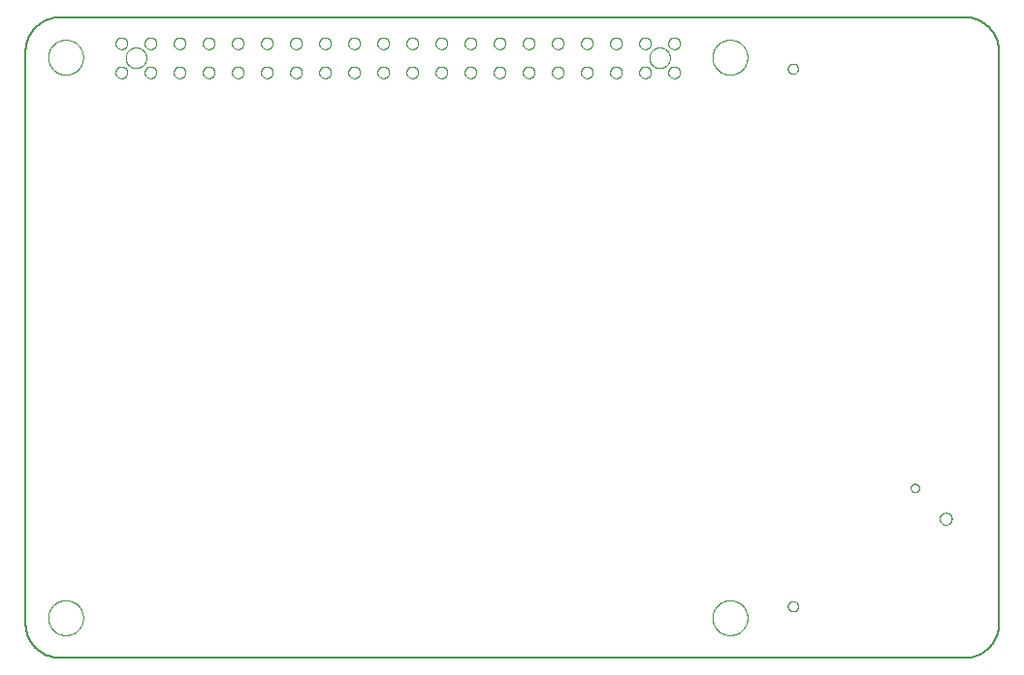
<source format=gko>
G75*
%MOIN*%
%OFA0B0*%
%FSLAX25Y25*%
%IPPOS*%
%LPD*%
%AMOC8*
5,1,8,0,0,1.08239X$1,22.5*
%
%ADD10C,0.00800*%
%ADD11C,0.00000*%
D10*
X0050743Y0048307D02*
X0361767Y0048307D01*
X0362052Y0048310D01*
X0362338Y0048321D01*
X0362623Y0048338D01*
X0362907Y0048362D01*
X0363191Y0048393D01*
X0363474Y0048431D01*
X0363755Y0048476D01*
X0364036Y0048527D01*
X0364316Y0048585D01*
X0364594Y0048650D01*
X0364870Y0048722D01*
X0365144Y0048800D01*
X0365417Y0048885D01*
X0365687Y0048977D01*
X0365955Y0049075D01*
X0366221Y0049179D01*
X0366484Y0049290D01*
X0366744Y0049407D01*
X0367002Y0049530D01*
X0367256Y0049660D01*
X0367507Y0049796D01*
X0367755Y0049937D01*
X0367999Y0050085D01*
X0368240Y0050238D01*
X0368476Y0050398D01*
X0368709Y0050563D01*
X0368938Y0050733D01*
X0369163Y0050909D01*
X0369383Y0051091D01*
X0369599Y0051277D01*
X0369810Y0051469D01*
X0370017Y0051666D01*
X0370219Y0051868D01*
X0370416Y0052075D01*
X0370608Y0052286D01*
X0370794Y0052502D01*
X0370976Y0052722D01*
X0371152Y0052947D01*
X0371322Y0053176D01*
X0371487Y0053409D01*
X0371647Y0053645D01*
X0371800Y0053886D01*
X0371948Y0054130D01*
X0372089Y0054378D01*
X0372225Y0054629D01*
X0372355Y0054883D01*
X0372478Y0055141D01*
X0372595Y0055401D01*
X0372706Y0055664D01*
X0372810Y0055930D01*
X0372908Y0056198D01*
X0373000Y0056468D01*
X0373085Y0056741D01*
X0373163Y0057015D01*
X0373235Y0057291D01*
X0373300Y0057569D01*
X0373358Y0057849D01*
X0373409Y0058130D01*
X0373454Y0058411D01*
X0373492Y0058694D01*
X0373523Y0058978D01*
X0373547Y0059262D01*
X0373564Y0059547D01*
X0373575Y0059833D01*
X0373578Y0060118D01*
X0373578Y0256969D01*
X0373575Y0257254D01*
X0373564Y0257540D01*
X0373547Y0257825D01*
X0373523Y0258109D01*
X0373492Y0258393D01*
X0373454Y0258676D01*
X0373409Y0258957D01*
X0373358Y0259238D01*
X0373300Y0259518D01*
X0373235Y0259796D01*
X0373163Y0260072D01*
X0373085Y0260346D01*
X0373000Y0260619D01*
X0372908Y0260889D01*
X0372810Y0261157D01*
X0372706Y0261423D01*
X0372595Y0261686D01*
X0372478Y0261946D01*
X0372355Y0262204D01*
X0372225Y0262458D01*
X0372089Y0262709D01*
X0371948Y0262957D01*
X0371800Y0263201D01*
X0371647Y0263442D01*
X0371487Y0263678D01*
X0371322Y0263911D01*
X0371152Y0264140D01*
X0370976Y0264365D01*
X0370794Y0264585D01*
X0370608Y0264801D01*
X0370416Y0265012D01*
X0370219Y0265219D01*
X0370017Y0265421D01*
X0369810Y0265618D01*
X0369599Y0265810D01*
X0369383Y0265996D01*
X0369163Y0266178D01*
X0368938Y0266354D01*
X0368709Y0266524D01*
X0368476Y0266689D01*
X0368240Y0266849D01*
X0367999Y0267002D01*
X0367755Y0267150D01*
X0367507Y0267291D01*
X0367256Y0267427D01*
X0367002Y0267557D01*
X0366744Y0267680D01*
X0366484Y0267797D01*
X0366221Y0267908D01*
X0365955Y0268012D01*
X0365687Y0268110D01*
X0365417Y0268202D01*
X0365144Y0268287D01*
X0364870Y0268365D01*
X0364594Y0268437D01*
X0364316Y0268502D01*
X0364036Y0268560D01*
X0363755Y0268611D01*
X0363474Y0268656D01*
X0363191Y0268694D01*
X0362907Y0268725D01*
X0362623Y0268749D01*
X0362338Y0268766D01*
X0362052Y0268777D01*
X0361767Y0268780D01*
X0050743Y0268780D01*
X0050458Y0268777D01*
X0050172Y0268766D01*
X0049887Y0268749D01*
X0049603Y0268725D01*
X0049319Y0268694D01*
X0049036Y0268656D01*
X0048755Y0268611D01*
X0048474Y0268560D01*
X0048194Y0268502D01*
X0047916Y0268437D01*
X0047640Y0268365D01*
X0047366Y0268287D01*
X0047093Y0268202D01*
X0046823Y0268110D01*
X0046555Y0268012D01*
X0046289Y0267908D01*
X0046026Y0267797D01*
X0045766Y0267680D01*
X0045508Y0267557D01*
X0045254Y0267427D01*
X0045003Y0267291D01*
X0044755Y0267150D01*
X0044511Y0267002D01*
X0044270Y0266849D01*
X0044034Y0266689D01*
X0043801Y0266524D01*
X0043572Y0266354D01*
X0043347Y0266178D01*
X0043127Y0265996D01*
X0042911Y0265810D01*
X0042700Y0265618D01*
X0042493Y0265421D01*
X0042291Y0265219D01*
X0042094Y0265012D01*
X0041902Y0264801D01*
X0041716Y0264585D01*
X0041534Y0264365D01*
X0041358Y0264140D01*
X0041188Y0263911D01*
X0041023Y0263678D01*
X0040863Y0263442D01*
X0040710Y0263201D01*
X0040562Y0262957D01*
X0040421Y0262709D01*
X0040285Y0262458D01*
X0040155Y0262204D01*
X0040032Y0261946D01*
X0039915Y0261686D01*
X0039804Y0261423D01*
X0039700Y0261157D01*
X0039602Y0260889D01*
X0039510Y0260619D01*
X0039425Y0260346D01*
X0039347Y0260072D01*
X0039275Y0259796D01*
X0039210Y0259518D01*
X0039152Y0259238D01*
X0039101Y0258957D01*
X0039056Y0258676D01*
X0039018Y0258393D01*
X0038987Y0258109D01*
X0038963Y0257825D01*
X0038946Y0257540D01*
X0038935Y0257254D01*
X0038932Y0256969D01*
X0038932Y0060118D01*
X0038935Y0059833D01*
X0038946Y0059547D01*
X0038963Y0059262D01*
X0038987Y0058978D01*
X0039018Y0058694D01*
X0039056Y0058411D01*
X0039101Y0058130D01*
X0039152Y0057849D01*
X0039210Y0057569D01*
X0039275Y0057291D01*
X0039347Y0057015D01*
X0039425Y0056741D01*
X0039510Y0056468D01*
X0039602Y0056198D01*
X0039700Y0055930D01*
X0039804Y0055664D01*
X0039915Y0055401D01*
X0040032Y0055141D01*
X0040155Y0054883D01*
X0040285Y0054629D01*
X0040421Y0054378D01*
X0040562Y0054130D01*
X0040710Y0053886D01*
X0040863Y0053645D01*
X0041023Y0053409D01*
X0041188Y0053176D01*
X0041358Y0052947D01*
X0041534Y0052722D01*
X0041716Y0052502D01*
X0041902Y0052286D01*
X0042094Y0052075D01*
X0042291Y0051868D01*
X0042493Y0051666D01*
X0042700Y0051469D01*
X0042911Y0051277D01*
X0043127Y0051091D01*
X0043347Y0050909D01*
X0043572Y0050733D01*
X0043801Y0050563D01*
X0044034Y0050398D01*
X0044270Y0050238D01*
X0044511Y0050085D01*
X0044755Y0049937D01*
X0045003Y0049796D01*
X0045254Y0049660D01*
X0045508Y0049530D01*
X0045766Y0049407D01*
X0046026Y0049290D01*
X0046289Y0049179D01*
X0046555Y0049075D01*
X0046823Y0048977D01*
X0047093Y0048885D01*
X0047366Y0048800D01*
X0047640Y0048722D01*
X0047916Y0048650D01*
X0048194Y0048585D01*
X0048474Y0048527D01*
X0048755Y0048476D01*
X0049036Y0048431D01*
X0049319Y0048393D01*
X0049603Y0048362D01*
X0049887Y0048338D01*
X0050172Y0048321D01*
X0050458Y0048310D01*
X0050743Y0048307D01*
D11*
X0046712Y0062087D02*
X0046714Y0062241D01*
X0046720Y0062396D01*
X0046730Y0062550D01*
X0046744Y0062704D01*
X0046762Y0062857D01*
X0046783Y0063010D01*
X0046809Y0063163D01*
X0046839Y0063314D01*
X0046872Y0063465D01*
X0046910Y0063615D01*
X0046951Y0063764D01*
X0046996Y0063912D01*
X0047045Y0064058D01*
X0047098Y0064204D01*
X0047154Y0064347D01*
X0047214Y0064490D01*
X0047278Y0064630D01*
X0047345Y0064770D01*
X0047416Y0064907D01*
X0047490Y0065042D01*
X0047568Y0065176D01*
X0047649Y0065307D01*
X0047734Y0065436D01*
X0047822Y0065564D01*
X0047913Y0065688D01*
X0048007Y0065811D01*
X0048105Y0065931D01*
X0048205Y0066048D01*
X0048309Y0066163D01*
X0048415Y0066275D01*
X0048524Y0066384D01*
X0048636Y0066490D01*
X0048751Y0066594D01*
X0048868Y0066694D01*
X0048988Y0066792D01*
X0049111Y0066886D01*
X0049235Y0066977D01*
X0049363Y0067065D01*
X0049492Y0067150D01*
X0049623Y0067231D01*
X0049757Y0067309D01*
X0049892Y0067383D01*
X0050029Y0067454D01*
X0050169Y0067521D01*
X0050309Y0067585D01*
X0050452Y0067645D01*
X0050595Y0067701D01*
X0050741Y0067754D01*
X0050887Y0067803D01*
X0051035Y0067848D01*
X0051184Y0067889D01*
X0051334Y0067927D01*
X0051485Y0067960D01*
X0051636Y0067990D01*
X0051789Y0068016D01*
X0051942Y0068037D01*
X0052095Y0068055D01*
X0052249Y0068069D01*
X0052403Y0068079D01*
X0052558Y0068085D01*
X0052712Y0068087D01*
X0052866Y0068085D01*
X0053021Y0068079D01*
X0053175Y0068069D01*
X0053329Y0068055D01*
X0053482Y0068037D01*
X0053635Y0068016D01*
X0053788Y0067990D01*
X0053939Y0067960D01*
X0054090Y0067927D01*
X0054240Y0067889D01*
X0054389Y0067848D01*
X0054537Y0067803D01*
X0054683Y0067754D01*
X0054829Y0067701D01*
X0054972Y0067645D01*
X0055115Y0067585D01*
X0055255Y0067521D01*
X0055395Y0067454D01*
X0055532Y0067383D01*
X0055667Y0067309D01*
X0055801Y0067231D01*
X0055932Y0067150D01*
X0056061Y0067065D01*
X0056189Y0066977D01*
X0056313Y0066886D01*
X0056436Y0066792D01*
X0056556Y0066694D01*
X0056673Y0066594D01*
X0056788Y0066490D01*
X0056900Y0066384D01*
X0057009Y0066275D01*
X0057115Y0066163D01*
X0057219Y0066048D01*
X0057319Y0065931D01*
X0057417Y0065811D01*
X0057511Y0065688D01*
X0057602Y0065564D01*
X0057690Y0065436D01*
X0057775Y0065307D01*
X0057856Y0065176D01*
X0057934Y0065042D01*
X0058008Y0064907D01*
X0058079Y0064770D01*
X0058146Y0064630D01*
X0058210Y0064490D01*
X0058270Y0064347D01*
X0058326Y0064204D01*
X0058379Y0064058D01*
X0058428Y0063912D01*
X0058473Y0063764D01*
X0058514Y0063615D01*
X0058552Y0063465D01*
X0058585Y0063314D01*
X0058615Y0063163D01*
X0058641Y0063010D01*
X0058662Y0062857D01*
X0058680Y0062704D01*
X0058694Y0062550D01*
X0058704Y0062396D01*
X0058710Y0062241D01*
X0058712Y0062087D01*
X0058710Y0061933D01*
X0058704Y0061778D01*
X0058694Y0061624D01*
X0058680Y0061470D01*
X0058662Y0061317D01*
X0058641Y0061164D01*
X0058615Y0061011D01*
X0058585Y0060860D01*
X0058552Y0060709D01*
X0058514Y0060559D01*
X0058473Y0060410D01*
X0058428Y0060262D01*
X0058379Y0060116D01*
X0058326Y0059970D01*
X0058270Y0059827D01*
X0058210Y0059684D01*
X0058146Y0059544D01*
X0058079Y0059404D01*
X0058008Y0059267D01*
X0057934Y0059132D01*
X0057856Y0058998D01*
X0057775Y0058867D01*
X0057690Y0058738D01*
X0057602Y0058610D01*
X0057511Y0058486D01*
X0057417Y0058363D01*
X0057319Y0058243D01*
X0057219Y0058126D01*
X0057115Y0058011D01*
X0057009Y0057899D01*
X0056900Y0057790D01*
X0056788Y0057684D01*
X0056673Y0057580D01*
X0056556Y0057480D01*
X0056436Y0057382D01*
X0056313Y0057288D01*
X0056189Y0057197D01*
X0056061Y0057109D01*
X0055932Y0057024D01*
X0055801Y0056943D01*
X0055667Y0056865D01*
X0055532Y0056791D01*
X0055395Y0056720D01*
X0055255Y0056653D01*
X0055115Y0056589D01*
X0054972Y0056529D01*
X0054829Y0056473D01*
X0054683Y0056420D01*
X0054537Y0056371D01*
X0054389Y0056326D01*
X0054240Y0056285D01*
X0054090Y0056247D01*
X0053939Y0056214D01*
X0053788Y0056184D01*
X0053635Y0056158D01*
X0053482Y0056137D01*
X0053329Y0056119D01*
X0053175Y0056105D01*
X0053021Y0056095D01*
X0052866Y0056089D01*
X0052712Y0056087D01*
X0052558Y0056089D01*
X0052403Y0056095D01*
X0052249Y0056105D01*
X0052095Y0056119D01*
X0051942Y0056137D01*
X0051789Y0056158D01*
X0051636Y0056184D01*
X0051485Y0056214D01*
X0051334Y0056247D01*
X0051184Y0056285D01*
X0051035Y0056326D01*
X0050887Y0056371D01*
X0050741Y0056420D01*
X0050595Y0056473D01*
X0050452Y0056529D01*
X0050309Y0056589D01*
X0050169Y0056653D01*
X0050029Y0056720D01*
X0049892Y0056791D01*
X0049757Y0056865D01*
X0049623Y0056943D01*
X0049492Y0057024D01*
X0049363Y0057109D01*
X0049235Y0057197D01*
X0049111Y0057288D01*
X0048988Y0057382D01*
X0048868Y0057480D01*
X0048751Y0057580D01*
X0048636Y0057684D01*
X0048524Y0057790D01*
X0048415Y0057899D01*
X0048309Y0058011D01*
X0048205Y0058126D01*
X0048105Y0058243D01*
X0048007Y0058363D01*
X0047913Y0058486D01*
X0047822Y0058610D01*
X0047734Y0058738D01*
X0047649Y0058867D01*
X0047568Y0058998D01*
X0047490Y0059132D01*
X0047416Y0059267D01*
X0047345Y0059404D01*
X0047278Y0059544D01*
X0047214Y0059684D01*
X0047154Y0059827D01*
X0047098Y0059970D01*
X0047045Y0060116D01*
X0046996Y0060262D01*
X0046951Y0060410D01*
X0046910Y0060559D01*
X0046872Y0060709D01*
X0046839Y0060860D01*
X0046809Y0061011D01*
X0046783Y0061164D01*
X0046762Y0061317D01*
X0046744Y0061470D01*
X0046730Y0061624D01*
X0046720Y0061778D01*
X0046714Y0061933D01*
X0046712Y0062087D01*
X0275058Y0062087D02*
X0275060Y0062241D01*
X0275066Y0062396D01*
X0275076Y0062550D01*
X0275090Y0062704D01*
X0275108Y0062857D01*
X0275129Y0063010D01*
X0275155Y0063163D01*
X0275185Y0063314D01*
X0275218Y0063465D01*
X0275256Y0063615D01*
X0275297Y0063764D01*
X0275342Y0063912D01*
X0275391Y0064058D01*
X0275444Y0064204D01*
X0275500Y0064347D01*
X0275560Y0064490D01*
X0275624Y0064630D01*
X0275691Y0064770D01*
X0275762Y0064907D01*
X0275836Y0065042D01*
X0275914Y0065176D01*
X0275995Y0065307D01*
X0276080Y0065436D01*
X0276168Y0065564D01*
X0276259Y0065688D01*
X0276353Y0065811D01*
X0276451Y0065931D01*
X0276551Y0066048D01*
X0276655Y0066163D01*
X0276761Y0066275D01*
X0276870Y0066384D01*
X0276982Y0066490D01*
X0277097Y0066594D01*
X0277214Y0066694D01*
X0277334Y0066792D01*
X0277457Y0066886D01*
X0277581Y0066977D01*
X0277709Y0067065D01*
X0277838Y0067150D01*
X0277969Y0067231D01*
X0278103Y0067309D01*
X0278238Y0067383D01*
X0278375Y0067454D01*
X0278515Y0067521D01*
X0278655Y0067585D01*
X0278798Y0067645D01*
X0278941Y0067701D01*
X0279087Y0067754D01*
X0279233Y0067803D01*
X0279381Y0067848D01*
X0279530Y0067889D01*
X0279680Y0067927D01*
X0279831Y0067960D01*
X0279982Y0067990D01*
X0280135Y0068016D01*
X0280288Y0068037D01*
X0280441Y0068055D01*
X0280595Y0068069D01*
X0280749Y0068079D01*
X0280904Y0068085D01*
X0281058Y0068087D01*
X0281212Y0068085D01*
X0281367Y0068079D01*
X0281521Y0068069D01*
X0281675Y0068055D01*
X0281828Y0068037D01*
X0281981Y0068016D01*
X0282134Y0067990D01*
X0282285Y0067960D01*
X0282436Y0067927D01*
X0282586Y0067889D01*
X0282735Y0067848D01*
X0282883Y0067803D01*
X0283029Y0067754D01*
X0283175Y0067701D01*
X0283318Y0067645D01*
X0283461Y0067585D01*
X0283601Y0067521D01*
X0283741Y0067454D01*
X0283878Y0067383D01*
X0284013Y0067309D01*
X0284147Y0067231D01*
X0284278Y0067150D01*
X0284407Y0067065D01*
X0284535Y0066977D01*
X0284659Y0066886D01*
X0284782Y0066792D01*
X0284902Y0066694D01*
X0285019Y0066594D01*
X0285134Y0066490D01*
X0285246Y0066384D01*
X0285355Y0066275D01*
X0285461Y0066163D01*
X0285565Y0066048D01*
X0285665Y0065931D01*
X0285763Y0065811D01*
X0285857Y0065688D01*
X0285948Y0065564D01*
X0286036Y0065436D01*
X0286121Y0065307D01*
X0286202Y0065176D01*
X0286280Y0065042D01*
X0286354Y0064907D01*
X0286425Y0064770D01*
X0286492Y0064630D01*
X0286556Y0064490D01*
X0286616Y0064347D01*
X0286672Y0064204D01*
X0286725Y0064058D01*
X0286774Y0063912D01*
X0286819Y0063764D01*
X0286860Y0063615D01*
X0286898Y0063465D01*
X0286931Y0063314D01*
X0286961Y0063163D01*
X0286987Y0063010D01*
X0287008Y0062857D01*
X0287026Y0062704D01*
X0287040Y0062550D01*
X0287050Y0062396D01*
X0287056Y0062241D01*
X0287058Y0062087D01*
X0287056Y0061933D01*
X0287050Y0061778D01*
X0287040Y0061624D01*
X0287026Y0061470D01*
X0287008Y0061317D01*
X0286987Y0061164D01*
X0286961Y0061011D01*
X0286931Y0060860D01*
X0286898Y0060709D01*
X0286860Y0060559D01*
X0286819Y0060410D01*
X0286774Y0060262D01*
X0286725Y0060116D01*
X0286672Y0059970D01*
X0286616Y0059827D01*
X0286556Y0059684D01*
X0286492Y0059544D01*
X0286425Y0059404D01*
X0286354Y0059267D01*
X0286280Y0059132D01*
X0286202Y0058998D01*
X0286121Y0058867D01*
X0286036Y0058738D01*
X0285948Y0058610D01*
X0285857Y0058486D01*
X0285763Y0058363D01*
X0285665Y0058243D01*
X0285565Y0058126D01*
X0285461Y0058011D01*
X0285355Y0057899D01*
X0285246Y0057790D01*
X0285134Y0057684D01*
X0285019Y0057580D01*
X0284902Y0057480D01*
X0284782Y0057382D01*
X0284659Y0057288D01*
X0284535Y0057197D01*
X0284407Y0057109D01*
X0284278Y0057024D01*
X0284147Y0056943D01*
X0284013Y0056865D01*
X0283878Y0056791D01*
X0283741Y0056720D01*
X0283601Y0056653D01*
X0283461Y0056589D01*
X0283318Y0056529D01*
X0283175Y0056473D01*
X0283029Y0056420D01*
X0282883Y0056371D01*
X0282735Y0056326D01*
X0282586Y0056285D01*
X0282436Y0056247D01*
X0282285Y0056214D01*
X0282134Y0056184D01*
X0281981Y0056158D01*
X0281828Y0056137D01*
X0281675Y0056119D01*
X0281521Y0056105D01*
X0281367Y0056095D01*
X0281212Y0056089D01*
X0281058Y0056087D01*
X0280904Y0056089D01*
X0280749Y0056095D01*
X0280595Y0056105D01*
X0280441Y0056119D01*
X0280288Y0056137D01*
X0280135Y0056158D01*
X0279982Y0056184D01*
X0279831Y0056214D01*
X0279680Y0056247D01*
X0279530Y0056285D01*
X0279381Y0056326D01*
X0279233Y0056371D01*
X0279087Y0056420D01*
X0278941Y0056473D01*
X0278798Y0056529D01*
X0278655Y0056589D01*
X0278515Y0056653D01*
X0278375Y0056720D01*
X0278238Y0056791D01*
X0278103Y0056865D01*
X0277969Y0056943D01*
X0277838Y0057024D01*
X0277709Y0057109D01*
X0277581Y0057197D01*
X0277457Y0057288D01*
X0277334Y0057382D01*
X0277214Y0057480D01*
X0277097Y0057580D01*
X0276982Y0057684D01*
X0276870Y0057790D01*
X0276761Y0057899D01*
X0276655Y0058011D01*
X0276551Y0058126D01*
X0276451Y0058243D01*
X0276353Y0058363D01*
X0276259Y0058486D01*
X0276168Y0058610D01*
X0276080Y0058738D01*
X0275995Y0058867D01*
X0275914Y0058998D01*
X0275836Y0059132D01*
X0275762Y0059267D01*
X0275691Y0059404D01*
X0275624Y0059544D01*
X0275560Y0059684D01*
X0275500Y0059827D01*
X0275444Y0059970D01*
X0275391Y0060116D01*
X0275342Y0060262D01*
X0275297Y0060410D01*
X0275256Y0060559D01*
X0275218Y0060709D01*
X0275185Y0060860D01*
X0275155Y0061011D01*
X0275129Y0061164D01*
X0275108Y0061317D01*
X0275090Y0061470D01*
X0275076Y0061624D01*
X0275066Y0061778D01*
X0275060Y0061933D01*
X0275058Y0062087D01*
X0300940Y0066024D02*
X0300942Y0066108D01*
X0300948Y0066191D01*
X0300958Y0066274D01*
X0300972Y0066357D01*
X0300989Y0066439D01*
X0301011Y0066520D01*
X0301036Y0066599D01*
X0301065Y0066678D01*
X0301098Y0066755D01*
X0301134Y0066830D01*
X0301174Y0066904D01*
X0301217Y0066976D01*
X0301264Y0067045D01*
X0301314Y0067112D01*
X0301367Y0067177D01*
X0301423Y0067239D01*
X0301481Y0067299D01*
X0301543Y0067356D01*
X0301607Y0067409D01*
X0301674Y0067460D01*
X0301743Y0067507D01*
X0301814Y0067552D01*
X0301887Y0067592D01*
X0301962Y0067629D01*
X0302039Y0067663D01*
X0302117Y0067693D01*
X0302196Y0067719D01*
X0302277Y0067742D01*
X0302359Y0067760D01*
X0302441Y0067775D01*
X0302524Y0067786D01*
X0302607Y0067793D01*
X0302691Y0067796D01*
X0302775Y0067795D01*
X0302858Y0067790D01*
X0302942Y0067781D01*
X0303024Y0067768D01*
X0303106Y0067752D01*
X0303187Y0067731D01*
X0303268Y0067707D01*
X0303346Y0067679D01*
X0303424Y0067647D01*
X0303500Y0067611D01*
X0303574Y0067572D01*
X0303646Y0067530D01*
X0303716Y0067484D01*
X0303784Y0067435D01*
X0303849Y0067383D01*
X0303912Y0067328D01*
X0303972Y0067270D01*
X0304030Y0067209D01*
X0304084Y0067145D01*
X0304136Y0067079D01*
X0304184Y0067011D01*
X0304229Y0066940D01*
X0304270Y0066867D01*
X0304309Y0066793D01*
X0304343Y0066717D01*
X0304374Y0066639D01*
X0304401Y0066560D01*
X0304425Y0066479D01*
X0304444Y0066398D01*
X0304460Y0066316D01*
X0304472Y0066233D01*
X0304480Y0066149D01*
X0304484Y0066066D01*
X0304484Y0065982D01*
X0304480Y0065899D01*
X0304472Y0065815D01*
X0304460Y0065732D01*
X0304444Y0065650D01*
X0304425Y0065569D01*
X0304401Y0065488D01*
X0304374Y0065409D01*
X0304343Y0065331D01*
X0304309Y0065255D01*
X0304270Y0065181D01*
X0304229Y0065108D01*
X0304184Y0065037D01*
X0304136Y0064969D01*
X0304084Y0064903D01*
X0304030Y0064839D01*
X0303972Y0064778D01*
X0303912Y0064720D01*
X0303849Y0064665D01*
X0303784Y0064613D01*
X0303716Y0064564D01*
X0303646Y0064518D01*
X0303574Y0064476D01*
X0303500Y0064437D01*
X0303424Y0064401D01*
X0303346Y0064369D01*
X0303268Y0064341D01*
X0303187Y0064317D01*
X0303106Y0064296D01*
X0303024Y0064280D01*
X0302942Y0064267D01*
X0302858Y0064258D01*
X0302775Y0064253D01*
X0302691Y0064252D01*
X0302607Y0064255D01*
X0302524Y0064262D01*
X0302441Y0064273D01*
X0302359Y0064288D01*
X0302277Y0064306D01*
X0302196Y0064329D01*
X0302117Y0064355D01*
X0302039Y0064385D01*
X0301962Y0064419D01*
X0301887Y0064456D01*
X0301814Y0064496D01*
X0301743Y0064541D01*
X0301674Y0064588D01*
X0301607Y0064639D01*
X0301543Y0064692D01*
X0301481Y0064749D01*
X0301423Y0064809D01*
X0301367Y0064871D01*
X0301314Y0064936D01*
X0301264Y0065003D01*
X0301217Y0065072D01*
X0301174Y0065144D01*
X0301134Y0065218D01*
X0301098Y0065293D01*
X0301065Y0065370D01*
X0301036Y0065449D01*
X0301011Y0065528D01*
X0300989Y0065609D01*
X0300972Y0065691D01*
X0300958Y0065774D01*
X0300948Y0065857D01*
X0300942Y0065940D01*
X0300940Y0066024D01*
X0343191Y0106746D02*
X0343193Y0106823D01*
X0343199Y0106899D01*
X0343209Y0106975D01*
X0343223Y0107050D01*
X0343240Y0107125D01*
X0343262Y0107198D01*
X0343287Y0107271D01*
X0343317Y0107342D01*
X0343349Y0107411D01*
X0343386Y0107478D01*
X0343425Y0107544D01*
X0343468Y0107607D01*
X0343515Y0107668D01*
X0343564Y0107727D01*
X0343617Y0107783D01*
X0343672Y0107836D01*
X0343730Y0107886D01*
X0343790Y0107933D01*
X0343853Y0107977D01*
X0343918Y0108018D01*
X0343985Y0108055D01*
X0344054Y0108089D01*
X0344124Y0108119D01*
X0344196Y0108145D01*
X0344270Y0108167D01*
X0344344Y0108186D01*
X0344419Y0108201D01*
X0344495Y0108212D01*
X0344571Y0108219D01*
X0344648Y0108222D01*
X0344724Y0108221D01*
X0344801Y0108216D01*
X0344877Y0108207D01*
X0344953Y0108194D01*
X0345027Y0108177D01*
X0345101Y0108157D01*
X0345174Y0108132D01*
X0345245Y0108104D01*
X0345315Y0108072D01*
X0345383Y0108037D01*
X0345449Y0107998D01*
X0345513Y0107956D01*
X0345574Y0107910D01*
X0345634Y0107861D01*
X0345690Y0107810D01*
X0345744Y0107755D01*
X0345795Y0107698D01*
X0345843Y0107638D01*
X0345888Y0107576D01*
X0345929Y0107511D01*
X0345967Y0107445D01*
X0346002Y0107377D01*
X0346032Y0107306D01*
X0346060Y0107235D01*
X0346083Y0107162D01*
X0346103Y0107088D01*
X0346119Y0107013D01*
X0346131Y0106937D01*
X0346139Y0106861D01*
X0346143Y0106784D01*
X0346143Y0106708D01*
X0346139Y0106631D01*
X0346131Y0106555D01*
X0346119Y0106479D01*
X0346103Y0106404D01*
X0346083Y0106330D01*
X0346060Y0106257D01*
X0346032Y0106186D01*
X0346002Y0106115D01*
X0345967Y0106047D01*
X0345929Y0105981D01*
X0345888Y0105916D01*
X0345843Y0105854D01*
X0345795Y0105794D01*
X0345744Y0105737D01*
X0345690Y0105682D01*
X0345634Y0105631D01*
X0345574Y0105582D01*
X0345513Y0105536D01*
X0345449Y0105494D01*
X0345383Y0105455D01*
X0345315Y0105420D01*
X0345245Y0105388D01*
X0345174Y0105360D01*
X0345101Y0105335D01*
X0345027Y0105315D01*
X0344953Y0105298D01*
X0344877Y0105285D01*
X0344801Y0105276D01*
X0344724Y0105271D01*
X0344648Y0105270D01*
X0344571Y0105273D01*
X0344495Y0105280D01*
X0344419Y0105291D01*
X0344344Y0105306D01*
X0344270Y0105325D01*
X0344196Y0105347D01*
X0344124Y0105373D01*
X0344054Y0105403D01*
X0343985Y0105437D01*
X0343918Y0105474D01*
X0343853Y0105515D01*
X0343790Y0105559D01*
X0343730Y0105606D01*
X0343672Y0105656D01*
X0343617Y0105709D01*
X0343564Y0105765D01*
X0343515Y0105824D01*
X0343468Y0105885D01*
X0343425Y0105948D01*
X0343386Y0106014D01*
X0343349Y0106081D01*
X0343317Y0106150D01*
X0343287Y0106221D01*
X0343262Y0106294D01*
X0343240Y0106367D01*
X0343223Y0106442D01*
X0343209Y0106517D01*
X0343199Y0106593D01*
X0343193Y0106669D01*
X0343191Y0106746D01*
X0353178Y0096167D02*
X0353180Y0096258D01*
X0353186Y0096348D01*
X0353196Y0096439D01*
X0353210Y0096528D01*
X0353228Y0096617D01*
X0353249Y0096706D01*
X0353275Y0096793D01*
X0353304Y0096879D01*
X0353338Y0096963D01*
X0353374Y0097046D01*
X0353415Y0097128D01*
X0353459Y0097207D01*
X0353506Y0097285D01*
X0353557Y0097360D01*
X0353611Y0097433D01*
X0353668Y0097503D01*
X0353728Y0097571D01*
X0353791Y0097637D01*
X0353857Y0097699D01*
X0353926Y0097758D01*
X0353997Y0097815D01*
X0354071Y0097868D01*
X0354147Y0097918D01*
X0354225Y0097965D01*
X0354305Y0098008D01*
X0354386Y0098047D01*
X0354470Y0098083D01*
X0354555Y0098115D01*
X0354641Y0098144D01*
X0354728Y0098168D01*
X0354817Y0098189D01*
X0354906Y0098206D01*
X0354996Y0098219D01*
X0355086Y0098228D01*
X0355177Y0098233D01*
X0355268Y0098234D01*
X0355358Y0098231D01*
X0355449Y0098224D01*
X0355539Y0098213D01*
X0355629Y0098198D01*
X0355718Y0098179D01*
X0355806Y0098157D01*
X0355892Y0098130D01*
X0355978Y0098100D01*
X0356062Y0098066D01*
X0356145Y0098028D01*
X0356226Y0097987D01*
X0356305Y0097942D01*
X0356382Y0097893D01*
X0356456Y0097842D01*
X0356529Y0097787D01*
X0356599Y0097729D01*
X0356666Y0097668D01*
X0356730Y0097604D01*
X0356792Y0097538D01*
X0356851Y0097468D01*
X0356906Y0097397D01*
X0356959Y0097322D01*
X0357008Y0097246D01*
X0357054Y0097168D01*
X0357096Y0097087D01*
X0357135Y0097005D01*
X0357170Y0096921D01*
X0357201Y0096836D01*
X0357228Y0096749D01*
X0357252Y0096662D01*
X0357272Y0096573D01*
X0357288Y0096484D01*
X0357300Y0096394D01*
X0357308Y0096303D01*
X0357312Y0096212D01*
X0357312Y0096122D01*
X0357308Y0096031D01*
X0357300Y0095940D01*
X0357288Y0095850D01*
X0357272Y0095761D01*
X0357252Y0095672D01*
X0357228Y0095585D01*
X0357201Y0095498D01*
X0357170Y0095413D01*
X0357135Y0095329D01*
X0357096Y0095247D01*
X0357054Y0095166D01*
X0357008Y0095088D01*
X0356959Y0095012D01*
X0356906Y0094937D01*
X0356851Y0094866D01*
X0356792Y0094796D01*
X0356730Y0094730D01*
X0356666Y0094666D01*
X0356599Y0094605D01*
X0356529Y0094547D01*
X0356456Y0094492D01*
X0356382Y0094441D01*
X0356305Y0094392D01*
X0356226Y0094347D01*
X0356145Y0094306D01*
X0356062Y0094268D01*
X0355978Y0094234D01*
X0355892Y0094204D01*
X0355806Y0094177D01*
X0355718Y0094155D01*
X0355629Y0094136D01*
X0355539Y0094121D01*
X0355449Y0094110D01*
X0355358Y0094103D01*
X0355268Y0094100D01*
X0355177Y0094101D01*
X0355086Y0094106D01*
X0354996Y0094115D01*
X0354906Y0094128D01*
X0354817Y0094145D01*
X0354728Y0094166D01*
X0354641Y0094190D01*
X0354555Y0094219D01*
X0354470Y0094251D01*
X0354386Y0094287D01*
X0354305Y0094326D01*
X0354225Y0094369D01*
X0354147Y0094416D01*
X0354071Y0094466D01*
X0353997Y0094519D01*
X0353926Y0094576D01*
X0353857Y0094635D01*
X0353791Y0094697D01*
X0353728Y0094763D01*
X0353668Y0094831D01*
X0353611Y0094901D01*
X0353557Y0094974D01*
X0353506Y0095049D01*
X0353459Y0095127D01*
X0353415Y0095206D01*
X0353374Y0095288D01*
X0353338Y0095371D01*
X0353304Y0095455D01*
X0353275Y0095541D01*
X0353249Y0095628D01*
X0353228Y0095717D01*
X0353210Y0095806D01*
X0353196Y0095895D01*
X0353186Y0095986D01*
X0353180Y0096076D01*
X0353178Y0096167D01*
X0259877Y0249803D02*
X0259879Y0249892D01*
X0259885Y0249982D01*
X0259895Y0250071D01*
X0259909Y0250159D01*
X0259927Y0250247D01*
X0259948Y0250334D01*
X0259974Y0250419D01*
X0260003Y0250504D01*
X0260036Y0250587D01*
X0260073Y0250668D01*
X0260113Y0250748D01*
X0260157Y0250826D01*
X0260205Y0250902D01*
X0260255Y0250976D01*
X0260309Y0251047D01*
X0260366Y0251116D01*
X0260426Y0251183D01*
X0260489Y0251246D01*
X0260555Y0251307D01*
X0260623Y0251365D01*
X0260694Y0251420D01*
X0260767Y0251471D01*
X0260843Y0251519D01*
X0260920Y0251564D01*
X0260999Y0251605D01*
X0261081Y0251643D01*
X0261163Y0251677D01*
X0261247Y0251707D01*
X0261333Y0251734D01*
X0261420Y0251756D01*
X0261507Y0251775D01*
X0261595Y0251790D01*
X0261684Y0251801D01*
X0261773Y0251808D01*
X0261863Y0251811D01*
X0261952Y0251810D01*
X0262041Y0251805D01*
X0262130Y0251796D01*
X0262219Y0251783D01*
X0262307Y0251766D01*
X0262394Y0251745D01*
X0262480Y0251721D01*
X0262565Y0251692D01*
X0262648Y0251660D01*
X0262730Y0251624D01*
X0262811Y0251585D01*
X0262889Y0251542D01*
X0262965Y0251496D01*
X0263040Y0251446D01*
X0263112Y0251393D01*
X0263181Y0251336D01*
X0263248Y0251277D01*
X0263313Y0251215D01*
X0263374Y0251150D01*
X0263433Y0251082D01*
X0263488Y0251012D01*
X0263540Y0250939D01*
X0263589Y0250865D01*
X0263635Y0250788D01*
X0263677Y0250709D01*
X0263716Y0250628D01*
X0263751Y0250546D01*
X0263782Y0250462D01*
X0263809Y0250377D01*
X0263833Y0250290D01*
X0263853Y0250203D01*
X0263869Y0250115D01*
X0263881Y0250026D01*
X0263889Y0249937D01*
X0263893Y0249848D01*
X0263893Y0249758D01*
X0263889Y0249669D01*
X0263881Y0249580D01*
X0263869Y0249491D01*
X0263853Y0249403D01*
X0263833Y0249316D01*
X0263809Y0249229D01*
X0263782Y0249144D01*
X0263751Y0249060D01*
X0263716Y0248978D01*
X0263677Y0248897D01*
X0263635Y0248818D01*
X0263589Y0248741D01*
X0263540Y0248667D01*
X0263488Y0248594D01*
X0263433Y0248524D01*
X0263374Y0248456D01*
X0263313Y0248391D01*
X0263248Y0248329D01*
X0263181Y0248270D01*
X0263112Y0248213D01*
X0263040Y0248160D01*
X0262965Y0248110D01*
X0262889Y0248064D01*
X0262811Y0248021D01*
X0262730Y0247982D01*
X0262648Y0247946D01*
X0262565Y0247914D01*
X0262480Y0247885D01*
X0262394Y0247861D01*
X0262307Y0247840D01*
X0262219Y0247823D01*
X0262130Y0247810D01*
X0262041Y0247801D01*
X0261952Y0247796D01*
X0261863Y0247795D01*
X0261773Y0247798D01*
X0261684Y0247805D01*
X0261595Y0247816D01*
X0261507Y0247831D01*
X0261420Y0247850D01*
X0261333Y0247872D01*
X0261247Y0247899D01*
X0261163Y0247929D01*
X0261081Y0247963D01*
X0260999Y0248001D01*
X0260920Y0248042D01*
X0260843Y0248087D01*
X0260767Y0248135D01*
X0260694Y0248186D01*
X0260623Y0248241D01*
X0260555Y0248299D01*
X0260489Y0248360D01*
X0260426Y0248423D01*
X0260366Y0248490D01*
X0260309Y0248559D01*
X0260255Y0248630D01*
X0260205Y0248704D01*
X0260157Y0248780D01*
X0260113Y0248858D01*
X0260073Y0248938D01*
X0260036Y0249019D01*
X0260003Y0249102D01*
X0259974Y0249187D01*
X0259948Y0249272D01*
X0259927Y0249359D01*
X0259909Y0249447D01*
X0259895Y0249535D01*
X0259885Y0249624D01*
X0259879Y0249714D01*
X0259877Y0249803D01*
X0253342Y0254803D02*
X0253344Y0254921D01*
X0253350Y0255040D01*
X0253360Y0255158D01*
X0253374Y0255275D01*
X0253391Y0255392D01*
X0253413Y0255509D01*
X0253439Y0255624D01*
X0253468Y0255739D01*
X0253501Y0255853D01*
X0253538Y0255965D01*
X0253579Y0256076D01*
X0253623Y0256186D01*
X0253671Y0256294D01*
X0253723Y0256401D01*
X0253778Y0256506D01*
X0253837Y0256609D01*
X0253899Y0256709D01*
X0253964Y0256808D01*
X0254033Y0256905D01*
X0254104Y0256999D01*
X0254179Y0257090D01*
X0254257Y0257180D01*
X0254338Y0257266D01*
X0254422Y0257350D01*
X0254508Y0257431D01*
X0254598Y0257509D01*
X0254689Y0257584D01*
X0254783Y0257655D01*
X0254880Y0257724D01*
X0254979Y0257789D01*
X0255079Y0257851D01*
X0255182Y0257910D01*
X0255287Y0257965D01*
X0255394Y0258017D01*
X0255502Y0258065D01*
X0255612Y0258109D01*
X0255723Y0258150D01*
X0255835Y0258187D01*
X0255949Y0258220D01*
X0256064Y0258249D01*
X0256179Y0258275D01*
X0256296Y0258297D01*
X0256413Y0258314D01*
X0256530Y0258328D01*
X0256648Y0258338D01*
X0256767Y0258344D01*
X0256885Y0258346D01*
X0257003Y0258344D01*
X0257122Y0258338D01*
X0257240Y0258328D01*
X0257357Y0258314D01*
X0257474Y0258297D01*
X0257591Y0258275D01*
X0257706Y0258249D01*
X0257821Y0258220D01*
X0257935Y0258187D01*
X0258047Y0258150D01*
X0258158Y0258109D01*
X0258268Y0258065D01*
X0258376Y0258017D01*
X0258483Y0257965D01*
X0258588Y0257910D01*
X0258691Y0257851D01*
X0258791Y0257789D01*
X0258890Y0257724D01*
X0258987Y0257655D01*
X0259081Y0257584D01*
X0259172Y0257509D01*
X0259262Y0257431D01*
X0259348Y0257350D01*
X0259432Y0257266D01*
X0259513Y0257180D01*
X0259591Y0257090D01*
X0259666Y0256999D01*
X0259737Y0256905D01*
X0259806Y0256808D01*
X0259871Y0256709D01*
X0259933Y0256609D01*
X0259992Y0256506D01*
X0260047Y0256401D01*
X0260099Y0256294D01*
X0260147Y0256186D01*
X0260191Y0256076D01*
X0260232Y0255965D01*
X0260269Y0255853D01*
X0260302Y0255739D01*
X0260331Y0255624D01*
X0260357Y0255509D01*
X0260379Y0255392D01*
X0260396Y0255275D01*
X0260410Y0255158D01*
X0260420Y0255040D01*
X0260426Y0254921D01*
X0260428Y0254803D01*
X0260426Y0254685D01*
X0260420Y0254566D01*
X0260410Y0254448D01*
X0260396Y0254331D01*
X0260379Y0254214D01*
X0260357Y0254097D01*
X0260331Y0253982D01*
X0260302Y0253867D01*
X0260269Y0253753D01*
X0260232Y0253641D01*
X0260191Y0253530D01*
X0260147Y0253420D01*
X0260099Y0253312D01*
X0260047Y0253205D01*
X0259992Y0253100D01*
X0259933Y0252997D01*
X0259871Y0252897D01*
X0259806Y0252798D01*
X0259737Y0252701D01*
X0259666Y0252607D01*
X0259591Y0252516D01*
X0259513Y0252426D01*
X0259432Y0252340D01*
X0259348Y0252256D01*
X0259262Y0252175D01*
X0259172Y0252097D01*
X0259081Y0252022D01*
X0258987Y0251951D01*
X0258890Y0251882D01*
X0258791Y0251817D01*
X0258691Y0251755D01*
X0258588Y0251696D01*
X0258483Y0251641D01*
X0258376Y0251589D01*
X0258268Y0251541D01*
X0258158Y0251497D01*
X0258047Y0251456D01*
X0257935Y0251419D01*
X0257821Y0251386D01*
X0257706Y0251357D01*
X0257591Y0251331D01*
X0257474Y0251309D01*
X0257357Y0251292D01*
X0257240Y0251278D01*
X0257122Y0251268D01*
X0257003Y0251262D01*
X0256885Y0251260D01*
X0256767Y0251262D01*
X0256648Y0251268D01*
X0256530Y0251278D01*
X0256413Y0251292D01*
X0256296Y0251309D01*
X0256179Y0251331D01*
X0256064Y0251357D01*
X0255949Y0251386D01*
X0255835Y0251419D01*
X0255723Y0251456D01*
X0255612Y0251497D01*
X0255502Y0251541D01*
X0255394Y0251589D01*
X0255287Y0251641D01*
X0255182Y0251696D01*
X0255079Y0251755D01*
X0254979Y0251817D01*
X0254880Y0251882D01*
X0254783Y0251951D01*
X0254689Y0252022D01*
X0254598Y0252097D01*
X0254508Y0252175D01*
X0254422Y0252256D01*
X0254338Y0252340D01*
X0254257Y0252426D01*
X0254179Y0252516D01*
X0254104Y0252607D01*
X0254033Y0252701D01*
X0253964Y0252798D01*
X0253899Y0252897D01*
X0253837Y0252997D01*
X0253778Y0253100D01*
X0253723Y0253205D01*
X0253671Y0253312D01*
X0253623Y0253420D01*
X0253579Y0253530D01*
X0253538Y0253641D01*
X0253501Y0253753D01*
X0253468Y0253867D01*
X0253439Y0253982D01*
X0253413Y0254097D01*
X0253391Y0254214D01*
X0253374Y0254331D01*
X0253360Y0254448D01*
X0253350Y0254566D01*
X0253344Y0254685D01*
X0253342Y0254803D01*
X0249877Y0249803D02*
X0249879Y0249892D01*
X0249885Y0249982D01*
X0249895Y0250071D01*
X0249909Y0250159D01*
X0249927Y0250247D01*
X0249948Y0250334D01*
X0249974Y0250419D01*
X0250003Y0250504D01*
X0250036Y0250587D01*
X0250073Y0250668D01*
X0250113Y0250748D01*
X0250157Y0250826D01*
X0250205Y0250902D01*
X0250255Y0250976D01*
X0250309Y0251047D01*
X0250366Y0251116D01*
X0250426Y0251183D01*
X0250489Y0251246D01*
X0250555Y0251307D01*
X0250623Y0251365D01*
X0250694Y0251420D01*
X0250767Y0251471D01*
X0250843Y0251519D01*
X0250920Y0251564D01*
X0250999Y0251605D01*
X0251081Y0251643D01*
X0251163Y0251677D01*
X0251247Y0251707D01*
X0251333Y0251734D01*
X0251420Y0251756D01*
X0251507Y0251775D01*
X0251595Y0251790D01*
X0251684Y0251801D01*
X0251773Y0251808D01*
X0251863Y0251811D01*
X0251952Y0251810D01*
X0252041Y0251805D01*
X0252130Y0251796D01*
X0252219Y0251783D01*
X0252307Y0251766D01*
X0252394Y0251745D01*
X0252480Y0251721D01*
X0252565Y0251692D01*
X0252648Y0251660D01*
X0252730Y0251624D01*
X0252811Y0251585D01*
X0252889Y0251542D01*
X0252965Y0251496D01*
X0253040Y0251446D01*
X0253112Y0251393D01*
X0253181Y0251336D01*
X0253248Y0251277D01*
X0253313Y0251215D01*
X0253374Y0251150D01*
X0253433Y0251082D01*
X0253488Y0251012D01*
X0253540Y0250939D01*
X0253589Y0250865D01*
X0253635Y0250788D01*
X0253677Y0250709D01*
X0253716Y0250628D01*
X0253751Y0250546D01*
X0253782Y0250462D01*
X0253809Y0250377D01*
X0253833Y0250290D01*
X0253853Y0250203D01*
X0253869Y0250115D01*
X0253881Y0250026D01*
X0253889Y0249937D01*
X0253893Y0249848D01*
X0253893Y0249758D01*
X0253889Y0249669D01*
X0253881Y0249580D01*
X0253869Y0249491D01*
X0253853Y0249403D01*
X0253833Y0249316D01*
X0253809Y0249229D01*
X0253782Y0249144D01*
X0253751Y0249060D01*
X0253716Y0248978D01*
X0253677Y0248897D01*
X0253635Y0248818D01*
X0253589Y0248741D01*
X0253540Y0248667D01*
X0253488Y0248594D01*
X0253433Y0248524D01*
X0253374Y0248456D01*
X0253313Y0248391D01*
X0253248Y0248329D01*
X0253181Y0248270D01*
X0253112Y0248213D01*
X0253040Y0248160D01*
X0252965Y0248110D01*
X0252889Y0248064D01*
X0252811Y0248021D01*
X0252730Y0247982D01*
X0252648Y0247946D01*
X0252565Y0247914D01*
X0252480Y0247885D01*
X0252394Y0247861D01*
X0252307Y0247840D01*
X0252219Y0247823D01*
X0252130Y0247810D01*
X0252041Y0247801D01*
X0251952Y0247796D01*
X0251863Y0247795D01*
X0251773Y0247798D01*
X0251684Y0247805D01*
X0251595Y0247816D01*
X0251507Y0247831D01*
X0251420Y0247850D01*
X0251333Y0247872D01*
X0251247Y0247899D01*
X0251163Y0247929D01*
X0251081Y0247963D01*
X0250999Y0248001D01*
X0250920Y0248042D01*
X0250843Y0248087D01*
X0250767Y0248135D01*
X0250694Y0248186D01*
X0250623Y0248241D01*
X0250555Y0248299D01*
X0250489Y0248360D01*
X0250426Y0248423D01*
X0250366Y0248490D01*
X0250309Y0248559D01*
X0250255Y0248630D01*
X0250205Y0248704D01*
X0250157Y0248780D01*
X0250113Y0248858D01*
X0250073Y0248938D01*
X0250036Y0249019D01*
X0250003Y0249102D01*
X0249974Y0249187D01*
X0249948Y0249272D01*
X0249927Y0249359D01*
X0249909Y0249447D01*
X0249895Y0249535D01*
X0249885Y0249624D01*
X0249879Y0249714D01*
X0249877Y0249803D01*
X0239877Y0249803D02*
X0239879Y0249892D01*
X0239885Y0249982D01*
X0239895Y0250071D01*
X0239909Y0250159D01*
X0239927Y0250247D01*
X0239948Y0250334D01*
X0239974Y0250419D01*
X0240003Y0250504D01*
X0240036Y0250587D01*
X0240073Y0250668D01*
X0240113Y0250748D01*
X0240157Y0250826D01*
X0240205Y0250902D01*
X0240255Y0250976D01*
X0240309Y0251047D01*
X0240366Y0251116D01*
X0240426Y0251183D01*
X0240489Y0251246D01*
X0240555Y0251307D01*
X0240623Y0251365D01*
X0240694Y0251420D01*
X0240767Y0251471D01*
X0240843Y0251519D01*
X0240920Y0251564D01*
X0240999Y0251605D01*
X0241081Y0251643D01*
X0241163Y0251677D01*
X0241247Y0251707D01*
X0241333Y0251734D01*
X0241420Y0251756D01*
X0241507Y0251775D01*
X0241595Y0251790D01*
X0241684Y0251801D01*
X0241773Y0251808D01*
X0241863Y0251811D01*
X0241952Y0251810D01*
X0242041Y0251805D01*
X0242130Y0251796D01*
X0242219Y0251783D01*
X0242307Y0251766D01*
X0242394Y0251745D01*
X0242480Y0251721D01*
X0242565Y0251692D01*
X0242648Y0251660D01*
X0242730Y0251624D01*
X0242811Y0251585D01*
X0242889Y0251542D01*
X0242965Y0251496D01*
X0243040Y0251446D01*
X0243112Y0251393D01*
X0243181Y0251336D01*
X0243248Y0251277D01*
X0243313Y0251215D01*
X0243374Y0251150D01*
X0243433Y0251082D01*
X0243488Y0251012D01*
X0243540Y0250939D01*
X0243589Y0250865D01*
X0243635Y0250788D01*
X0243677Y0250709D01*
X0243716Y0250628D01*
X0243751Y0250546D01*
X0243782Y0250462D01*
X0243809Y0250377D01*
X0243833Y0250290D01*
X0243853Y0250203D01*
X0243869Y0250115D01*
X0243881Y0250026D01*
X0243889Y0249937D01*
X0243893Y0249848D01*
X0243893Y0249758D01*
X0243889Y0249669D01*
X0243881Y0249580D01*
X0243869Y0249491D01*
X0243853Y0249403D01*
X0243833Y0249316D01*
X0243809Y0249229D01*
X0243782Y0249144D01*
X0243751Y0249060D01*
X0243716Y0248978D01*
X0243677Y0248897D01*
X0243635Y0248818D01*
X0243589Y0248741D01*
X0243540Y0248667D01*
X0243488Y0248594D01*
X0243433Y0248524D01*
X0243374Y0248456D01*
X0243313Y0248391D01*
X0243248Y0248329D01*
X0243181Y0248270D01*
X0243112Y0248213D01*
X0243040Y0248160D01*
X0242965Y0248110D01*
X0242889Y0248064D01*
X0242811Y0248021D01*
X0242730Y0247982D01*
X0242648Y0247946D01*
X0242565Y0247914D01*
X0242480Y0247885D01*
X0242394Y0247861D01*
X0242307Y0247840D01*
X0242219Y0247823D01*
X0242130Y0247810D01*
X0242041Y0247801D01*
X0241952Y0247796D01*
X0241863Y0247795D01*
X0241773Y0247798D01*
X0241684Y0247805D01*
X0241595Y0247816D01*
X0241507Y0247831D01*
X0241420Y0247850D01*
X0241333Y0247872D01*
X0241247Y0247899D01*
X0241163Y0247929D01*
X0241081Y0247963D01*
X0240999Y0248001D01*
X0240920Y0248042D01*
X0240843Y0248087D01*
X0240767Y0248135D01*
X0240694Y0248186D01*
X0240623Y0248241D01*
X0240555Y0248299D01*
X0240489Y0248360D01*
X0240426Y0248423D01*
X0240366Y0248490D01*
X0240309Y0248559D01*
X0240255Y0248630D01*
X0240205Y0248704D01*
X0240157Y0248780D01*
X0240113Y0248858D01*
X0240073Y0248938D01*
X0240036Y0249019D01*
X0240003Y0249102D01*
X0239974Y0249187D01*
X0239948Y0249272D01*
X0239927Y0249359D01*
X0239909Y0249447D01*
X0239895Y0249535D01*
X0239885Y0249624D01*
X0239879Y0249714D01*
X0239877Y0249803D01*
X0229877Y0249803D02*
X0229879Y0249892D01*
X0229885Y0249982D01*
X0229895Y0250071D01*
X0229909Y0250159D01*
X0229927Y0250247D01*
X0229948Y0250334D01*
X0229974Y0250419D01*
X0230003Y0250504D01*
X0230036Y0250587D01*
X0230073Y0250668D01*
X0230113Y0250748D01*
X0230157Y0250826D01*
X0230205Y0250902D01*
X0230255Y0250976D01*
X0230309Y0251047D01*
X0230366Y0251116D01*
X0230426Y0251183D01*
X0230489Y0251246D01*
X0230555Y0251307D01*
X0230623Y0251365D01*
X0230694Y0251420D01*
X0230767Y0251471D01*
X0230843Y0251519D01*
X0230920Y0251564D01*
X0230999Y0251605D01*
X0231081Y0251643D01*
X0231163Y0251677D01*
X0231247Y0251707D01*
X0231333Y0251734D01*
X0231420Y0251756D01*
X0231507Y0251775D01*
X0231595Y0251790D01*
X0231684Y0251801D01*
X0231773Y0251808D01*
X0231863Y0251811D01*
X0231952Y0251810D01*
X0232041Y0251805D01*
X0232130Y0251796D01*
X0232219Y0251783D01*
X0232307Y0251766D01*
X0232394Y0251745D01*
X0232480Y0251721D01*
X0232565Y0251692D01*
X0232648Y0251660D01*
X0232730Y0251624D01*
X0232811Y0251585D01*
X0232889Y0251542D01*
X0232965Y0251496D01*
X0233040Y0251446D01*
X0233112Y0251393D01*
X0233181Y0251336D01*
X0233248Y0251277D01*
X0233313Y0251215D01*
X0233374Y0251150D01*
X0233433Y0251082D01*
X0233488Y0251012D01*
X0233540Y0250939D01*
X0233589Y0250865D01*
X0233635Y0250788D01*
X0233677Y0250709D01*
X0233716Y0250628D01*
X0233751Y0250546D01*
X0233782Y0250462D01*
X0233809Y0250377D01*
X0233833Y0250290D01*
X0233853Y0250203D01*
X0233869Y0250115D01*
X0233881Y0250026D01*
X0233889Y0249937D01*
X0233893Y0249848D01*
X0233893Y0249758D01*
X0233889Y0249669D01*
X0233881Y0249580D01*
X0233869Y0249491D01*
X0233853Y0249403D01*
X0233833Y0249316D01*
X0233809Y0249229D01*
X0233782Y0249144D01*
X0233751Y0249060D01*
X0233716Y0248978D01*
X0233677Y0248897D01*
X0233635Y0248818D01*
X0233589Y0248741D01*
X0233540Y0248667D01*
X0233488Y0248594D01*
X0233433Y0248524D01*
X0233374Y0248456D01*
X0233313Y0248391D01*
X0233248Y0248329D01*
X0233181Y0248270D01*
X0233112Y0248213D01*
X0233040Y0248160D01*
X0232965Y0248110D01*
X0232889Y0248064D01*
X0232811Y0248021D01*
X0232730Y0247982D01*
X0232648Y0247946D01*
X0232565Y0247914D01*
X0232480Y0247885D01*
X0232394Y0247861D01*
X0232307Y0247840D01*
X0232219Y0247823D01*
X0232130Y0247810D01*
X0232041Y0247801D01*
X0231952Y0247796D01*
X0231863Y0247795D01*
X0231773Y0247798D01*
X0231684Y0247805D01*
X0231595Y0247816D01*
X0231507Y0247831D01*
X0231420Y0247850D01*
X0231333Y0247872D01*
X0231247Y0247899D01*
X0231163Y0247929D01*
X0231081Y0247963D01*
X0230999Y0248001D01*
X0230920Y0248042D01*
X0230843Y0248087D01*
X0230767Y0248135D01*
X0230694Y0248186D01*
X0230623Y0248241D01*
X0230555Y0248299D01*
X0230489Y0248360D01*
X0230426Y0248423D01*
X0230366Y0248490D01*
X0230309Y0248559D01*
X0230255Y0248630D01*
X0230205Y0248704D01*
X0230157Y0248780D01*
X0230113Y0248858D01*
X0230073Y0248938D01*
X0230036Y0249019D01*
X0230003Y0249102D01*
X0229974Y0249187D01*
X0229948Y0249272D01*
X0229927Y0249359D01*
X0229909Y0249447D01*
X0229895Y0249535D01*
X0229885Y0249624D01*
X0229879Y0249714D01*
X0229877Y0249803D01*
X0219877Y0249803D02*
X0219879Y0249892D01*
X0219885Y0249982D01*
X0219895Y0250071D01*
X0219909Y0250159D01*
X0219927Y0250247D01*
X0219948Y0250334D01*
X0219974Y0250419D01*
X0220003Y0250504D01*
X0220036Y0250587D01*
X0220073Y0250668D01*
X0220113Y0250748D01*
X0220157Y0250826D01*
X0220205Y0250902D01*
X0220255Y0250976D01*
X0220309Y0251047D01*
X0220366Y0251116D01*
X0220426Y0251183D01*
X0220489Y0251246D01*
X0220555Y0251307D01*
X0220623Y0251365D01*
X0220694Y0251420D01*
X0220767Y0251471D01*
X0220843Y0251519D01*
X0220920Y0251564D01*
X0220999Y0251605D01*
X0221081Y0251643D01*
X0221163Y0251677D01*
X0221247Y0251707D01*
X0221333Y0251734D01*
X0221420Y0251756D01*
X0221507Y0251775D01*
X0221595Y0251790D01*
X0221684Y0251801D01*
X0221773Y0251808D01*
X0221863Y0251811D01*
X0221952Y0251810D01*
X0222041Y0251805D01*
X0222130Y0251796D01*
X0222219Y0251783D01*
X0222307Y0251766D01*
X0222394Y0251745D01*
X0222480Y0251721D01*
X0222565Y0251692D01*
X0222648Y0251660D01*
X0222730Y0251624D01*
X0222811Y0251585D01*
X0222889Y0251542D01*
X0222965Y0251496D01*
X0223040Y0251446D01*
X0223112Y0251393D01*
X0223181Y0251336D01*
X0223248Y0251277D01*
X0223313Y0251215D01*
X0223374Y0251150D01*
X0223433Y0251082D01*
X0223488Y0251012D01*
X0223540Y0250939D01*
X0223589Y0250865D01*
X0223635Y0250788D01*
X0223677Y0250709D01*
X0223716Y0250628D01*
X0223751Y0250546D01*
X0223782Y0250462D01*
X0223809Y0250377D01*
X0223833Y0250290D01*
X0223853Y0250203D01*
X0223869Y0250115D01*
X0223881Y0250026D01*
X0223889Y0249937D01*
X0223893Y0249848D01*
X0223893Y0249758D01*
X0223889Y0249669D01*
X0223881Y0249580D01*
X0223869Y0249491D01*
X0223853Y0249403D01*
X0223833Y0249316D01*
X0223809Y0249229D01*
X0223782Y0249144D01*
X0223751Y0249060D01*
X0223716Y0248978D01*
X0223677Y0248897D01*
X0223635Y0248818D01*
X0223589Y0248741D01*
X0223540Y0248667D01*
X0223488Y0248594D01*
X0223433Y0248524D01*
X0223374Y0248456D01*
X0223313Y0248391D01*
X0223248Y0248329D01*
X0223181Y0248270D01*
X0223112Y0248213D01*
X0223040Y0248160D01*
X0222965Y0248110D01*
X0222889Y0248064D01*
X0222811Y0248021D01*
X0222730Y0247982D01*
X0222648Y0247946D01*
X0222565Y0247914D01*
X0222480Y0247885D01*
X0222394Y0247861D01*
X0222307Y0247840D01*
X0222219Y0247823D01*
X0222130Y0247810D01*
X0222041Y0247801D01*
X0221952Y0247796D01*
X0221863Y0247795D01*
X0221773Y0247798D01*
X0221684Y0247805D01*
X0221595Y0247816D01*
X0221507Y0247831D01*
X0221420Y0247850D01*
X0221333Y0247872D01*
X0221247Y0247899D01*
X0221163Y0247929D01*
X0221081Y0247963D01*
X0220999Y0248001D01*
X0220920Y0248042D01*
X0220843Y0248087D01*
X0220767Y0248135D01*
X0220694Y0248186D01*
X0220623Y0248241D01*
X0220555Y0248299D01*
X0220489Y0248360D01*
X0220426Y0248423D01*
X0220366Y0248490D01*
X0220309Y0248559D01*
X0220255Y0248630D01*
X0220205Y0248704D01*
X0220157Y0248780D01*
X0220113Y0248858D01*
X0220073Y0248938D01*
X0220036Y0249019D01*
X0220003Y0249102D01*
X0219974Y0249187D01*
X0219948Y0249272D01*
X0219927Y0249359D01*
X0219909Y0249447D01*
X0219895Y0249535D01*
X0219885Y0249624D01*
X0219879Y0249714D01*
X0219877Y0249803D01*
X0209877Y0249803D02*
X0209879Y0249892D01*
X0209885Y0249982D01*
X0209895Y0250071D01*
X0209909Y0250159D01*
X0209927Y0250247D01*
X0209948Y0250334D01*
X0209974Y0250419D01*
X0210003Y0250504D01*
X0210036Y0250587D01*
X0210073Y0250668D01*
X0210113Y0250748D01*
X0210157Y0250826D01*
X0210205Y0250902D01*
X0210255Y0250976D01*
X0210309Y0251047D01*
X0210366Y0251116D01*
X0210426Y0251183D01*
X0210489Y0251246D01*
X0210555Y0251307D01*
X0210623Y0251365D01*
X0210694Y0251420D01*
X0210767Y0251471D01*
X0210843Y0251519D01*
X0210920Y0251564D01*
X0210999Y0251605D01*
X0211081Y0251643D01*
X0211163Y0251677D01*
X0211247Y0251707D01*
X0211333Y0251734D01*
X0211420Y0251756D01*
X0211507Y0251775D01*
X0211595Y0251790D01*
X0211684Y0251801D01*
X0211773Y0251808D01*
X0211863Y0251811D01*
X0211952Y0251810D01*
X0212041Y0251805D01*
X0212130Y0251796D01*
X0212219Y0251783D01*
X0212307Y0251766D01*
X0212394Y0251745D01*
X0212480Y0251721D01*
X0212565Y0251692D01*
X0212648Y0251660D01*
X0212730Y0251624D01*
X0212811Y0251585D01*
X0212889Y0251542D01*
X0212965Y0251496D01*
X0213040Y0251446D01*
X0213112Y0251393D01*
X0213181Y0251336D01*
X0213248Y0251277D01*
X0213313Y0251215D01*
X0213374Y0251150D01*
X0213433Y0251082D01*
X0213488Y0251012D01*
X0213540Y0250939D01*
X0213589Y0250865D01*
X0213635Y0250788D01*
X0213677Y0250709D01*
X0213716Y0250628D01*
X0213751Y0250546D01*
X0213782Y0250462D01*
X0213809Y0250377D01*
X0213833Y0250290D01*
X0213853Y0250203D01*
X0213869Y0250115D01*
X0213881Y0250026D01*
X0213889Y0249937D01*
X0213893Y0249848D01*
X0213893Y0249758D01*
X0213889Y0249669D01*
X0213881Y0249580D01*
X0213869Y0249491D01*
X0213853Y0249403D01*
X0213833Y0249316D01*
X0213809Y0249229D01*
X0213782Y0249144D01*
X0213751Y0249060D01*
X0213716Y0248978D01*
X0213677Y0248897D01*
X0213635Y0248818D01*
X0213589Y0248741D01*
X0213540Y0248667D01*
X0213488Y0248594D01*
X0213433Y0248524D01*
X0213374Y0248456D01*
X0213313Y0248391D01*
X0213248Y0248329D01*
X0213181Y0248270D01*
X0213112Y0248213D01*
X0213040Y0248160D01*
X0212965Y0248110D01*
X0212889Y0248064D01*
X0212811Y0248021D01*
X0212730Y0247982D01*
X0212648Y0247946D01*
X0212565Y0247914D01*
X0212480Y0247885D01*
X0212394Y0247861D01*
X0212307Y0247840D01*
X0212219Y0247823D01*
X0212130Y0247810D01*
X0212041Y0247801D01*
X0211952Y0247796D01*
X0211863Y0247795D01*
X0211773Y0247798D01*
X0211684Y0247805D01*
X0211595Y0247816D01*
X0211507Y0247831D01*
X0211420Y0247850D01*
X0211333Y0247872D01*
X0211247Y0247899D01*
X0211163Y0247929D01*
X0211081Y0247963D01*
X0210999Y0248001D01*
X0210920Y0248042D01*
X0210843Y0248087D01*
X0210767Y0248135D01*
X0210694Y0248186D01*
X0210623Y0248241D01*
X0210555Y0248299D01*
X0210489Y0248360D01*
X0210426Y0248423D01*
X0210366Y0248490D01*
X0210309Y0248559D01*
X0210255Y0248630D01*
X0210205Y0248704D01*
X0210157Y0248780D01*
X0210113Y0248858D01*
X0210073Y0248938D01*
X0210036Y0249019D01*
X0210003Y0249102D01*
X0209974Y0249187D01*
X0209948Y0249272D01*
X0209927Y0249359D01*
X0209909Y0249447D01*
X0209895Y0249535D01*
X0209885Y0249624D01*
X0209879Y0249714D01*
X0209877Y0249803D01*
X0199877Y0249803D02*
X0199879Y0249892D01*
X0199885Y0249982D01*
X0199895Y0250071D01*
X0199909Y0250159D01*
X0199927Y0250247D01*
X0199948Y0250334D01*
X0199974Y0250419D01*
X0200003Y0250504D01*
X0200036Y0250587D01*
X0200073Y0250668D01*
X0200113Y0250748D01*
X0200157Y0250826D01*
X0200205Y0250902D01*
X0200255Y0250976D01*
X0200309Y0251047D01*
X0200366Y0251116D01*
X0200426Y0251183D01*
X0200489Y0251246D01*
X0200555Y0251307D01*
X0200623Y0251365D01*
X0200694Y0251420D01*
X0200767Y0251471D01*
X0200843Y0251519D01*
X0200920Y0251564D01*
X0200999Y0251605D01*
X0201081Y0251643D01*
X0201163Y0251677D01*
X0201247Y0251707D01*
X0201333Y0251734D01*
X0201420Y0251756D01*
X0201507Y0251775D01*
X0201595Y0251790D01*
X0201684Y0251801D01*
X0201773Y0251808D01*
X0201863Y0251811D01*
X0201952Y0251810D01*
X0202041Y0251805D01*
X0202130Y0251796D01*
X0202219Y0251783D01*
X0202307Y0251766D01*
X0202394Y0251745D01*
X0202480Y0251721D01*
X0202565Y0251692D01*
X0202648Y0251660D01*
X0202730Y0251624D01*
X0202811Y0251585D01*
X0202889Y0251542D01*
X0202965Y0251496D01*
X0203040Y0251446D01*
X0203112Y0251393D01*
X0203181Y0251336D01*
X0203248Y0251277D01*
X0203313Y0251215D01*
X0203374Y0251150D01*
X0203433Y0251082D01*
X0203488Y0251012D01*
X0203540Y0250939D01*
X0203589Y0250865D01*
X0203635Y0250788D01*
X0203677Y0250709D01*
X0203716Y0250628D01*
X0203751Y0250546D01*
X0203782Y0250462D01*
X0203809Y0250377D01*
X0203833Y0250290D01*
X0203853Y0250203D01*
X0203869Y0250115D01*
X0203881Y0250026D01*
X0203889Y0249937D01*
X0203893Y0249848D01*
X0203893Y0249758D01*
X0203889Y0249669D01*
X0203881Y0249580D01*
X0203869Y0249491D01*
X0203853Y0249403D01*
X0203833Y0249316D01*
X0203809Y0249229D01*
X0203782Y0249144D01*
X0203751Y0249060D01*
X0203716Y0248978D01*
X0203677Y0248897D01*
X0203635Y0248818D01*
X0203589Y0248741D01*
X0203540Y0248667D01*
X0203488Y0248594D01*
X0203433Y0248524D01*
X0203374Y0248456D01*
X0203313Y0248391D01*
X0203248Y0248329D01*
X0203181Y0248270D01*
X0203112Y0248213D01*
X0203040Y0248160D01*
X0202965Y0248110D01*
X0202889Y0248064D01*
X0202811Y0248021D01*
X0202730Y0247982D01*
X0202648Y0247946D01*
X0202565Y0247914D01*
X0202480Y0247885D01*
X0202394Y0247861D01*
X0202307Y0247840D01*
X0202219Y0247823D01*
X0202130Y0247810D01*
X0202041Y0247801D01*
X0201952Y0247796D01*
X0201863Y0247795D01*
X0201773Y0247798D01*
X0201684Y0247805D01*
X0201595Y0247816D01*
X0201507Y0247831D01*
X0201420Y0247850D01*
X0201333Y0247872D01*
X0201247Y0247899D01*
X0201163Y0247929D01*
X0201081Y0247963D01*
X0200999Y0248001D01*
X0200920Y0248042D01*
X0200843Y0248087D01*
X0200767Y0248135D01*
X0200694Y0248186D01*
X0200623Y0248241D01*
X0200555Y0248299D01*
X0200489Y0248360D01*
X0200426Y0248423D01*
X0200366Y0248490D01*
X0200309Y0248559D01*
X0200255Y0248630D01*
X0200205Y0248704D01*
X0200157Y0248780D01*
X0200113Y0248858D01*
X0200073Y0248938D01*
X0200036Y0249019D01*
X0200003Y0249102D01*
X0199974Y0249187D01*
X0199948Y0249272D01*
X0199927Y0249359D01*
X0199909Y0249447D01*
X0199895Y0249535D01*
X0199885Y0249624D01*
X0199879Y0249714D01*
X0199877Y0249803D01*
X0189877Y0249803D02*
X0189879Y0249892D01*
X0189885Y0249982D01*
X0189895Y0250071D01*
X0189909Y0250159D01*
X0189927Y0250247D01*
X0189948Y0250334D01*
X0189974Y0250419D01*
X0190003Y0250504D01*
X0190036Y0250587D01*
X0190073Y0250668D01*
X0190113Y0250748D01*
X0190157Y0250826D01*
X0190205Y0250902D01*
X0190255Y0250976D01*
X0190309Y0251047D01*
X0190366Y0251116D01*
X0190426Y0251183D01*
X0190489Y0251246D01*
X0190555Y0251307D01*
X0190623Y0251365D01*
X0190694Y0251420D01*
X0190767Y0251471D01*
X0190843Y0251519D01*
X0190920Y0251564D01*
X0190999Y0251605D01*
X0191081Y0251643D01*
X0191163Y0251677D01*
X0191247Y0251707D01*
X0191333Y0251734D01*
X0191420Y0251756D01*
X0191507Y0251775D01*
X0191595Y0251790D01*
X0191684Y0251801D01*
X0191773Y0251808D01*
X0191863Y0251811D01*
X0191952Y0251810D01*
X0192041Y0251805D01*
X0192130Y0251796D01*
X0192219Y0251783D01*
X0192307Y0251766D01*
X0192394Y0251745D01*
X0192480Y0251721D01*
X0192565Y0251692D01*
X0192648Y0251660D01*
X0192730Y0251624D01*
X0192811Y0251585D01*
X0192889Y0251542D01*
X0192965Y0251496D01*
X0193040Y0251446D01*
X0193112Y0251393D01*
X0193181Y0251336D01*
X0193248Y0251277D01*
X0193313Y0251215D01*
X0193374Y0251150D01*
X0193433Y0251082D01*
X0193488Y0251012D01*
X0193540Y0250939D01*
X0193589Y0250865D01*
X0193635Y0250788D01*
X0193677Y0250709D01*
X0193716Y0250628D01*
X0193751Y0250546D01*
X0193782Y0250462D01*
X0193809Y0250377D01*
X0193833Y0250290D01*
X0193853Y0250203D01*
X0193869Y0250115D01*
X0193881Y0250026D01*
X0193889Y0249937D01*
X0193893Y0249848D01*
X0193893Y0249758D01*
X0193889Y0249669D01*
X0193881Y0249580D01*
X0193869Y0249491D01*
X0193853Y0249403D01*
X0193833Y0249316D01*
X0193809Y0249229D01*
X0193782Y0249144D01*
X0193751Y0249060D01*
X0193716Y0248978D01*
X0193677Y0248897D01*
X0193635Y0248818D01*
X0193589Y0248741D01*
X0193540Y0248667D01*
X0193488Y0248594D01*
X0193433Y0248524D01*
X0193374Y0248456D01*
X0193313Y0248391D01*
X0193248Y0248329D01*
X0193181Y0248270D01*
X0193112Y0248213D01*
X0193040Y0248160D01*
X0192965Y0248110D01*
X0192889Y0248064D01*
X0192811Y0248021D01*
X0192730Y0247982D01*
X0192648Y0247946D01*
X0192565Y0247914D01*
X0192480Y0247885D01*
X0192394Y0247861D01*
X0192307Y0247840D01*
X0192219Y0247823D01*
X0192130Y0247810D01*
X0192041Y0247801D01*
X0191952Y0247796D01*
X0191863Y0247795D01*
X0191773Y0247798D01*
X0191684Y0247805D01*
X0191595Y0247816D01*
X0191507Y0247831D01*
X0191420Y0247850D01*
X0191333Y0247872D01*
X0191247Y0247899D01*
X0191163Y0247929D01*
X0191081Y0247963D01*
X0190999Y0248001D01*
X0190920Y0248042D01*
X0190843Y0248087D01*
X0190767Y0248135D01*
X0190694Y0248186D01*
X0190623Y0248241D01*
X0190555Y0248299D01*
X0190489Y0248360D01*
X0190426Y0248423D01*
X0190366Y0248490D01*
X0190309Y0248559D01*
X0190255Y0248630D01*
X0190205Y0248704D01*
X0190157Y0248780D01*
X0190113Y0248858D01*
X0190073Y0248938D01*
X0190036Y0249019D01*
X0190003Y0249102D01*
X0189974Y0249187D01*
X0189948Y0249272D01*
X0189927Y0249359D01*
X0189909Y0249447D01*
X0189895Y0249535D01*
X0189885Y0249624D01*
X0189879Y0249714D01*
X0189877Y0249803D01*
X0179877Y0249803D02*
X0179879Y0249892D01*
X0179885Y0249982D01*
X0179895Y0250071D01*
X0179909Y0250159D01*
X0179927Y0250247D01*
X0179948Y0250334D01*
X0179974Y0250419D01*
X0180003Y0250504D01*
X0180036Y0250587D01*
X0180073Y0250668D01*
X0180113Y0250748D01*
X0180157Y0250826D01*
X0180205Y0250902D01*
X0180255Y0250976D01*
X0180309Y0251047D01*
X0180366Y0251116D01*
X0180426Y0251183D01*
X0180489Y0251246D01*
X0180555Y0251307D01*
X0180623Y0251365D01*
X0180694Y0251420D01*
X0180767Y0251471D01*
X0180843Y0251519D01*
X0180920Y0251564D01*
X0180999Y0251605D01*
X0181081Y0251643D01*
X0181163Y0251677D01*
X0181247Y0251707D01*
X0181333Y0251734D01*
X0181420Y0251756D01*
X0181507Y0251775D01*
X0181595Y0251790D01*
X0181684Y0251801D01*
X0181773Y0251808D01*
X0181863Y0251811D01*
X0181952Y0251810D01*
X0182041Y0251805D01*
X0182130Y0251796D01*
X0182219Y0251783D01*
X0182307Y0251766D01*
X0182394Y0251745D01*
X0182480Y0251721D01*
X0182565Y0251692D01*
X0182648Y0251660D01*
X0182730Y0251624D01*
X0182811Y0251585D01*
X0182889Y0251542D01*
X0182965Y0251496D01*
X0183040Y0251446D01*
X0183112Y0251393D01*
X0183181Y0251336D01*
X0183248Y0251277D01*
X0183313Y0251215D01*
X0183374Y0251150D01*
X0183433Y0251082D01*
X0183488Y0251012D01*
X0183540Y0250939D01*
X0183589Y0250865D01*
X0183635Y0250788D01*
X0183677Y0250709D01*
X0183716Y0250628D01*
X0183751Y0250546D01*
X0183782Y0250462D01*
X0183809Y0250377D01*
X0183833Y0250290D01*
X0183853Y0250203D01*
X0183869Y0250115D01*
X0183881Y0250026D01*
X0183889Y0249937D01*
X0183893Y0249848D01*
X0183893Y0249758D01*
X0183889Y0249669D01*
X0183881Y0249580D01*
X0183869Y0249491D01*
X0183853Y0249403D01*
X0183833Y0249316D01*
X0183809Y0249229D01*
X0183782Y0249144D01*
X0183751Y0249060D01*
X0183716Y0248978D01*
X0183677Y0248897D01*
X0183635Y0248818D01*
X0183589Y0248741D01*
X0183540Y0248667D01*
X0183488Y0248594D01*
X0183433Y0248524D01*
X0183374Y0248456D01*
X0183313Y0248391D01*
X0183248Y0248329D01*
X0183181Y0248270D01*
X0183112Y0248213D01*
X0183040Y0248160D01*
X0182965Y0248110D01*
X0182889Y0248064D01*
X0182811Y0248021D01*
X0182730Y0247982D01*
X0182648Y0247946D01*
X0182565Y0247914D01*
X0182480Y0247885D01*
X0182394Y0247861D01*
X0182307Y0247840D01*
X0182219Y0247823D01*
X0182130Y0247810D01*
X0182041Y0247801D01*
X0181952Y0247796D01*
X0181863Y0247795D01*
X0181773Y0247798D01*
X0181684Y0247805D01*
X0181595Y0247816D01*
X0181507Y0247831D01*
X0181420Y0247850D01*
X0181333Y0247872D01*
X0181247Y0247899D01*
X0181163Y0247929D01*
X0181081Y0247963D01*
X0180999Y0248001D01*
X0180920Y0248042D01*
X0180843Y0248087D01*
X0180767Y0248135D01*
X0180694Y0248186D01*
X0180623Y0248241D01*
X0180555Y0248299D01*
X0180489Y0248360D01*
X0180426Y0248423D01*
X0180366Y0248490D01*
X0180309Y0248559D01*
X0180255Y0248630D01*
X0180205Y0248704D01*
X0180157Y0248780D01*
X0180113Y0248858D01*
X0180073Y0248938D01*
X0180036Y0249019D01*
X0180003Y0249102D01*
X0179974Y0249187D01*
X0179948Y0249272D01*
X0179927Y0249359D01*
X0179909Y0249447D01*
X0179895Y0249535D01*
X0179885Y0249624D01*
X0179879Y0249714D01*
X0179877Y0249803D01*
X0169877Y0249803D02*
X0169879Y0249892D01*
X0169885Y0249982D01*
X0169895Y0250071D01*
X0169909Y0250159D01*
X0169927Y0250247D01*
X0169948Y0250334D01*
X0169974Y0250419D01*
X0170003Y0250504D01*
X0170036Y0250587D01*
X0170073Y0250668D01*
X0170113Y0250748D01*
X0170157Y0250826D01*
X0170205Y0250902D01*
X0170255Y0250976D01*
X0170309Y0251047D01*
X0170366Y0251116D01*
X0170426Y0251183D01*
X0170489Y0251246D01*
X0170555Y0251307D01*
X0170623Y0251365D01*
X0170694Y0251420D01*
X0170767Y0251471D01*
X0170843Y0251519D01*
X0170920Y0251564D01*
X0170999Y0251605D01*
X0171081Y0251643D01*
X0171163Y0251677D01*
X0171247Y0251707D01*
X0171333Y0251734D01*
X0171420Y0251756D01*
X0171507Y0251775D01*
X0171595Y0251790D01*
X0171684Y0251801D01*
X0171773Y0251808D01*
X0171863Y0251811D01*
X0171952Y0251810D01*
X0172041Y0251805D01*
X0172130Y0251796D01*
X0172219Y0251783D01*
X0172307Y0251766D01*
X0172394Y0251745D01*
X0172480Y0251721D01*
X0172565Y0251692D01*
X0172648Y0251660D01*
X0172730Y0251624D01*
X0172811Y0251585D01*
X0172889Y0251542D01*
X0172965Y0251496D01*
X0173040Y0251446D01*
X0173112Y0251393D01*
X0173181Y0251336D01*
X0173248Y0251277D01*
X0173313Y0251215D01*
X0173374Y0251150D01*
X0173433Y0251082D01*
X0173488Y0251012D01*
X0173540Y0250939D01*
X0173589Y0250865D01*
X0173635Y0250788D01*
X0173677Y0250709D01*
X0173716Y0250628D01*
X0173751Y0250546D01*
X0173782Y0250462D01*
X0173809Y0250377D01*
X0173833Y0250290D01*
X0173853Y0250203D01*
X0173869Y0250115D01*
X0173881Y0250026D01*
X0173889Y0249937D01*
X0173893Y0249848D01*
X0173893Y0249758D01*
X0173889Y0249669D01*
X0173881Y0249580D01*
X0173869Y0249491D01*
X0173853Y0249403D01*
X0173833Y0249316D01*
X0173809Y0249229D01*
X0173782Y0249144D01*
X0173751Y0249060D01*
X0173716Y0248978D01*
X0173677Y0248897D01*
X0173635Y0248818D01*
X0173589Y0248741D01*
X0173540Y0248667D01*
X0173488Y0248594D01*
X0173433Y0248524D01*
X0173374Y0248456D01*
X0173313Y0248391D01*
X0173248Y0248329D01*
X0173181Y0248270D01*
X0173112Y0248213D01*
X0173040Y0248160D01*
X0172965Y0248110D01*
X0172889Y0248064D01*
X0172811Y0248021D01*
X0172730Y0247982D01*
X0172648Y0247946D01*
X0172565Y0247914D01*
X0172480Y0247885D01*
X0172394Y0247861D01*
X0172307Y0247840D01*
X0172219Y0247823D01*
X0172130Y0247810D01*
X0172041Y0247801D01*
X0171952Y0247796D01*
X0171863Y0247795D01*
X0171773Y0247798D01*
X0171684Y0247805D01*
X0171595Y0247816D01*
X0171507Y0247831D01*
X0171420Y0247850D01*
X0171333Y0247872D01*
X0171247Y0247899D01*
X0171163Y0247929D01*
X0171081Y0247963D01*
X0170999Y0248001D01*
X0170920Y0248042D01*
X0170843Y0248087D01*
X0170767Y0248135D01*
X0170694Y0248186D01*
X0170623Y0248241D01*
X0170555Y0248299D01*
X0170489Y0248360D01*
X0170426Y0248423D01*
X0170366Y0248490D01*
X0170309Y0248559D01*
X0170255Y0248630D01*
X0170205Y0248704D01*
X0170157Y0248780D01*
X0170113Y0248858D01*
X0170073Y0248938D01*
X0170036Y0249019D01*
X0170003Y0249102D01*
X0169974Y0249187D01*
X0169948Y0249272D01*
X0169927Y0249359D01*
X0169909Y0249447D01*
X0169895Y0249535D01*
X0169885Y0249624D01*
X0169879Y0249714D01*
X0169877Y0249803D01*
X0159877Y0249803D02*
X0159879Y0249892D01*
X0159885Y0249982D01*
X0159895Y0250071D01*
X0159909Y0250159D01*
X0159927Y0250247D01*
X0159948Y0250334D01*
X0159974Y0250419D01*
X0160003Y0250504D01*
X0160036Y0250587D01*
X0160073Y0250668D01*
X0160113Y0250748D01*
X0160157Y0250826D01*
X0160205Y0250902D01*
X0160255Y0250976D01*
X0160309Y0251047D01*
X0160366Y0251116D01*
X0160426Y0251183D01*
X0160489Y0251246D01*
X0160555Y0251307D01*
X0160623Y0251365D01*
X0160694Y0251420D01*
X0160767Y0251471D01*
X0160843Y0251519D01*
X0160920Y0251564D01*
X0160999Y0251605D01*
X0161081Y0251643D01*
X0161163Y0251677D01*
X0161247Y0251707D01*
X0161333Y0251734D01*
X0161420Y0251756D01*
X0161507Y0251775D01*
X0161595Y0251790D01*
X0161684Y0251801D01*
X0161773Y0251808D01*
X0161863Y0251811D01*
X0161952Y0251810D01*
X0162041Y0251805D01*
X0162130Y0251796D01*
X0162219Y0251783D01*
X0162307Y0251766D01*
X0162394Y0251745D01*
X0162480Y0251721D01*
X0162565Y0251692D01*
X0162648Y0251660D01*
X0162730Y0251624D01*
X0162811Y0251585D01*
X0162889Y0251542D01*
X0162965Y0251496D01*
X0163040Y0251446D01*
X0163112Y0251393D01*
X0163181Y0251336D01*
X0163248Y0251277D01*
X0163313Y0251215D01*
X0163374Y0251150D01*
X0163433Y0251082D01*
X0163488Y0251012D01*
X0163540Y0250939D01*
X0163589Y0250865D01*
X0163635Y0250788D01*
X0163677Y0250709D01*
X0163716Y0250628D01*
X0163751Y0250546D01*
X0163782Y0250462D01*
X0163809Y0250377D01*
X0163833Y0250290D01*
X0163853Y0250203D01*
X0163869Y0250115D01*
X0163881Y0250026D01*
X0163889Y0249937D01*
X0163893Y0249848D01*
X0163893Y0249758D01*
X0163889Y0249669D01*
X0163881Y0249580D01*
X0163869Y0249491D01*
X0163853Y0249403D01*
X0163833Y0249316D01*
X0163809Y0249229D01*
X0163782Y0249144D01*
X0163751Y0249060D01*
X0163716Y0248978D01*
X0163677Y0248897D01*
X0163635Y0248818D01*
X0163589Y0248741D01*
X0163540Y0248667D01*
X0163488Y0248594D01*
X0163433Y0248524D01*
X0163374Y0248456D01*
X0163313Y0248391D01*
X0163248Y0248329D01*
X0163181Y0248270D01*
X0163112Y0248213D01*
X0163040Y0248160D01*
X0162965Y0248110D01*
X0162889Y0248064D01*
X0162811Y0248021D01*
X0162730Y0247982D01*
X0162648Y0247946D01*
X0162565Y0247914D01*
X0162480Y0247885D01*
X0162394Y0247861D01*
X0162307Y0247840D01*
X0162219Y0247823D01*
X0162130Y0247810D01*
X0162041Y0247801D01*
X0161952Y0247796D01*
X0161863Y0247795D01*
X0161773Y0247798D01*
X0161684Y0247805D01*
X0161595Y0247816D01*
X0161507Y0247831D01*
X0161420Y0247850D01*
X0161333Y0247872D01*
X0161247Y0247899D01*
X0161163Y0247929D01*
X0161081Y0247963D01*
X0160999Y0248001D01*
X0160920Y0248042D01*
X0160843Y0248087D01*
X0160767Y0248135D01*
X0160694Y0248186D01*
X0160623Y0248241D01*
X0160555Y0248299D01*
X0160489Y0248360D01*
X0160426Y0248423D01*
X0160366Y0248490D01*
X0160309Y0248559D01*
X0160255Y0248630D01*
X0160205Y0248704D01*
X0160157Y0248780D01*
X0160113Y0248858D01*
X0160073Y0248938D01*
X0160036Y0249019D01*
X0160003Y0249102D01*
X0159974Y0249187D01*
X0159948Y0249272D01*
X0159927Y0249359D01*
X0159909Y0249447D01*
X0159895Y0249535D01*
X0159885Y0249624D01*
X0159879Y0249714D01*
X0159877Y0249803D01*
X0149877Y0249803D02*
X0149879Y0249892D01*
X0149885Y0249982D01*
X0149895Y0250071D01*
X0149909Y0250159D01*
X0149927Y0250247D01*
X0149948Y0250334D01*
X0149974Y0250419D01*
X0150003Y0250504D01*
X0150036Y0250587D01*
X0150073Y0250668D01*
X0150113Y0250748D01*
X0150157Y0250826D01*
X0150205Y0250902D01*
X0150255Y0250976D01*
X0150309Y0251047D01*
X0150366Y0251116D01*
X0150426Y0251183D01*
X0150489Y0251246D01*
X0150555Y0251307D01*
X0150623Y0251365D01*
X0150694Y0251420D01*
X0150767Y0251471D01*
X0150843Y0251519D01*
X0150920Y0251564D01*
X0150999Y0251605D01*
X0151081Y0251643D01*
X0151163Y0251677D01*
X0151247Y0251707D01*
X0151333Y0251734D01*
X0151420Y0251756D01*
X0151507Y0251775D01*
X0151595Y0251790D01*
X0151684Y0251801D01*
X0151773Y0251808D01*
X0151863Y0251811D01*
X0151952Y0251810D01*
X0152041Y0251805D01*
X0152130Y0251796D01*
X0152219Y0251783D01*
X0152307Y0251766D01*
X0152394Y0251745D01*
X0152480Y0251721D01*
X0152565Y0251692D01*
X0152648Y0251660D01*
X0152730Y0251624D01*
X0152811Y0251585D01*
X0152889Y0251542D01*
X0152965Y0251496D01*
X0153040Y0251446D01*
X0153112Y0251393D01*
X0153181Y0251336D01*
X0153248Y0251277D01*
X0153313Y0251215D01*
X0153374Y0251150D01*
X0153433Y0251082D01*
X0153488Y0251012D01*
X0153540Y0250939D01*
X0153589Y0250865D01*
X0153635Y0250788D01*
X0153677Y0250709D01*
X0153716Y0250628D01*
X0153751Y0250546D01*
X0153782Y0250462D01*
X0153809Y0250377D01*
X0153833Y0250290D01*
X0153853Y0250203D01*
X0153869Y0250115D01*
X0153881Y0250026D01*
X0153889Y0249937D01*
X0153893Y0249848D01*
X0153893Y0249758D01*
X0153889Y0249669D01*
X0153881Y0249580D01*
X0153869Y0249491D01*
X0153853Y0249403D01*
X0153833Y0249316D01*
X0153809Y0249229D01*
X0153782Y0249144D01*
X0153751Y0249060D01*
X0153716Y0248978D01*
X0153677Y0248897D01*
X0153635Y0248818D01*
X0153589Y0248741D01*
X0153540Y0248667D01*
X0153488Y0248594D01*
X0153433Y0248524D01*
X0153374Y0248456D01*
X0153313Y0248391D01*
X0153248Y0248329D01*
X0153181Y0248270D01*
X0153112Y0248213D01*
X0153040Y0248160D01*
X0152965Y0248110D01*
X0152889Y0248064D01*
X0152811Y0248021D01*
X0152730Y0247982D01*
X0152648Y0247946D01*
X0152565Y0247914D01*
X0152480Y0247885D01*
X0152394Y0247861D01*
X0152307Y0247840D01*
X0152219Y0247823D01*
X0152130Y0247810D01*
X0152041Y0247801D01*
X0151952Y0247796D01*
X0151863Y0247795D01*
X0151773Y0247798D01*
X0151684Y0247805D01*
X0151595Y0247816D01*
X0151507Y0247831D01*
X0151420Y0247850D01*
X0151333Y0247872D01*
X0151247Y0247899D01*
X0151163Y0247929D01*
X0151081Y0247963D01*
X0150999Y0248001D01*
X0150920Y0248042D01*
X0150843Y0248087D01*
X0150767Y0248135D01*
X0150694Y0248186D01*
X0150623Y0248241D01*
X0150555Y0248299D01*
X0150489Y0248360D01*
X0150426Y0248423D01*
X0150366Y0248490D01*
X0150309Y0248559D01*
X0150255Y0248630D01*
X0150205Y0248704D01*
X0150157Y0248780D01*
X0150113Y0248858D01*
X0150073Y0248938D01*
X0150036Y0249019D01*
X0150003Y0249102D01*
X0149974Y0249187D01*
X0149948Y0249272D01*
X0149927Y0249359D01*
X0149909Y0249447D01*
X0149895Y0249535D01*
X0149885Y0249624D01*
X0149879Y0249714D01*
X0149877Y0249803D01*
X0139877Y0249803D02*
X0139879Y0249892D01*
X0139885Y0249982D01*
X0139895Y0250071D01*
X0139909Y0250159D01*
X0139927Y0250247D01*
X0139948Y0250334D01*
X0139974Y0250419D01*
X0140003Y0250504D01*
X0140036Y0250587D01*
X0140073Y0250668D01*
X0140113Y0250748D01*
X0140157Y0250826D01*
X0140205Y0250902D01*
X0140255Y0250976D01*
X0140309Y0251047D01*
X0140366Y0251116D01*
X0140426Y0251183D01*
X0140489Y0251246D01*
X0140555Y0251307D01*
X0140623Y0251365D01*
X0140694Y0251420D01*
X0140767Y0251471D01*
X0140843Y0251519D01*
X0140920Y0251564D01*
X0140999Y0251605D01*
X0141081Y0251643D01*
X0141163Y0251677D01*
X0141247Y0251707D01*
X0141333Y0251734D01*
X0141420Y0251756D01*
X0141507Y0251775D01*
X0141595Y0251790D01*
X0141684Y0251801D01*
X0141773Y0251808D01*
X0141863Y0251811D01*
X0141952Y0251810D01*
X0142041Y0251805D01*
X0142130Y0251796D01*
X0142219Y0251783D01*
X0142307Y0251766D01*
X0142394Y0251745D01*
X0142480Y0251721D01*
X0142565Y0251692D01*
X0142648Y0251660D01*
X0142730Y0251624D01*
X0142811Y0251585D01*
X0142889Y0251542D01*
X0142965Y0251496D01*
X0143040Y0251446D01*
X0143112Y0251393D01*
X0143181Y0251336D01*
X0143248Y0251277D01*
X0143313Y0251215D01*
X0143374Y0251150D01*
X0143433Y0251082D01*
X0143488Y0251012D01*
X0143540Y0250939D01*
X0143589Y0250865D01*
X0143635Y0250788D01*
X0143677Y0250709D01*
X0143716Y0250628D01*
X0143751Y0250546D01*
X0143782Y0250462D01*
X0143809Y0250377D01*
X0143833Y0250290D01*
X0143853Y0250203D01*
X0143869Y0250115D01*
X0143881Y0250026D01*
X0143889Y0249937D01*
X0143893Y0249848D01*
X0143893Y0249758D01*
X0143889Y0249669D01*
X0143881Y0249580D01*
X0143869Y0249491D01*
X0143853Y0249403D01*
X0143833Y0249316D01*
X0143809Y0249229D01*
X0143782Y0249144D01*
X0143751Y0249060D01*
X0143716Y0248978D01*
X0143677Y0248897D01*
X0143635Y0248818D01*
X0143589Y0248741D01*
X0143540Y0248667D01*
X0143488Y0248594D01*
X0143433Y0248524D01*
X0143374Y0248456D01*
X0143313Y0248391D01*
X0143248Y0248329D01*
X0143181Y0248270D01*
X0143112Y0248213D01*
X0143040Y0248160D01*
X0142965Y0248110D01*
X0142889Y0248064D01*
X0142811Y0248021D01*
X0142730Y0247982D01*
X0142648Y0247946D01*
X0142565Y0247914D01*
X0142480Y0247885D01*
X0142394Y0247861D01*
X0142307Y0247840D01*
X0142219Y0247823D01*
X0142130Y0247810D01*
X0142041Y0247801D01*
X0141952Y0247796D01*
X0141863Y0247795D01*
X0141773Y0247798D01*
X0141684Y0247805D01*
X0141595Y0247816D01*
X0141507Y0247831D01*
X0141420Y0247850D01*
X0141333Y0247872D01*
X0141247Y0247899D01*
X0141163Y0247929D01*
X0141081Y0247963D01*
X0140999Y0248001D01*
X0140920Y0248042D01*
X0140843Y0248087D01*
X0140767Y0248135D01*
X0140694Y0248186D01*
X0140623Y0248241D01*
X0140555Y0248299D01*
X0140489Y0248360D01*
X0140426Y0248423D01*
X0140366Y0248490D01*
X0140309Y0248559D01*
X0140255Y0248630D01*
X0140205Y0248704D01*
X0140157Y0248780D01*
X0140113Y0248858D01*
X0140073Y0248938D01*
X0140036Y0249019D01*
X0140003Y0249102D01*
X0139974Y0249187D01*
X0139948Y0249272D01*
X0139927Y0249359D01*
X0139909Y0249447D01*
X0139895Y0249535D01*
X0139885Y0249624D01*
X0139879Y0249714D01*
X0139877Y0249803D01*
X0129877Y0249803D02*
X0129879Y0249892D01*
X0129885Y0249982D01*
X0129895Y0250071D01*
X0129909Y0250159D01*
X0129927Y0250247D01*
X0129948Y0250334D01*
X0129974Y0250419D01*
X0130003Y0250504D01*
X0130036Y0250587D01*
X0130073Y0250668D01*
X0130113Y0250748D01*
X0130157Y0250826D01*
X0130205Y0250902D01*
X0130255Y0250976D01*
X0130309Y0251047D01*
X0130366Y0251116D01*
X0130426Y0251183D01*
X0130489Y0251246D01*
X0130555Y0251307D01*
X0130623Y0251365D01*
X0130694Y0251420D01*
X0130767Y0251471D01*
X0130843Y0251519D01*
X0130920Y0251564D01*
X0130999Y0251605D01*
X0131081Y0251643D01*
X0131163Y0251677D01*
X0131247Y0251707D01*
X0131333Y0251734D01*
X0131420Y0251756D01*
X0131507Y0251775D01*
X0131595Y0251790D01*
X0131684Y0251801D01*
X0131773Y0251808D01*
X0131863Y0251811D01*
X0131952Y0251810D01*
X0132041Y0251805D01*
X0132130Y0251796D01*
X0132219Y0251783D01*
X0132307Y0251766D01*
X0132394Y0251745D01*
X0132480Y0251721D01*
X0132565Y0251692D01*
X0132648Y0251660D01*
X0132730Y0251624D01*
X0132811Y0251585D01*
X0132889Y0251542D01*
X0132965Y0251496D01*
X0133040Y0251446D01*
X0133112Y0251393D01*
X0133181Y0251336D01*
X0133248Y0251277D01*
X0133313Y0251215D01*
X0133374Y0251150D01*
X0133433Y0251082D01*
X0133488Y0251012D01*
X0133540Y0250939D01*
X0133589Y0250865D01*
X0133635Y0250788D01*
X0133677Y0250709D01*
X0133716Y0250628D01*
X0133751Y0250546D01*
X0133782Y0250462D01*
X0133809Y0250377D01*
X0133833Y0250290D01*
X0133853Y0250203D01*
X0133869Y0250115D01*
X0133881Y0250026D01*
X0133889Y0249937D01*
X0133893Y0249848D01*
X0133893Y0249758D01*
X0133889Y0249669D01*
X0133881Y0249580D01*
X0133869Y0249491D01*
X0133853Y0249403D01*
X0133833Y0249316D01*
X0133809Y0249229D01*
X0133782Y0249144D01*
X0133751Y0249060D01*
X0133716Y0248978D01*
X0133677Y0248897D01*
X0133635Y0248818D01*
X0133589Y0248741D01*
X0133540Y0248667D01*
X0133488Y0248594D01*
X0133433Y0248524D01*
X0133374Y0248456D01*
X0133313Y0248391D01*
X0133248Y0248329D01*
X0133181Y0248270D01*
X0133112Y0248213D01*
X0133040Y0248160D01*
X0132965Y0248110D01*
X0132889Y0248064D01*
X0132811Y0248021D01*
X0132730Y0247982D01*
X0132648Y0247946D01*
X0132565Y0247914D01*
X0132480Y0247885D01*
X0132394Y0247861D01*
X0132307Y0247840D01*
X0132219Y0247823D01*
X0132130Y0247810D01*
X0132041Y0247801D01*
X0131952Y0247796D01*
X0131863Y0247795D01*
X0131773Y0247798D01*
X0131684Y0247805D01*
X0131595Y0247816D01*
X0131507Y0247831D01*
X0131420Y0247850D01*
X0131333Y0247872D01*
X0131247Y0247899D01*
X0131163Y0247929D01*
X0131081Y0247963D01*
X0130999Y0248001D01*
X0130920Y0248042D01*
X0130843Y0248087D01*
X0130767Y0248135D01*
X0130694Y0248186D01*
X0130623Y0248241D01*
X0130555Y0248299D01*
X0130489Y0248360D01*
X0130426Y0248423D01*
X0130366Y0248490D01*
X0130309Y0248559D01*
X0130255Y0248630D01*
X0130205Y0248704D01*
X0130157Y0248780D01*
X0130113Y0248858D01*
X0130073Y0248938D01*
X0130036Y0249019D01*
X0130003Y0249102D01*
X0129974Y0249187D01*
X0129948Y0249272D01*
X0129927Y0249359D01*
X0129909Y0249447D01*
X0129895Y0249535D01*
X0129885Y0249624D01*
X0129879Y0249714D01*
X0129877Y0249803D01*
X0119877Y0249803D02*
X0119879Y0249892D01*
X0119885Y0249982D01*
X0119895Y0250071D01*
X0119909Y0250159D01*
X0119927Y0250247D01*
X0119948Y0250334D01*
X0119974Y0250419D01*
X0120003Y0250504D01*
X0120036Y0250587D01*
X0120073Y0250668D01*
X0120113Y0250748D01*
X0120157Y0250826D01*
X0120205Y0250902D01*
X0120255Y0250976D01*
X0120309Y0251047D01*
X0120366Y0251116D01*
X0120426Y0251183D01*
X0120489Y0251246D01*
X0120555Y0251307D01*
X0120623Y0251365D01*
X0120694Y0251420D01*
X0120767Y0251471D01*
X0120843Y0251519D01*
X0120920Y0251564D01*
X0120999Y0251605D01*
X0121081Y0251643D01*
X0121163Y0251677D01*
X0121247Y0251707D01*
X0121333Y0251734D01*
X0121420Y0251756D01*
X0121507Y0251775D01*
X0121595Y0251790D01*
X0121684Y0251801D01*
X0121773Y0251808D01*
X0121863Y0251811D01*
X0121952Y0251810D01*
X0122041Y0251805D01*
X0122130Y0251796D01*
X0122219Y0251783D01*
X0122307Y0251766D01*
X0122394Y0251745D01*
X0122480Y0251721D01*
X0122565Y0251692D01*
X0122648Y0251660D01*
X0122730Y0251624D01*
X0122811Y0251585D01*
X0122889Y0251542D01*
X0122965Y0251496D01*
X0123040Y0251446D01*
X0123112Y0251393D01*
X0123181Y0251336D01*
X0123248Y0251277D01*
X0123313Y0251215D01*
X0123374Y0251150D01*
X0123433Y0251082D01*
X0123488Y0251012D01*
X0123540Y0250939D01*
X0123589Y0250865D01*
X0123635Y0250788D01*
X0123677Y0250709D01*
X0123716Y0250628D01*
X0123751Y0250546D01*
X0123782Y0250462D01*
X0123809Y0250377D01*
X0123833Y0250290D01*
X0123853Y0250203D01*
X0123869Y0250115D01*
X0123881Y0250026D01*
X0123889Y0249937D01*
X0123893Y0249848D01*
X0123893Y0249758D01*
X0123889Y0249669D01*
X0123881Y0249580D01*
X0123869Y0249491D01*
X0123853Y0249403D01*
X0123833Y0249316D01*
X0123809Y0249229D01*
X0123782Y0249144D01*
X0123751Y0249060D01*
X0123716Y0248978D01*
X0123677Y0248897D01*
X0123635Y0248818D01*
X0123589Y0248741D01*
X0123540Y0248667D01*
X0123488Y0248594D01*
X0123433Y0248524D01*
X0123374Y0248456D01*
X0123313Y0248391D01*
X0123248Y0248329D01*
X0123181Y0248270D01*
X0123112Y0248213D01*
X0123040Y0248160D01*
X0122965Y0248110D01*
X0122889Y0248064D01*
X0122811Y0248021D01*
X0122730Y0247982D01*
X0122648Y0247946D01*
X0122565Y0247914D01*
X0122480Y0247885D01*
X0122394Y0247861D01*
X0122307Y0247840D01*
X0122219Y0247823D01*
X0122130Y0247810D01*
X0122041Y0247801D01*
X0121952Y0247796D01*
X0121863Y0247795D01*
X0121773Y0247798D01*
X0121684Y0247805D01*
X0121595Y0247816D01*
X0121507Y0247831D01*
X0121420Y0247850D01*
X0121333Y0247872D01*
X0121247Y0247899D01*
X0121163Y0247929D01*
X0121081Y0247963D01*
X0120999Y0248001D01*
X0120920Y0248042D01*
X0120843Y0248087D01*
X0120767Y0248135D01*
X0120694Y0248186D01*
X0120623Y0248241D01*
X0120555Y0248299D01*
X0120489Y0248360D01*
X0120426Y0248423D01*
X0120366Y0248490D01*
X0120309Y0248559D01*
X0120255Y0248630D01*
X0120205Y0248704D01*
X0120157Y0248780D01*
X0120113Y0248858D01*
X0120073Y0248938D01*
X0120036Y0249019D01*
X0120003Y0249102D01*
X0119974Y0249187D01*
X0119948Y0249272D01*
X0119927Y0249359D01*
X0119909Y0249447D01*
X0119895Y0249535D01*
X0119885Y0249624D01*
X0119879Y0249714D01*
X0119877Y0249803D01*
X0109877Y0249803D02*
X0109879Y0249892D01*
X0109885Y0249982D01*
X0109895Y0250071D01*
X0109909Y0250159D01*
X0109927Y0250247D01*
X0109948Y0250334D01*
X0109974Y0250419D01*
X0110003Y0250504D01*
X0110036Y0250587D01*
X0110073Y0250668D01*
X0110113Y0250748D01*
X0110157Y0250826D01*
X0110205Y0250902D01*
X0110255Y0250976D01*
X0110309Y0251047D01*
X0110366Y0251116D01*
X0110426Y0251183D01*
X0110489Y0251246D01*
X0110555Y0251307D01*
X0110623Y0251365D01*
X0110694Y0251420D01*
X0110767Y0251471D01*
X0110843Y0251519D01*
X0110920Y0251564D01*
X0110999Y0251605D01*
X0111081Y0251643D01*
X0111163Y0251677D01*
X0111247Y0251707D01*
X0111333Y0251734D01*
X0111420Y0251756D01*
X0111507Y0251775D01*
X0111595Y0251790D01*
X0111684Y0251801D01*
X0111773Y0251808D01*
X0111863Y0251811D01*
X0111952Y0251810D01*
X0112041Y0251805D01*
X0112130Y0251796D01*
X0112219Y0251783D01*
X0112307Y0251766D01*
X0112394Y0251745D01*
X0112480Y0251721D01*
X0112565Y0251692D01*
X0112648Y0251660D01*
X0112730Y0251624D01*
X0112811Y0251585D01*
X0112889Y0251542D01*
X0112965Y0251496D01*
X0113040Y0251446D01*
X0113112Y0251393D01*
X0113181Y0251336D01*
X0113248Y0251277D01*
X0113313Y0251215D01*
X0113374Y0251150D01*
X0113433Y0251082D01*
X0113488Y0251012D01*
X0113540Y0250939D01*
X0113589Y0250865D01*
X0113635Y0250788D01*
X0113677Y0250709D01*
X0113716Y0250628D01*
X0113751Y0250546D01*
X0113782Y0250462D01*
X0113809Y0250377D01*
X0113833Y0250290D01*
X0113853Y0250203D01*
X0113869Y0250115D01*
X0113881Y0250026D01*
X0113889Y0249937D01*
X0113893Y0249848D01*
X0113893Y0249758D01*
X0113889Y0249669D01*
X0113881Y0249580D01*
X0113869Y0249491D01*
X0113853Y0249403D01*
X0113833Y0249316D01*
X0113809Y0249229D01*
X0113782Y0249144D01*
X0113751Y0249060D01*
X0113716Y0248978D01*
X0113677Y0248897D01*
X0113635Y0248818D01*
X0113589Y0248741D01*
X0113540Y0248667D01*
X0113488Y0248594D01*
X0113433Y0248524D01*
X0113374Y0248456D01*
X0113313Y0248391D01*
X0113248Y0248329D01*
X0113181Y0248270D01*
X0113112Y0248213D01*
X0113040Y0248160D01*
X0112965Y0248110D01*
X0112889Y0248064D01*
X0112811Y0248021D01*
X0112730Y0247982D01*
X0112648Y0247946D01*
X0112565Y0247914D01*
X0112480Y0247885D01*
X0112394Y0247861D01*
X0112307Y0247840D01*
X0112219Y0247823D01*
X0112130Y0247810D01*
X0112041Y0247801D01*
X0111952Y0247796D01*
X0111863Y0247795D01*
X0111773Y0247798D01*
X0111684Y0247805D01*
X0111595Y0247816D01*
X0111507Y0247831D01*
X0111420Y0247850D01*
X0111333Y0247872D01*
X0111247Y0247899D01*
X0111163Y0247929D01*
X0111081Y0247963D01*
X0110999Y0248001D01*
X0110920Y0248042D01*
X0110843Y0248087D01*
X0110767Y0248135D01*
X0110694Y0248186D01*
X0110623Y0248241D01*
X0110555Y0248299D01*
X0110489Y0248360D01*
X0110426Y0248423D01*
X0110366Y0248490D01*
X0110309Y0248559D01*
X0110255Y0248630D01*
X0110205Y0248704D01*
X0110157Y0248780D01*
X0110113Y0248858D01*
X0110073Y0248938D01*
X0110036Y0249019D01*
X0110003Y0249102D01*
X0109974Y0249187D01*
X0109948Y0249272D01*
X0109927Y0249359D01*
X0109909Y0249447D01*
X0109895Y0249535D01*
X0109885Y0249624D01*
X0109879Y0249714D01*
X0109877Y0249803D01*
X0099877Y0249803D02*
X0099879Y0249892D01*
X0099885Y0249982D01*
X0099895Y0250071D01*
X0099909Y0250159D01*
X0099927Y0250247D01*
X0099948Y0250334D01*
X0099974Y0250419D01*
X0100003Y0250504D01*
X0100036Y0250587D01*
X0100073Y0250668D01*
X0100113Y0250748D01*
X0100157Y0250826D01*
X0100205Y0250902D01*
X0100255Y0250976D01*
X0100309Y0251047D01*
X0100366Y0251116D01*
X0100426Y0251183D01*
X0100489Y0251246D01*
X0100555Y0251307D01*
X0100623Y0251365D01*
X0100694Y0251420D01*
X0100767Y0251471D01*
X0100843Y0251519D01*
X0100920Y0251564D01*
X0100999Y0251605D01*
X0101081Y0251643D01*
X0101163Y0251677D01*
X0101247Y0251707D01*
X0101333Y0251734D01*
X0101420Y0251756D01*
X0101507Y0251775D01*
X0101595Y0251790D01*
X0101684Y0251801D01*
X0101773Y0251808D01*
X0101863Y0251811D01*
X0101952Y0251810D01*
X0102041Y0251805D01*
X0102130Y0251796D01*
X0102219Y0251783D01*
X0102307Y0251766D01*
X0102394Y0251745D01*
X0102480Y0251721D01*
X0102565Y0251692D01*
X0102648Y0251660D01*
X0102730Y0251624D01*
X0102811Y0251585D01*
X0102889Y0251542D01*
X0102965Y0251496D01*
X0103040Y0251446D01*
X0103112Y0251393D01*
X0103181Y0251336D01*
X0103248Y0251277D01*
X0103313Y0251215D01*
X0103374Y0251150D01*
X0103433Y0251082D01*
X0103488Y0251012D01*
X0103540Y0250939D01*
X0103589Y0250865D01*
X0103635Y0250788D01*
X0103677Y0250709D01*
X0103716Y0250628D01*
X0103751Y0250546D01*
X0103782Y0250462D01*
X0103809Y0250377D01*
X0103833Y0250290D01*
X0103853Y0250203D01*
X0103869Y0250115D01*
X0103881Y0250026D01*
X0103889Y0249937D01*
X0103893Y0249848D01*
X0103893Y0249758D01*
X0103889Y0249669D01*
X0103881Y0249580D01*
X0103869Y0249491D01*
X0103853Y0249403D01*
X0103833Y0249316D01*
X0103809Y0249229D01*
X0103782Y0249144D01*
X0103751Y0249060D01*
X0103716Y0248978D01*
X0103677Y0248897D01*
X0103635Y0248818D01*
X0103589Y0248741D01*
X0103540Y0248667D01*
X0103488Y0248594D01*
X0103433Y0248524D01*
X0103374Y0248456D01*
X0103313Y0248391D01*
X0103248Y0248329D01*
X0103181Y0248270D01*
X0103112Y0248213D01*
X0103040Y0248160D01*
X0102965Y0248110D01*
X0102889Y0248064D01*
X0102811Y0248021D01*
X0102730Y0247982D01*
X0102648Y0247946D01*
X0102565Y0247914D01*
X0102480Y0247885D01*
X0102394Y0247861D01*
X0102307Y0247840D01*
X0102219Y0247823D01*
X0102130Y0247810D01*
X0102041Y0247801D01*
X0101952Y0247796D01*
X0101863Y0247795D01*
X0101773Y0247798D01*
X0101684Y0247805D01*
X0101595Y0247816D01*
X0101507Y0247831D01*
X0101420Y0247850D01*
X0101333Y0247872D01*
X0101247Y0247899D01*
X0101163Y0247929D01*
X0101081Y0247963D01*
X0100999Y0248001D01*
X0100920Y0248042D01*
X0100843Y0248087D01*
X0100767Y0248135D01*
X0100694Y0248186D01*
X0100623Y0248241D01*
X0100555Y0248299D01*
X0100489Y0248360D01*
X0100426Y0248423D01*
X0100366Y0248490D01*
X0100309Y0248559D01*
X0100255Y0248630D01*
X0100205Y0248704D01*
X0100157Y0248780D01*
X0100113Y0248858D01*
X0100073Y0248938D01*
X0100036Y0249019D01*
X0100003Y0249102D01*
X0099974Y0249187D01*
X0099948Y0249272D01*
X0099927Y0249359D01*
X0099909Y0249447D01*
X0099895Y0249535D01*
X0099885Y0249624D01*
X0099879Y0249714D01*
X0099877Y0249803D01*
X0089877Y0249803D02*
X0089879Y0249892D01*
X0089885Y0249982D01*
X0089895Y0250071D01*
X0089909Y0250159D01*
X0089927Y0250247D01*
X0089948Y0250334D01*
X0089974Y0250419D01*
X0090003Y0250504D01*
X0090036Y0250587D01*
X0090073Y0250668D01*
X0090113Y0250748D01*
X0090157Y0250826D01*
X0090205Y0250902D01*
X0090255Y0250976D01*
X0090309Y0251047D01*
X0090366Y0251116D01*
X0090426Y0251183D01*
X0090489Y0251246D01*
X0090555Y0251307D01*
X0090623Y0251365D01*
X0090694Y0251420D01*
X0090767Y0251471D01*
X0090843Y0251519D01*
X0090920Y0251564D01*
X0090999Y0251605D01*
X0091081Y0251643D01*
X0091163Y0251677D01*
X0091247Y0251707D01*
X0091333Y0251734D01*
X0091420Y0251756D01*
X0091507Y0251775D01*
X0091595Y0251790D01*
X0091684Y0251801D01*
X0091773Y0251808D01*
X0091863Y0251811D01*
X0091952Y0251810D01*
X0092041Y0251805D01*
X0092130Y0251796D01*
X0092219Y0251783D01*
X0092307Y0251766D01*
X0092394Y0251745D01*
X0092480Y0251721D01*
X0092565Y0251692D01*
X0092648Y0251660D01*
X0092730Y0251624D01*
X0092811Y0251585D01*
X0092889Y0251542D01*
X0092965Y0251496D01*
X0093040Y0251446D01*
X0093112Y0251393D01*
X0093181Y0251336D01*
X0093248Y0251277D01*
X0093313Y0251215D01*
X0093374Y0251150D01*
X0093433Y0251082D01*
X0093488Y0251012D01*
X0093540Y0250939D01*
X0093589Y0250865D01*
X0093635Y0250788D01*
X0093677Y0250709D01*
X0093716Y0250628D01*
X0093751Y0250546D01*
X0093782Y0250462D01*
X0093809Y0250377D01*
X0093833Y0250290D01*
X0093853Y0250203D01*
X0093869Y0250115D01*
X0093881Y0250026D01*
X0093889Y0249937D01*
X0093893Y0249848D01*
X0093893Y0249758D01*
X0093889Y0249669D01*
X0093881Y0249580D01*
X0093869Y0249491D01*
X0093853Y0249403D01*
X0093833Y0249316D01*
X0093809Y0249229D01*
X0093782Y0249144D01*
X0093751Y0249060D01*
X0093716Y0248978D01*
X0093677Y0248897D01*
X0093635Y0248818D01*
X0093589Y0248741D01*
X0093540Y0248667D01*
X0093488Y0248594D01*
X0093433Y0248524D01*
X0093374Y0248456D01*
X0093313Y0248391D01*
X0093248Y0248329D01*
X0093181Y0248270D01*
X0093112Y0248213D01*
X0093040Y0248160D01*
X0092965Y0248110D01*
X0092889Y0248064D01*
X0092811Y0248021D01*
X0092730Y0247982D01*
X0092648Y0247946D01*
X0092565Y0247914D01*
X0092480Y0247885D01*
X0092394Y0247861D01*
X0092307Y0247840D01*
X0092219Y0247823D01*
X0092130Y0247810D01*
X0092041Y0247801D01*
X0091952Y0247796D01*
X0091863Y0247795D01*
X0091773Y0247798D01*
X0091684Y0247805D01*
X0091595Y0247816D01*
X0091507Y0247831D01*
X0091420Y0247850D01*
X0091333Y0247872D01*
X0091247Y0247899D01*
X0091163Y0247929D01*
X0091081Y0247963D01*
X0090999Y0248001D01*
X0090920Y0248042D01*
X0090843Y0248087D01*
X0090767Y0248135D01*
X0090694Y0248186D01*
X0090623Y0248241D01*
X0090555Y0248299D01*
X0090489Y0248360D01*
X0090426Y0248423D01*
X0090366Y0248490D01*
X0090309Y0248559D01*
X0090255Y0248630D01*
X0090205Y0248704D01*
X0090157Y0248780D01*
X0090113Y0248858D01*
X0090073Y0248938D01*
X0090036Y0249019D01*
X0090003Y0249102D01*
X0089974Y0249187D01*
X0089948Y0249272D01*
X0089927Y0249359D01*
X0089909Y0249447D01*
X0089895Y0249535D01*
X0089885Y0249624D01*
X0089879Y0249714D01*
X0089877Y0249803D01*
X0079877Y0249803D02*
X0079879Y0249892D01*
X0079885Y0249982D01*
X0079895Y0250071D01*
X0079909Y0250159D01*
X0079927Y0250247D01*
X0079948Y0250334D01*
X0079974Y0250419D01*
X0080003Y0250504D01*
X0080036Y0250587D01*
X0080073Y0250668D01*
X0080113Y0250748D01*
X0080157Y0250826D01*
X0080205Y0250902D01*
X0080255Y0250976D01*
X0080309Y0251047D01*
X0080366Y0251116D01*
X0080426Y0251183D01*
X0080489Y0251246D01*
X0080555Y0251307D01*
X0080623Y0251365D01*
X0080694Y0251420D01*
X0080767Y0251471D01*
X0080843Y0251519D01*
X0080920Y0251564D01*
X0080999Y0251605D01*
X0081081Y0251643D01*
X0081163Y0251677D01*
X0081247Y0251707D01*
X0081333Y0251734D01*
X0081420Y0251756D01*
X0081507Y0251775D01*
X0081595Y0251790D01*
X0081684Y0251801D01*
X0081773Y0251808D01*
X0081863Y0251811D01*
X0081952Y0251810D01*
X0082041Y0251805D01*
X0082130Y0251796D01*
X0082219Y0251783D01*
X0082307Y0251766D01*
X0082394Y0251745D01*
X0082480Y0251721D01*
X0082565Y0251692D01*
X0082648Y0251660D01*
X0082730Y0251624D01*
X0082811Y0251585D01*
X0082889Y0251542D01*
X0082965Y0251496D01*
X0083040Y0251446D01*
X0083112Y0251393D01*
X0083181Y0251336D01*
X0083248Y0251277D01*
X0083313Y0251215D01*
X0083374Y0251150D01*
X0083433Y0251082D01*
X0083488Y0251012D01*
X0083540Y0250939D01*
X0083589Y0250865D01*
X0083635Y0250788D01*
X0083677Y0250709D01*
X0083716Y0250628D01*
X0083751Y0250546D01*
X0083782Y0250462D01*
X0083809Y0250377D01*
X0083833Y0250290D01*
X0083853Y0250203D01*
X0083869Y0250115D01*
X0083881Y0250026D01*
X0083889Y0249937D01*
X0083893Y0249848D01*
X0083893Y0249758D01*
X0083889Y0249669D01*
X0083881Y0249580D01*
X0083869Y0249491D01*
X0083853Y0249403D01*
X0083833Y0249316D01*
X0083809Y0249229D01*
X0083782Y0249144D01*
X0083751Y0249060D01*
X0083716Y0248978D01*
X0083677Y0248897D01*
X0083635Y0248818D01*
X0083589Y0248741D01*
X0083540Y0248667D01*
X0083488Y0248594D01*
X0083433Y0248524D01*
X0083374Y0248456D01*
X0083313Y0248391D01*
X0083248Y0248329D01*
X0083181Y0248270D01*
X0083112Y0248213D01*
X0083040Y0248160D01*
X0082965Y0248110D01*
X0082889Y0248064D01*
X0082811Y0248021D01*
X0082730Y0247982D01*
X0082648Y0247946D01*
X0082565Y0247914D01*
X0082480Y0247885D01*
X0082394Y0247861D01*
X0082307Y0247840D01*
X0082219Y0247823D01*
X0082130Y0247810D01*
X0082041Y0247801D01*
X0081952Y0247796D01*
X0081863Y0247795D01*
X0081773Y0247798D01*
X0081684Y0247805D01*
X0081595Y0247816D01*
X0081507Y0247831D01*
X0081420Y0247850D01*
X0081333Y0247872D01*
X0081247Y0247899D01*
X0081163Y0247929D01*
X0081081Y0247963D01*
X0080999Y0248001D01*
X0080920Y0248042D01*
X0080843Y0248087D01*
X0080767Y0248135D01*
X0080694Y0248186D01*
X0080623Y0248241D01*
X0080555Y0248299D01*
X0080489Y0248360D01*
X0080426Y0248423D01*
X0080366Y0248490D01*
X0080309Y0248559D01*
X0080255Y0248630D01*
X0080205Y0248704D01*
X0080157Y0248780D01*
X0080113Y0248858D01*
X0080073Y0248938D01*
X0080036Y0249019D01*
X0080003Y0249102D01*
X0079974Y0249187D01*
X0079948Y0249272D01*
X0079927Y0249359D01*
X0079909Y0249447D01*
X0079895Y0249535D01*
X0079885Y0249624D01*
X0079879Y0249714D01*
X0079877Y0249803D01*
X0073342Y0254803D02*
X0073344Y0254921D01*
X0073350Y0255040D01*
X0073360Y0255158D01*
X0073374Y0255275D01*
X0073391Y0255392D01*
X0073413Y0255509D01*
X0073439Y0255624D01*
X0073468Y0255739D01*
X0073501Y0255853D01*
X0073538Y0255965D01*
X0073579Y0256076D01*
X0073623Y0256186D01*
X0073671Y0256294D01*
X0073723Y0256401D01*
X0073778Y0256506D01*
X0073837Y0256609D01*
X0073899Y0256709D01*
X0073964Y0256808D01*
X0074033Y0256905D01*
X0074104Y0256999D01*
X0074179Y0257090D01*
X0074257Y0257180D01*
X0074338Y0257266D01*
X0074422Y0257350D01*
X0074508Y0257431D01*
X0074598Y0257509D01*
X0074689Y0257584D01*
X0074783Y0257655D01*
X0074880Y0257724D01*
X0074979Y0257789D01*
X0075079Y0257851D01*
X0075182Y0257910D01*
X0075287Y0257965D01*
X0075394Y0258017D01*
X0075502Y0258065D01*
X0075612Y0258109D01*
X0075723Y0258150D01*
X0075835Y0258187D01*
X0075949Y0258220D01*
X0076064Y0258249D01*
X0076179Y0258275D01*
X0076296Y0258297D01*
X0076413Y0258314D01*
X0076530Y0258328D01*
X0076648Y0258338D01*
X0076767Y0258344D01*
X0076885Y0258346D01*
X0077003Y0258344D01*
X0077122Y0258338D01*
X0077240Y0258328D01*
X0077357Y0258314D01*
X0077474Y0258297D01*
X0077591Y0258275D01*
X0077706Y0258249D01*
X0077821Y0258220D01*
X0077935Y0258187D01*
X0078047Y0258150D01*
X0078158Y0258109D01*
X0078268Y0258065D01*
X0078376Y0258017D01*
X0078483Y0257965D01*
X0078588Y0257910D01*
X0078691Y0257851D01*
X0078791Y0257789D01*
X0078890Y0257724D01*
X0078987Y0257655D01*
X0079081Y0257584D01*
X0079172Y0257509D01*
X0079262Y0257431D01*
X0079348Y0257350D01*
X0079432Y0257266D01*
X0079513Y0257180D01*
X0079591Y0257090D01*
X0079666Y0256999D01*
X0079737Y0256905D01*
X0079806Y0256808D01*
X0079871Y0256709D01*
X0079933Y0256609D01*
X0079992Y0256506D01*
X0080047Y0256401D01*
X0080099Y0256294D01*
X0080147Y0256186D01*
X0080191Y0256076D01*
X0080232Y0255965D01*
X0080269Y0255853D01*
X0080302Y0255739D01*
X0080331Y0255624D01*
X0080357Y0255509D01*
X0080379Y0255392D01*
X0080396Y0255275D01*
X0080410Y0255158D01*
X0080420Y0255040D01*
X0080426Y0254921D01*
X0080428Y0254803D01*
X0080426Y0254685D01*
X0080420Y0254566D01*
X0080410Y0254448D01*
X0080396Y0254331D01*
X0080379Y0254214D01*
X0080357Y0254097D01*
X0080331Y0253982D01*
X0080302Y0253867D01*
X0080269Y0253753D01*
X0080232Y0253641D01*
X0080191Y0253530D01*
X0080147Y0253420D01*
X0080099Y0253312D01*
X0080047Y0253205D01*
X0079992Y0253100D01*
X0079933Y0252997D01*
X0079871Y0252897D01*
X0079806Y0252798D01*
X0079737Y0252701D01*
X0079666Y0252607D01*
X0079591Y0252516D01*
X0079513Y0252426D01*
X0079432Y0252340D01*
X0079348Y0252256D01*
X0079262Y0252175D01*
X0079172Y0252097D01*
X0079081Y0252022D01*
X0078987Y0251951D01*
X0078890Y0251882D01*
X0078791Y0251817D01*
X0078691Y0251755D01*
X0078588Y0251696D01*
X0078483Y0251641D01*
X0078376Y0251589D01*
X0078268Y0251541D01*
X0078158Y0251497D01*
X0078047Y0251456D01*
X0077935Y0251419D01*
X0077821Y0251386D01*
X0077706Y0251357D01*
X0077591Y0251331D01*
X0077474Y0251309D01*
X0077357Y0251292D01*
X0077240Y0251278D01*
X0077122Y0251268D01*
X0077003Y0251262D01*
X0076885Y0251260D01*
X0076767Y0251262D01*
X0076648Y0251268D01*
X0076530Y0251278D01*
X0076413Y0251292D01*
X0076296Y0251309D01*
X0076179Y0251331D01*
X0076064Y0251357D01*
X0075949Y0251386D01*
X0075835Y0251419D01*
X0075723Y0251456D01*
X0075612Y0251497D01*
X0075502Y0251541D01*
X0075394Y0251589D01*
X0075287Y0251641D01*
X0075182Y0251696D01*
X0075079Y0251755D01*
X0074979Y0251817D01*
X0074880Y0251882D01*
X0074783Y0251951D01*
X0074689Y0252022D01*
X0074598Y0252097D01*
X0074508Y0252175D01*
X0074422Y0252256D01*
X0074338Y0252340D01*
X0074257Y0252426D01*
X0074179Y0252516D01*
X0074104Y0252607D01*
X0074033Y0252701D01*
X0073964Y0252798D01*
X0073899Y0252897D01*
X0073837Y0252997D01*
X0073778Y0253100D01*
X0073723Y0253205D01*
X0073671Y0253312D01*
X0073623Y0253420D01*
X0073579Y0253530D01*
X0073538Y0253641D01*
X0073501Y0253753D01*
X0073468Y0253867D01*
X0073439Y0253982D01*
X0073413Y0254097D01*
X0073391Y0254214D01*
X0073374Y0254331D01*
X0073360Y0254448D01*
X0073350Y0254566D01*
X0073344Y0254685D01*
X0073342Y0254803D01*
X0069877Y0249803D02*
X0069879Y0249892D01*
X0069885Y0249982D01*
X0069895Y0250071D01*
X0069909Y0250159D01*
X0069927Y0250247D01*
X0069948Y0250334D01*
X0069974Y0250419D01*
X0070003Y0250504D01*
X0070036Y0250587D01*
X0070073Y0250668D01*
X0070113Y0250748D01*
X0070157Y0250826D01*
X0070205Y0250902D01*
X0070255Y0250976D01*
X0070309Y0251047D01*
X0070366Y0251116D01*
X0070426Y0251183D01*
X0070489Y0251246D01*
X0070555Y0251307D01*
X0070623Y0251365D01*
X0070694Y0251420D01*
X0070767Y0251471D01*
X0070843Y0251519D01*
X0070920Y0251564D01*
X0070999Y0251605D01*
X0071081Y0251643D01*
X0071163Y0251677D01*
X0071247Y0251707D01*
X0071333Y0251734D01*
X0071420Y0251756D01*
X0071507Y0251775D01*
X0071595Y0251790D01*
X0071684Y0251801D01*
X0071773Y0251808D01*
X0071863Y0251811D01*
X0071952Y0251810D01*
X0072041Y0251805D01*
X0072130Y0251796D01*
X0072219Y0251783D01*
X0072307Y0251766D01*
X0072394Y0251745D01*
X0072480Y0251721D01*
X0072565Y0251692D01*
X0072648Y0251660D01*
X0072730Y0251624D01*
X0072811Y0251585D01*
X0072889Y0251542D01*
X0072965Y0251496D01*
X0073040Y0251446D01*
X0073112Y0251393D01*
X0073181Y0251336D01*
X0073248Y0251277D01*
X0073313Y0251215D01*
X0073374Y0251150D01*
X0073433Y0251082D01*
X0073488Y0251012D01*
X0073540Y0250939D01*
X0073589Y0250865D01*
X0073635Y0250788D01*
X0073677Y0250709D01*
X0073716Y0250628D01*
X0073751Y0250546D01*
X0073782Y0250462D01*
X0073809Y0250377D01*
X0073833Y0250290D01*
X0073853Y0250203D01*
X0073869Y0250115D01*
X0073881Y0250026D01*
X0073889Y0249937D01*
X0073893Y0249848D01*
X0073893Y0249758D01*
X0073889Y0249669D01*
X0073881Y0249580D01*
X0073869Y0249491D01*
X0073853Y0249403D01*
X0073833Y0249316D01*
X0073809Y0249229D01*
X0073782Y0249144D01*
X0073751Y0249060D01*
X0073716Y0248978D01*
X0073677Y0248897D01*
X0073635Y0248818D01*
X0073589Y0248741D01*
X0073540Y0248667D01*
X0073488Y0248594D01*
X0073433Y0248524D01*
X0073374Y0248456D01*
X0073313Y0248391D01*
X0073248Y0248329D01*
X0073181Y0248270D01*
X0073112Y0248213D01*
X0073040Y0248160D01*
X0072965Y0248110D01*
X0072889Y0248064D01*
X0072811Y0248021D01*
X0072730Y0247982D01*
X0072648Y0247946D01*
X0072565Y0247914D01*
X0072480Y0247885D01*
X0072394Y0247861D01*
X0072307Y0247840D01*
X0072219Y0247823D01*
X0072130Y0247810D01*
X0072041Y0247801D01*
X0071952Y0247796D01*
X0071863Y0247795D01*
X0071773Y0247798D01*
X0071684Y0247805D01*
X0071595Y0247816D01*
X0071507Y0247831D01*
X0071420Y0247850D01*
X0071333Y0247872D01*
X0071247Y0247899D01*
X0071163Y0247929D01*
X0071081Y0247963D01*
X0070999Y0248001D01*
X0070920Y0248042D01*
X0070843Y0248087D01*
X0070767Y0248135D01*
X0070694Y0248186D01*
X0070623Y0248241D01*
X0070555Y0248299D01*
X0070489Y0248360D01*
X0070426Y0248423D01*
X0070366Y0248490D01*
X0070309Y0248559D01*
X0070255Y0248630D01*
X0070205Y0248704D01*
X0070157Y0248780D01*
X0070113Y0248858D01*
X0070073Y0248938D01*
X0070036Y0249019D01*
X0070003Y0249102D01*
X0069974Y0249187D01*
X0069948Y0249272D01*
X0069927Y0249359D01*
X0069909Y0249447D01*
X0069895Y0249535D01*
X0069885Y0249624D01*
X0069879Y0249714D01*
X0069877Y0249803D01*
X0069877Y0259803D02*
X0069879Y0259892D01*
X0069885Y0259982D01*
X0069895Y0260071D01*
X0069909Y0260159D01*
X0069927Y0260247D01*
X0069948Y0260334D01*
X0069974Y0260419D01*
X0070003Y0260504D01*
X0070036Y0260587D01*
X0070073Y0260668D01*
X0070113Y0260748D01*
X0070157Y0260826D01*
X0070205Y0260902D01*
X0070255Y0260976D01*
X0070309Y0261047D01*
X0070366Y0261116D01*
X0070426Y0261183D01*
X0070489Y0261246D01*
X0070555Y0261307D01*
X0070623Y0261365D01*
X0070694Y0261420D01*
X0070767Y0261471D01*
X0070843Y0261519D01*
X0070920Y0261564D01*
X0070999Y0261605D01*
X0071081Y0261643D01*
X0071163Y0261677D01*
X0071247Y0261707D01*
X0071333Y0261734D01*
X0071420Y0261756D01*
X0071507Y0261775D01*
X0071595Y0261790D01*
X0071684Y0261801D01*
X0071773Y0261808D01*
X0071863Y0261811D01*
X0071952Y0261810D01*
X0072041Y0261805D01*
X0072130Y0261796D01*
X0072219Y0261783D01*
X0072307Y0261766D01*
X0072394Y0261745D01*
X0072480Y0261721D01*
X0072565Y0261692D01*
X0072648Y0261660D01*
X0072730Y0261624D01*
X0072811Y0261585D01*
X0072889Y0261542D01*
X0072965Y0261496D01*
X0073040Y0261446D01*
X0073112Y0261393D01*
X0073181Y0261336D01*
X0073248Y0261277D01*
X0073313Y0261215D01*
X0073374Y0261150D01*
X0073433Y0261082D01*
X0073488Y0261012D01*
X0073540Y0260939D01*
X0073589Y0260865D01*
X0073635Y0260788D01*
X0073677Y0260709D01*
X0073716Y0260628D01*
X0073751Y0260546D01*
X0073782Y0260462D01*
X0073809Y0260377D01*
X0073833Y0260290D01*
X0073853Y0260203D01*
X0073869Y0260115D01*
X0073881Y0260026D01*
X0073889Y0259937D01*
X0073893Y0259848D01*
X0073893Y0259758D01*
X0073889Y0259669D01*
X0073881Y0259580D01*
X0073869Y0259491D01*
X0073853Y0259403D01*
X0073833Y0259316D01*
X0073809Y0259229D01*
X0073782Y0259144D01*
X0073751Y0259060D01*
X0073716Y0258978D01*
X0073677Y0258897D01*
X0073635Y0258818D01*
X0073589Y0258741D01*
X0073540Y0258667D01*
X0073488Y0258594D01*
X0073433Y0258524D01*
X0073374Y0258456D01*
X0073313Y0258391D01*
X0073248Y0258329D01*
X0073181Y0258270D01*
X0073112Y0258213D01*
X0073040Y0258160D01*
X0072965Y0258110D01*
X0072889Y0258064D01*
X0072811Y0258021D01*
X0072730Y0257982D01*
X0072648Y0257946D01*
X0072565Y0257914D01*
X0072480Y0257885D01*
X0072394Y0257861D01*
X0072307Y0257840D01*
X0072219Y0257823D01*
X0072130Y0257810D01*
X0072041Y0257801D01*
X0071952Y0257796D01*
X0071863Y0257795D01*
X0071773Y0257798D01*
X0071684Y0257805D01*
X0071595Y0257816D01*
X0071507Y0257831D01*
X0071420Y0257850D01*
X0071333Y0257872D01*
X0071247Y0257899D01*
X0071163Y0257929D01*
X0071081Y0257963D01*
X0070999Y0258001D01*
X0070920Y0258042D01*
X0070843Y0258087D01*
X0070767Y0258135D01*
X0070694Y0258186D01*
X0070623Y0258241D01*
X0070555Y0258299D01*
X0070489Y0258360D01*
X0070426Y0258423D01*
X0070366Y0258490D01*
X0070309Y0258559D01*
X0070255Y0258630D01*
X0070205Y0258704D01*
X0070157Y0258780D01*
X0070113Y0258858D01*
X0070073Y0258938D01*
X0070036Y0259019D01*
X0070003Y0259102D01*
X0069974Y0259187D01*
X0069948Y0259272D01*
X0069927Y0259359D01*
X0069909Y0259447D01*
X0069895Y0259535D01*
X0069885Y0259624D01*
X0069879Y0259714D01*
X0069877Y0259803D01*
X0079877Y0259803D02*
X0079879Y0259892D01*
X0079885Y0259982D01*
X0079895Y0260071D01*
X0079909Y0260159D01*
X0079927Y0260247D01*
X0079948Y0260334D01*
X0079974Y0260419D01*
X0080003Y0260504D01*
X0080036Y0260587D01*
X0080073Y0260668D01*
X0080113Y0260748D01*
X0080157Y0260826D01*
X0080205Y0260902D01*
X0080255Y0260976D01*
X0080309Y0261047D01*
X0080366Y0261116D01*
X0080426Y0261183D01*
X0080489Y0261246D01*
X0080555Y0261307D01*
X0080623Y0261365D01*
X0080694Y0261420D01*
X0080767Y0261471D01*
X0080843Y0261519D01*
X0080920Y0261564D01*
X0080999Y0261605D01*
X0081081Y0261643D01*
X0081163Y0261677D01*
X0081247Y0261707D01*
X0081333Y0261734D01*
X0081420Y0261756D01*
X0081507Y0261775D01*
X0081595Y0261790D01*
X0081684Y0261801D01*
X0081773Y0261808D01*
X0081863Y0261811D01*
X0081952Y0261810D01*
X0082041Y0261805D01*
X0082130Y0261796D01*
X0082219Y0261783D01*
X0082307Y0261766D01*
X0082394Y0261745D01*
X0082480Y0261721D01*
X0082565Y0261692D01*
X0082648Y0261660D01*
X0082730Y0261624D01*
X0082811Y0261585D01*
X0082889Y0261542D01*
X0082965Y0261496D01*
X0083040Y0261446D01*
X0083112Y0261393D01*
X0083181Y0261336D01*
X0083248Y0261277D01*
X0083313Y0261215D01*
X0083374Y0261150D01*
X0083433Y0261082D01*
X0083488Y0261012D01*
X0083540Y0260939D01*
X0083589Y0260865D01*
X0083635Y0260788D01*
X0083677Y0260709D01*
X0083716Y0260628D01*
X0083751Y0260546D01*
X0083782Y0260462D01*
X0083809Y0260377D01*
X0083833Y0260290D01*
X0083853Y0260203D01*
X0083869Y0260115D01*
X0083881Y0260026D01*
X0083889Y0259937D01*
X0083893Y0259848D01*
X0083893Y0259758D01*
X0083889Y0259669D01*
X0083881Y0259580D01*
X0083869Y0259491D01*
X0083853Y0259403D01*
X0083833Y0259316D01*
X0083809Y0259229D01*
X0083782Y0259144D01*
X0083751Y0259060D01*
X0083716Y0258978D01*
X0083677Y0258897D01*
X0083635Y0258818D01*
X0083589Y0258741D01*
X0083540Y0258667D01*
X0083488Y0258594D01*
X0083433Y0258524D01*
X0083374Y0258456D01*
X0083313Y0258391D01*
X0083248Y0258329D01*
X0083181Y0258270D01*
X0083112Y0258213D01*
X0083040Y0258160D01*
X0082965Y0258110D01*
X0082889Y0258064D01*
X0082811Y0258021D01*
X0082730Y0257982D01*
X0082648Y0257946D01*
X0082565Y0257914D01*
X0082480Y0257885D01*
X0082394Y0257861D01*
X0082307Y0257840D01*
X0082219Y0257823D01*
X0082130Y0257810D01*
X0082041Y0257801D01*
X0081952Y0257796D01*
X0081863Y0257795D01*
X0081773Y0257798D01*
X0081684Y0257805D01*
X0081595Y0257816D01*
X0081507Y0257831D01*
X0081420Y0257850D01*
X0081333Y0257872D01*
X0081247Y0257899D01*
X0081163Y0257929D01*
X0081081Y0257963D01*
X0080999Y0258001D01*
X0080920Y0258042D01*
X0080843Y0258087D01*
X0080767Y0258135D01*
X0080694Y0258186D01*
X0080623Y0258241D01*
X0080555Y0258299D01*
X0080489Y0258360D01*
X0080426Y0258423D01*
X0080366Y0258490D01*
X0080309Y0258559D01*
X0080255Y0258630D01*
X0080205Y0258704D01*
X0080157Y0258780D01*
X0080113Y0258858D01*
X0080073Y0258938D01*
X0080036Y0259019D01*
X0080003Y0259102D01*
X0079974Y0259187D01*
X0079948Y0259272D01*
X0079927Y0259359D01*
X0079909Y0259447D01*
X0079895Y0259535D01*
X0079885Y0259624D01*
X0079879Y0259714D01*
X0079877Y0259803D01*
X0089877Y0259803D02*
X0089879Y0259892D01*
X0089885Y0259982D01*
X0089895Y0260071D01*
X0089909Y0260159D01*
X0089927Y0260247D01*
X0089948Y0260334D01*
X0089974Y0260419D01*
X0090003Y0260504D01*
X0090036Y0260587D01*
X0090073Y0260668D01*
X0090113Y0260748D01*
X0090157Y0260826D01*
X0090205Y0260902D01*
X0090255Y0260976D01*
X0090309Y0261047D01*
X0090366Y0261116D01*
X0090426Y0261183D01*
X0090489Y0261246D01*
X0090555Y0261307D01*
X0090623Y0261365D01*
X0090694Y0261420D01*
X0090767Y0261471D01*
X0090843Y0261519D01*
X0090920Y0261564D01*
X0090999Y0261605D01*
X0091081Y0261643D01*
X0091163Y0261677D01*
X0091247Y0261707D01*
X0091333Y0261734D01*
X0091420Y0261756D01*
X0091507Y0261775D01*
X0091595Y0261790D01*
X0091684Y0261801D01*
X0091773Y0261808D01*
X0091863Y0261811D01*
X0091952Y0261810D01*
X0092041Y0261805D01*
X0092130Y0261796D01*
X0092219Y0261783D01*
X0092307Y0261766D01*
X0092394Y0261745D01*
X0092480Y0261721D01*
X0092565Y0261692D01*
X0092648Y0261660D01*
X0092730Y0261624D01*
X0092811Y0261585D01*
X0092889Y0261542D01*
X0092965Y0261496D01*
X0093040Y0261446D01*
X0093112Y0261393D01*
X0093181Y0261336D01*
X0093248Y0261277D01*
X0093313Y0261215D01*
X0093374Y0261150D01*
X0093433Y0261082D01*
X0093488Y0261012D01*
X0093540Y0260939D01*
X0093589Y0260865D01*
X0093635Y0260788D01*
X0093677Y0260709D01*
X0093716Y0260628D01*
X0093751Y0260546D01*
X0093782Y0260462D01*
X0093809Y0260377D01*
X0093833Y0260290D01*
X0093853Y0260203D01*
X0093869Y0260115D01*
X0093881Y0260026D01*
X0093889Y0259937D01*
X0093893Y0259848D01*
X0093893Y0259758D01*
X0093889Y0259669D01*
X0093881Y0259580D01*
X0093869Y0259491D01*
X0093853Y0259403D01*
X0093833Y0259316D01*
X0093809Y0259229D01*
X0093782Y0259144D01*
X0093751Y0259060D01*
X0093716Y0258978D01*
X0093677Y0258897D01*
X0093635Y0258818D01*
X0093589Y0258741D01*
X0093540Y0258667D01*
X0093488Y0258594D01*
X0093433Y0258524D01*
X0093374Y0258456D01*
X0093313Y0258391D01*
X0093248Y0258329D01*
X0093181Y0258270D01*
X0093112Y0258213D01*
X0093040Y0258160D01*
X0092965Y0258110D01*
X0092889Y0258064D01*
X0092811Y0258021D01*
X0092730Y0257982D01*
X0092648Y0257946D01*
X0092565Y0257914D01*
X0092480Y0257885D01*
X0092394Y0257861D01*
X0092307Y0257840D01*
X0092219Y0257823D01*
X0092130Y0257810D01*
X0092041Y0257801D01*
X0091952Y0257796D01*
X0091863Y0257795D01*
X0091773Y0257798D01*
X0091684Y0257805D01*
X0091595Y0257816D01*
X0091507Y0257831D01*
X0091420Y0257850D01*
X0091333Y0257872D01*
X0091247Y0257899D01*
X0091163Y0257929D01*
X0091081Y0257963D01*
X0090999Y0258001D01*
X0090920Y0258042D01*
X0090843Y0258087D01*
X0090767Y0258135D01*
X0090694Y0258186D01*
X0090623Y0258241D01*
X0090555Y0258299D01*
X0090489Y0258360D01*
X0090426Y0258423D01*
X0090366Y0258490D01*
X0090309Y0258559D01*
X0090255Y0258630D01*
X0090205Y0258704D01*
X0090157Y0258780D01*
X0090113Y0258858D01*
X0090073Y0258938D01*
X0090036Y0259019D01*
X0090003Y0259102D01*
X0089974Y0259187D01*
X0089948Y0259272D01*
X0089927Y0259359D01*
X0089909Y0259447D01*
X0089895Y0259535D01*
X0089885Y0259624D01*
X0089879Y0259714D01*
X0089877Y0259803D01*
X0099877Y0259803D02*
X0099879Y0259892D01*
X0099885Y0259982D01*
X0099895Y0260071D01*
X0099909Y0260159D01*
X0099927Y0260247D01*
X0099948Y0260334D01*
X0099974Y0260419D01*
X0100003Y0260504D01*
X0100036Y0260587D01*
X0100073Y0260668D01*
X0100113Y0260748D01*
X0100157Y0260826D01*
X0100205Y0260902D01*
X0100255Y0260976D01*
X0100309Y0261047D01*
X0100366Y0261116D01*
X0100426Y0261183D01*
X0100489Y0261246D01*
X0100555Y0261307D01*
X0100623Y0261365D01*
X0100694Y0261420D01*
X0100767Y0261471D01*
X0100843Y0261519D01*
X0100920Y0261564D01*
X0100999Y0261605D01*
X0101081Y0261643D01*
X0101163Y0261677D01*
X0101247Y0261707D01*
X0101333Y0261734D01*
X0101420Y0261756D01*
X0101507Y0261775D01*
X0101595Y0261790D01*
X0101684Y0261801D01*
X0101773Y0261808D01*
X0101863Y0261811D01*
X0101952Y0261810D01*
X0102041Y0261805D01*
X0102130Y0261796D01*
X0102219Y0261783D01*
X0102307Y0261766D01*
X0102394Y0261745D01*
X0102480Y0261721D01*
X0102565Y0261692D01*
X0102648Y0261660D01*
X0102730Y0261624D01*
X0102811Y0261585D01*
X0102889Y0261542D01*
X0102965Y0261496D01*
X0103040Y0261446D01*
X0103112Y0261393D01*
X0103181Y0261336D01*
X0103248Y0261277D01*
X0103313Y0261215D01*
X0103374Y0261150D01*
X0103433Y0261082D01*
X0103488Y0261012D01*
X0103540Y0260939D01*
X0103589Y0260865D01*
X0103635Y0260788D01*
X0103677Y0260709D01*
X0103716Y0260628D01*
X0103751Y0260546D01*
X0103782Y0260462D01*
X0103809Y0260377D01*
X0103833Y0260290D01*
X0103853Y0260203D01*
X0103869Y0260115D01*
X0103881Y0260026D01*
X0103889Y0259937D01*
X0103893Y0259848D01*
X0103893Y0259758D01*
X0103889Y0259669D01*
X0103881Y0259580D01*
X0103869Y0259491D01*
X0103853Y0259403D01*
X0103833Y0259316D01*
X0103809Y0259229D01*
X0103782Y0259144D01*
X0103751Y0259060D01*
X0103716Y0258978D01*
X0103677Y0258897D01*
X0103635Y0258818D01*
X0103589Y0258741D01*
X0103540Y0258667D01*
X0103488Y0258594D01*
X0103433Y0258524D01*
X0103374Y0258456D01*
X0103313Y0258391D01*
X0103248Y0258329D01*
X0103181Y0258270D01*
X0103112Y0258213D01*
X0103040Y0258160D01*
X0102965Y0258110D01*
X0102889Y0258064D01*
X0102811Y0258021D01*
X0102730Y0257982D01*
X0102648Y0257946D01*
X0102565Y0257914D01*
X0102480Y0257885D01*
X0102394Y0257861D01*
X0102307Y0257840D01*
X0102219Y0257823D01*
X0102130Y0257810D01*
X0102041Y0257801D01*
X0101952Y0257796D01*
X0101863Y0257795D01*
X0101773Y0257798D01*
X0101684Y0257805D01*
X0101595Y0257816D01*
X0101507Y0257831D01*
X0101420Y0257850D01*
X0101333Y0257872D01*
X0101247Y0257899D01*
X0101163Y0257929D01*
X0101081Y0257963D01*
X0100999Y0258001D01*
X0100920Y0258042D01*
X0100843Y0258087D01*
X0100767Y0258135D01*
X0100694Y0258186D01*
X0100623Y0258241D01*
X0100555Y0258299D01*
X0100489Y0258360D01*
X0100426Y0258423D01*
X0100366Y0258490D01*
X0100309Y0258559D01*
X0100255Y0258630D01*
X0100205Y0258704D01*
X0100157Y0258780D01*
X0100113Y0258858D01*
X0100073Y0258938D01*
X0100036Y0259019D01*
X0100003Y0259102D01*
X0099974Y0259187D01*
X0099948Y0259272D01*
X0099927Y0259359D01*
X0099909Y0259447D01*
X0099895Y0259535D01*
X0099885Y0259624D01*
X0099879Y0259714D01*
X0099877Y0259803D01*
X0109877Y0259803D02*
X0109879Y0259892D01*
X0109885Y0259982D01*
X0109895Y0260071D01*
X0109909Y0260159D01*
X0109927Y0260247D01*
X0109948Y0260334D01*
X0109974Y0260419D01*
X0110003Y0260504D01*
X0110036Y0260587D01*
X0110073Y0260668D01*
X0110113Y0260748D01*
X0110157Y0260826D01*
X0110205Y0260902D01*
X0110255Y0260976D01*
X0110309Y0261047D01*
X0110366Y0261116D01*
X0110426Y0261183D01*
X0110489Y0261246D01*
X0110555Y0261307D01*
X0110623Y0261365D01*
X0110694Y0261420D01*
X0110767Y0261471D01*
X0110843Y0261519D01*
X0110920Y0261564D01*
X0110999Y0261605D01*
X0111081Y0261643D01*
X0111163Y0261677D01*
X0111247Y0261707D01*
X0111333Y0261734D01*
X0111420Y0261756D01*
X0111507Y0261775D01*
X0111595Y0261790D01*
X0111684Y0261801D01*
X0111773Y0261808D01*
X0111863Y0261811D01*
X0111952Y0261810D01*
X0112041Y0261805D01*
X0112130Y0261796D01*
X0112219Y0261783D01*
X0112307Y0261766D01*
X0112394Y0261745D01*
X0112480Y0261721D01*
X0112565Y0261692D01*
X0112648Y0261660D01*
X0112730Y0261624D01*
X0112811Y0261585D01*
X0112889Y0261542D01*
X0112965Y0261496D01*
X0113040Y0261446D01*
X0113112Y0261393D01*
X0113181Y0261336D01*
X0113248Y0261277D01*
X0113313Y0261215D01*
X0113374Y0261150D01*
X0113433Y0261082D01*
X0113488Y0261012D01*
X0113540Y0260939D01*
X0113589Y0260865D01*
X0113635Y0260788D01*
X0113677Y0260709D01*
X0113716Y0260628D01*
X0113751Y0260546D01*
X0113782Y0260462D01*
X0113809Y0260377D01*
X0113833Y0260290D01*
X0113853Y0260203D01*
X0113869Y0260115D01*
X0113881Y0260026D01*
X0113889Y0259937D01*
X0113893Y0259848D01*
X0113893Y0259758D01*
X0113889Y0259669D01*
X0113881Y0259580D01*
X0113869Y0259491D01*
X0113853Y0259403D01*
X0113833Y0259316D01*
X0113809Y0259229D01*
X0113782Y0259144D01*
X0113751Y0259060D01*
X0113716Y0258978D01*
X0113677Y0258897D01*
X0113635Y0258818D01*
X0113589Y0258741D01*
X0113540Y0258667D01*
X0113488Y0258594D01*
X0113433Y0258524D01*
X0113374Y0258456D01*
X0113313Y0258391D01*
X0113248Y0258329D01*
X0113181Y0258270D01*
X0113112Y0258213D01*
X0113040Y0258160D01*
X0112965Y0258110D01*
X0112889Y0258064D01*
X0112811Y0258021D01*
X0112730Y0257982D01*
X0112648Y0257946D01*
X0112565Y0257914D01*
X0112480Y0257885D01*
X0112394Y0257861D01*
X0112307Y0257840D01*
X0112219Y0257823D01*
X0112130Y0257810D01*
X0112041Y0257801D01*
X0111952Y0257796D01*
X0111863Y0257795D01*
X0111773Y0257798D01*
X0111684Y0257805D01*
X0111595Y0257816D01*
X0111507Y0257831D01*
X0111420Y0257850D01*
X0111333Y0257872D01*
X0111247Y0257899D01*
X0111163Y0257929D01*
X0111081Y0257963D01*
X0110999Y0258001D01*
X0110920Y0258042D01*
X0110843Y0258087D01*
X0110767Y0258135D01*
X0110694Y0258186D01*
X0110623Y0258241D01*
X0110555Y0258299D01*
X0110489Y0258360D01*
X0110426Y0258423D01*
X0110366Y0258490D01*
X0110309Y0258559D01*
X0110255Y0258630D01*
X0110205Y0258704D01*
X0110157Y0258780D01*
X0110113Y0258858D01*
X0110073Y0258938D01*
X0110036Y0259019D01*
X0110003Y0259102D01*
X0109974Y0259187D01*
X0109948Y0259272D01*
X0109927Y0259359D01*
X0109909Y0259447D01*
X0109895Y0259535D01*
X0109885Y0259624D01*
X0109879Y0259714D01*
X0109877Y0259803D01*
X0119877Y0259803D02*
X0119879Y0259892D01*
X0119885Y0259982D01*
X0119895Y0260071D01*
X0119909Y0260159D01*
X0119927Y0260247D01*
X0119948Y0260334D01*
X0119974Y0260419D01*
X0120003Y0260504D01*
X0120036Y0260587D01*
X0120073Y0260668D01*
X0120113Y0260748D01*
X0120157Y0260826D01*
X0120205Y0260902D01*
X0120255Y0260976D01*
X0120309Y0261047D01*
X0120366Y0261116D01*
X0120426Y0261183D01*
X0120489Y0261246D01*
X0120555Y0261307D01*
X0120623Y0261365D01*
X0120694Y0261420D01*
X0120767Y0261471D01*
X0120843Y0261519D01*
X0120920Y0261564D01*
X0120999Y0261605D01*
X0121081Y0261643D01*
X0121163Y0261677D01*
X0121247Y0261707D01*
X0121333Y0261734D01*
X0121420Y0261756D01*
X0121507Y0261775D01*
X0121595Y0261790D01*
X0121684Y0261801D01*
X0121773Y0261808D01*
X0121863Y0261811D01*
X0121952Y0261810D01*
X0122041Y0261805D01*
X0122130Y0261796D01*
X0122219Y0261783D01*
X0122307Y0261766D01*
X0122394Y0261745D01*
X0122480Y0261721D01*
X0122565Y0261692D01*
X0122648Y0261660D01*
X0122730Y0261624D01*
X0122811Y0261585D01*
X0122889Y0261542D01*
X0122965Y0261496D01*
X0123040Y0261446D01*
X0123112Y0261393D01*
X0123181Y0261336D01*
X0123248Y0261277D01*
X0123313Y0261215D01*
X0123374Y0261150D01*
X0123433Y0261082D01*
X0123488Y0261012D01*
X0123540Y0260939D01*
X0123589Y0260865D01*
X0123635Y0260788D01*
X0123677Y0260709D01*
X0123716Y0260628D01*
X0123751Y0260546D01*
X0123782Y0260462D01*
X0123809Y0260377D01*
X0123833Y0260290D01*
X0123853Y0260203D01*
X0123869Y0260115D01*
X0123881Y0260026D01*
X0123889Y0259937D01*
X0123893Y0259848D01*
X0123893Y0259758D01*
X0123889Y0259669D01*
X0123881Y0259580D01*
X0123869Y0259491D01*
X0123853Y0259403D01*
X0123833Y0259316D01*
X0123809Y0259229D01*
X0123782Y0259144D01*
X0123751Y0259060D01*
X0123716Y0258978D01*
X0123677Y0258897D01*
X0123635Y0258818D01*
X0123589Y0258741D01*
X0123540Y0258667D01*
X0123488Y0258594D01*
X0123433Y0258524D01*
X0123374Y0258456D01*
X0123313Y0258391D01*
X0123248Y0258329D01*
X0123181Y0258270D01*
X0123112Y0258213D01*
X0123040Y0258160D01*
X0122965Y0258110D01*
X0122889Y0258064D01*
X0122811Y0258021D01*
X0122730Y0257982D01*
X0122648Y0257946D01*
X0122565Y0257914D01*
X0122480Y0257885D01*
X0122394Y0257861D01*
X0122307Y0257840D01*
X0122219Y0257823D01*
X0122130Y0257810D01*
X0122041Y0257801D01*
X0121952Y0257796D01*
X0121863Y0257795D01*
X0121773Y0257798D01*
X0121684Y0257805D01*
X0121595Y0257816D01*
X0121507Y0257831D01*
X0121420Y0257850D01*
X0121333Y0257872D01*
X0121247Y0257899D01*
X0121163Y0257929D01*
X0121081Y0257963D01*
X0120999Y0258001D01*
X0120920Y0258042D01*
X0120843Y0258087D01*
X0120767Y0258135D01*
X0120694Y0258186D01*
X0120623Y0258241D01*
X0120555Y0258299D01*
X0120489Y0258360D01*
X0120426Y0258423D01*
X0120366Y0258490D01*
X0120309Y0258559D01*
X0120255Y0258630D01*
X0120205Y0258704D01*
X0120157Y0258780D01*
X0120113Y0258858D01*
X0120073Y0258938D01*
X0120036Y0259019D01*
X0120003Y0259102D01*
X0119974Y0259187D01*
X0119948Y0259272D01*
X0119927Y0259359D01*
X0119909Y0259447D01*
X0119895Y0259535D01*
X0119885Y0259624D01*
X0119879Y0259714D01*
X0119877Y0259803D01*
X0129877Y0259803D02*
X0129879Y0259892D01*
X0129885Y0259982D01*
X0129895Y0260071D01*
X0129909Y0260159D01*
X0129927Y0260247D01*
X0129948Y0260334D01*
X0129974Y0260419D01*
X0130003Y0260504D01*
X0130036Y0260587D01*
X0130073Y0260668D01*
X0130113Y0260748D01*
X0130157Y0260826D01*
X0130205Y0260902D01*
X0130255Y0260976D01*
X0130309Y0261047D01*
X0130366Y0261116D01*
X0130426Y0261183D01*
X0130489Y0261246D01*
X0130555Y0261307D01*
X0130623Y0261365D01*
X0130694Y0261420D01*
X0130767Y0261471D01*
X0130843Y0261519D01*
X0130920Y0261564D01*
X0130999Y0261605D01*
X0131081Y0261643D01*
X0131163Y0261677D01*
X0131247Y0261707D01*
X0131333Y0261734D01*
X0131420Y0261756D01*
X0131507Y0261775D01*
X0131595Y0261790D01*
X0131684Y0261801D01*
X0131773Y0261808D01*
X0131863Y0261811D01*
X0131952Y0261810D01*
X0132041Y0261805D01*
X0132130Y0261796D01*
X0132219Y0261783D01*
X0132307Y0261766D01*
X0132394Y0261745D01*
X0132480Y0261721D01*
X0132565Y0261692D01*
X0132648Y0261660D01*
X0132730Y0261624D01*
X0132811Y0261585D01*
X0132889Y0261542D01*
X0132965Y0261496D01*
X0133040Y0261446D01*
X0133112Y0261393D01*
X0133181Y0261336D01*
X0133248Y0261277D01*
X0133313Y0261215D01*
X0133374Y0261150D01*
X0133433Y0261082D01*
X0133488Y0261012D01*
X0133540Y0260939D01*
X0133589Y0260865D01*
X0133635Y0260788D01*
X0133677Y0260709D01*
X0133716Y0260628D01*
X0133751Y0260546D01*
X0133782Y0260462D01*
X0133809Y0260377D01*
X0133833Y0260290D01*
X0133853Y0260203D01*
X0133869Y0260115D01*
X0133881Y0260026D01*
X0133889Y0259937D01*
X0133893Y0259848D01*
X0133893Y0259758D01*
X0133889Y0259669D01*
X0133881Y0259580D01*
X0133869Y0259491D01*
X0133853Y0259403D01*
X0133833Y0259316D01*
X0133809Y0259229D01*
X0133782Y0259144D01*
X0133751Y0259060D01*
X0133716Y0258978D01*
X0133677Y0258897D01*
X0133635Y0258818D01*
X0133589Y0258741D01*
X0133540Y0258667D01*
X0133488Y0258594D01*
X0133433Y0258524D01*
X0133374Y0258456D01*
X0133313Y0258391D01*
X0133248Y0258329D01*
X0133181Y0258270D01*
X0133112Y0258213D01*
X0133040Y0258160D01*
X0132965Y0258110D01*
X0132889Y0258064D01*
X0132811Y0258021D01*
X0132730Y0257982D01*
X0132648Y0257946D01*
X0132565Y0257914D01*
X0132480Y0257885D01*
X0132394Y0257861D01*
X0132307Y0257840D01*
X0132219Y0257823D01*
X0132130Y0257810D01*
X0132041Y0257801D01*
X0131952Y0257796D01*
X0131863Y0257795D01*
X0131773Y0257798D01*
X0131684Y0257805D01*
X0131595Y0257816D01*
X0131507Y0257831D01*
X0131420Y0257850D01*
X0131333Y0257872D01*
X0131247Y0257899D01*
X0131163Y0257929D01*
X0131081Y0257963D01*
X0130999Y0258001D01*
X0130920Y0258042D01*
X0130843Y0258087D01*
X0130767Y0258135D01*
X0130694Y0258186D01*
X0130623Y0258241D01*
X0130555Y0258299D01*
X0130489Y0258360D01*
X0130426Y0258423D01*
X0130366Y0258490D01*
X0130309Y0258559D01*
X0130255Y0258630D01*
X0130205Y0258704D01*
X0130157Y0258780D01*
X0130113Y0258858D01*
X0130073Y0258938D01*
X0130036Y0259019D01*
X0130003Y0259102D01*
X0129974Y0259187D01*
X0129948Y0259272D01*
X0129927Y0259359D01*
X0129909Y0259447D01*
X0129895Y0259535D01*
X0129885Y0259624D01*
X0129879Y0259714D01*
X0129877Y0259803D01*
X0139877Y0259803D02*
X0139879Y0259892D01*
X0139885Y0259982D01*
X0139895Y0260071D01*
X0139909Y0260159D01*
X0139927Y0260247D01*
X0139948Y0260334D01*
X0139974Y0260419D01*
X0140003Y0260504D01*
X0140036Y0260587D01*
X0140073Y0260668D01*
X0140113Y0260748D01*
X0140157Y0260826D01*
X0140205Y0260902D01*
X0140255Y0260976D01*
X0140309Y0261047D01*
X0140366Y0261116D01*
X0140426Y0261183D01*
X0140489Y0261246D01*
X0140555Y0261307D01*
X0140623Y0261365D01*
X0140694Y0261420D01*
X0140767Y0261471D01*
X0140843Y0261519D01*
X0140920Y0261564D01*
X0140999Y0261605D01*
X0141081Y0261643D01*
X0141163Y0261677D01*
X0141247Y0261707D01*
X0141333Y0261734D01*
X0141420Y0261756D01*
X0141507Y0261775D01*
X0141595Y0261790D01*
X0141684Y0261801D01*
X0141773Y0261808D01*
X0141863Y0261811D01*
X0141952Y0261810D01*
X0142041Y0261805D01*
X0142130Y0261796D01*
X0142219Y0261783D01*
X0142307Y0261766D01*
X0142394Y0261745D01*
X0142480Y0261721D01*
X0142565Y0261692D01*
X0142648Y0261660D01*
X0142730Y0261624D01*
X0142811Y0261585D01*
X0142889Y0261542D01*
X0142965Y0261496D01*
X0143040Y0261446D01*
X0143112Y0261393D01*
X0143181Y0261336D01*
X0143248Y0261277D01*
X0143313Y0261215D01*
X0143374Y0261150D01*
X0143433Y0261082D01*
X0143488Y0261012D01*
X0143540Y0260939D01*
X0143589Y0260865D01*
X0143635Y0260788D01*
X0143677Y0260709D01*
X0143716Y0260628D01*
X0143751Y0260546D01*
X0143782Y0260462D01*
X0143809Y0260377D01*
X0143833Y0260290D01*
X0143853Y0260203D01*
X0143869Y0260115D01*
X0143881Y0260026D01*
X0143889Y0259937D01*
X0143893Y0259848D01*
X0143893Y0259758D01*
X0143889Y0259669D01*
X0143881Y0259580D01*
X0143869Y0259491D01*
X0143853Y0259403D01*
X0143833Y0259316D01*
X0143809Y0259229D01*
X0143782Y0259144D01*
X0143751Y0259060D01*
X0143716Y0258978D01*
X0143677Y0258897D01*
X0143635Y0258818D01*
X0143589Y0258741D01*
X0143540Y0258667D01*
X0143488Y0258594D01*
X0143433Y0258524D01*
X0143374Y0258456D01*
X0143313Y0258391D01*
X0143248Y0258329D01*
X0143181Y0258270D01*
X0143112Y0258213D01*
X0143040Y0258160D01*
X0142965Y0258110D01*
X0142889Y0258064D01*
X0142811Y0258021D01*
X0142730Y0257982D01*
X0142648Y0257946D01*
X0142565Y0257914D01*
X0142480Y0257885D01*
X0142394Y0257861D01*
X0142307Y0257840D01*
X0142219Y0257823D01*
X0142130Y0257810D01*
X0142041Y0257801D01*
X0141952Y0257796D01*
X0141863Y0257795D01*
X0141773Y0257798D01*
X0141684Y0257805D01*
X0141595Y0257816D01*
X0141507Y0257831D01*
X0141420Y0257850D01*
X0141333Y0257872D01*
X0141247Y0257899D01*
X0141163Y0257929D01*
X0141081Y0257963D01*
X0140999Y0258001D01*
X0140920Y0258042D01*
X0140843Y0258087D01*
X0140767Y0258135D01*
X0140694Y0258186D01*
X0140623Y0258241D01*
X0140555Y0258299D01*
X0140489Y0258360D01*
X0140426Y0258423D01*
X0140366Y0258490D01*
X0140309Y0258559D01*
X0140255Y0258630D01*
X0140205Y0258704D01*
X0140157Y0258780D01*
X0140113Y0258858D01*
X0140073Y0258938D01*
X0140036Y0259019D01*
X0140003Y0259102D01*
X0139974Y0259187D01*
X0139948Y0259272D01*
X0139927Y0259359D01*
X0139909Y0259447D01*
X0139895Y0259535D01*
X0139885Y0259624D01*
X0139879Y0259714D01*
X0139877Y0259803D01*
X0149877Y0259803D02*
X0149879Y0259892D01*
X0149885Y0259982D01*
X0149895Y0260071D01*
X0149909Y0260159D01*
X0149927Y0260247D01*
X0149948Y0260334D01*
X0149974Y0260419D01*
X0150003Y0260504D01*
X0150036Y0260587D01*
X0150073Y0260668D01*
X0150113Y0260748D01*
X0150157Y0260826D01*
X0150205Y0260902D01*
X0150255Y0260976D01*
X0150309Y0261047D01*
X0150366Y0261116D01*
X0150426Y0261183D01*
X0150489Y0261246D01*
X0150555Y0261307D01*
X0150623Y0261365D01*
X0150694Y0261420D01*
X0150767Y0261471D01*
X0150843Y0261519D01*
X0150920Y0261564D01*
X0150999Y0261605D01*
X0151081Y0261643D01*
X0151163Y0261677D01*
X0151247Y0261707D01*
X0151333Y0261734D01*
X0151420Y0261756D01*
X0151507Y0261775D01*
X0151595Y0261790D01*
X0151684Y0261801D01*
X0151773Y0261808D01*
X0151863Y0261811D01*
X0151952Y0261810D01*
X0152041Y0261805D01*
X0152130Y0261796D01*
X0152219Y0261783D01*
X0152307Y0261766D01*
X0152394Y0261745D01*
X0152480Y0261721D01*
X0152565Y0261692D01*
X0152648Y0261660D01*
X0152730Y0261624D01*
X0152811Y0261585D01*
X0152889Y0261542D01*
X0152965Y0261496D01*
X0153040Y0261446D01*
X0153112Y0261393D01*
X0153181Y0261336D01*
X0153248Y0261277D01*
X0153313Y0261215D01*
X0153374Y0261150D01*
X0153433Y0261082D01*
X0153488Y0261012D01*
X0153540Y0260939D01*
X0153589Y0260865D01*
X0153635Y0260788D01*
X0153677Y0260709D01*
X0153716Y0260628D01*
X0153751Y0260546D01*
X0153782Y0260462D01*
X0153809Y0260377D01*
X0153833Y0260290D01*
X0153853Y0260203D01*
X0153869Y0260115D01*
X0153881Y0260026D01*
X0153889Y0259937D01*
X0153893Y0259848D01*
X0153893Y0259758D01*
X0153889Y0259669D01*
X0153881Y0259580D01*
X0153869Y0259491D01*
X0153853Y0259403D01*
X0153833Y0259316D01*
X0153809Y0259229D01*
X0153782Y0259144D01*
X0153751Y0259060D01*
X0153716Y0258978D01*
X0153677Y0258897D01*
X0153635Y0258818D01*
X0153589Y0258741D01*
X0153540Y0258667D01*
X0153488Y0258594D01*
X0153433Y0258524D01*
X0153374Y0258456D01*
X0153313Y0258391D01*
X0153248Y0258329D01*
X0153181Y0258270D01*
X0153112Y0258213D01*
X0153040Y0258160D01*
X0152965Y0258110D01*
X0152889Y0258064D01*
X0152811Y0258021D01*
X0152730Y0257982D01*
X0152648Y0257946D01*
X0152565Y0257914D01*
X0152480Y0257885D01*
X0152394Y0257861D01*
X0152307Y0257840D01*
X0152219Y0257823D01*
X0152130Y0257810D01*
X0152041Y0257801D01*
X0151952Y0257796D01*
X0151863Y0257795D01*
X0151773Y0257798D01*
X0151684Y0257805D01*
X0151595Y0257816D01*
X0151507Y0257831D01*
X0151420Y0257850D01*
X0151333Y0257872D01*
X0151247Y0257899D01*
X0151163Y0257929D01*
X0151081Y0257963D01*
X0150999Y0258001D01*
X0150920Y0258042D01*
X0150843Y0258087D01*
X0150767Y0258135D01*
X0150694Y0258186D01*
X0150623Y0258241D01*
X0150555Y0258299D01*
X0150489Y0258360D01*
X0150426Y0258423D01*
X0150366Y0258490D01*
X0150309Y0258559D01*
X0150255Y0258630D01*
X0150205Y0258704D01*
X0150157Y0258780D01*
X0150113Y0258858D01*
X0150073Y0258938D01*
X0150036Y0259019D01*
X0150003Y0259102D01*
X0149974Y0259187D01*
X0149948Y0259272D01*
X0149927Y0259359D01*
X0149909Y0259447D01*
X0149895Y0259535D01*
X0149885Y0259624D01*
X0149879Y0259714D01*
X0149877Y0259803D01*
X0159877Y0259803D02*
X0159879Y0259892D01*
X0159885Y0259982D01*
X0159895Y0260071D01*
X0159909Y0260159D01*
X0159927Y0260247D01*
X0159948Y0260334D01*
X0159974Y0260419D01*
X0160003Y0260504D01*
X0160036Y0260587D01*
X0160073Y0260668D01*
X0160113Y0260748D01*
X0160157Y0260826D01*
X0160205Y0260902D01*
X0160255Y0260976D01*
X0160309Y0261047D01*
X0160366Y0261116D01*
X0160426Y0261183D01*
X0160489Y0261246D01*
X0160555Y0261307D01*
X0160623Y0261365D01*
X0160694Y0261420D01*
X0160767Y0261471D01*
X0160843Y0261519D01*
X0160920Y0261564D01*
X0160999Y0261605D01*
X0161081Y0261643D01*
X0161163Y0261677D01*
X0161247Y0261707D01*
X0161333Y0261734D01*
X0161420Y0261756D01*
X0161507Y0261775D01*
X0161595Y0261790D01*
X0161684Y0261801D01*
X0161773Y0261808D01*
X0161863Y0261811D01*
X0161952Y0261810D01*
X0162041Y0261805D01*
X0162130Y0261796D01*
X0162219Y0261783D01*
X0162307Y0261766D01*
X0162394Y0261745D01*
X0162480Y0261721D01*
X0162565Y0261692D01*
X0162648Y0261660D01*
X0162730Y0261624D01*
X0162811Y0261585D01*
X0162889Y0261542D01*
X0162965Y0261496D01*
X0163040Y0261446D01*
X0163112Y0261393D01*
X0163181Y0261336D01*
X0163248Y0261277D01*
X0163313Y0261215D01*
X0163374Y0261150D01*
X0163433Y0261082D01*
X0163488Y0261012D01*
X0163540Y0260939D01*
X0163589Y0260865D01*
X0163635Y0260788D01*
X0163677Y0260709D01*
X0163716Y0260628D01*
X0163751Y0260546D01*
X0163782Y0260462D01*
X0163809Y0260377D01*
X0163833Y0260290D01*
X0163853Y0260203D01*
X0163869Y0260115D01*
X0163881Y0260026D01*
X0163889Y0259937D01*
X0163893Y0259848D01*
X0163893Y0259758D01*
X0163889Y0259669D01*
X0163881Y0259580D01*
X0163869Y0259491D01*
X0163853Y0259403D01*
X0163833Y0259316D01*
X0163809Y0259229D01*
X0163782Y0259144D01*
X0163751Y0259060D01*
X0163716Y0258978D01*
X0163677Y0258897D01*
X0163635Y0258818D01*
X0163589Y0258741D01*
X0163540Y0258667D01*
X0163488Y0258594D01*
X0163433Y0258524D01*
X0163374Y0258456D01*
X0163313Y0258391D01*
X0163248Y0258329D01*
X0163181Y0258270D01*
X0163112Y0258213D01*
X0163040Y0258160D01*
X0162965Y0258110D01*
X0162889Y0258064D01*
X0162811Y0258021D01*
X0162730Y0257982D01*
X0162648Y0257946D01*
X0162565Y0257914D01*
X0162480Y0257885D01*
X0162394Y0257861D01*
X0162307Y0257840D01*
X0162219Y0257823D01*
X0162130Y0257810D01*
X0162041Y0257801D01*
X0161952Y0257796D01*
X0161863Y0257795D01*
X0161773Y0257798D01*
X0161684Y0257805D01*
X0161595Y0257816D01*
X0161507Y0257831D01*
X0161420Y0257850D01*
X0161333Y0257872D01*
X0161247Y0257899D01*
X0161163Y0257929D01*
X0161081Y0257963D01*
X0160999Y0258001D01*
X0160920Y0258042D01*
X0160843Y0258087D01*
X0160767Y0258135D01*
X0160694Y0258186D01*
X0160623Y0258241D01*
X0160555Y0258299D01*
X0160489Y0258360D01*
X0160426Y0258423D01*
X0160366Y0258490D01*
X0160309Y0258559D01*
X0160255Y0258630D01*
X0160205Y0258704D01*
X0160157Y0258780D01*
X0160113Y0258858D01*
X0160073Y0258938D01*
X0160036Y0259019D01*
X0160003Y0259102D01*
X0159974Y0259187D01*
X0159948Y0259272D01*
X0159927Y0259359D01*
X0159909Y0259447D01*
X0159895Y0259535D01*
X0159885Y0259624D01*
X0159879Y0259714D01*
X0159877Y0259803D01*
X0169877Y0259803D02*
X0169879Y0259892D01*
X0169885Y0259982D01*
X0169895Y0260071D01*
X0169909Y0260159D01*
X0169927Y0260247D01*
X0169948Y0260334D01*
X0169974Y0260419D01*
X0170003Y0260504D01*
X0170036Y0260587D01*
X0170073Y0260668D01*
X0170113Y0260748D01*
X0170157Y0260826D01*
X0170205Y0260902D01*
X0170255Y0260976D01*
X0170309Y0261047D01*
X0170366Y0261116D01*
X0170426Y0261183D01*
X0170489Y0261246D01*
X0170555Y0261307D01*
X0170623Y0261365D01*
X0170694Y0261420D01*
X0170767Y0261471D01*
X0170843Y0261519D01*
X0170920Y0261564D01*
X0170999Y0261605D01*
X0171081Y0261643D01*
X0171163Y0261677D01*
X0171247Y0261707D01*
X0171333Y0261734D01*
X0171420Y0261756D01*
X0171507Y0261775D01*
X0171595Y0261790D01*
X0171684Y0261801D01*
X0171773Y0261808D01*
X0171863Y0261811D01*
X0171952Y0261810D01*
X0172041Y0261805D01*
X0172130Y0261796D01*
X0172219Y0261783D01*
X0172307Y0261766D01*
X0172394Y0261745D01*
X0172480Y0261721D01*
X0172565Y0261692D01*
X0172648Y0261660D01*
X0172730Y0261624D01*
X0172811Y0261585D01*
X0172889Y0261542D01*
X0172965Y0261496D01*
X0173040Y0261446D01*
X0173112Y0261393D01*
X0173181Y0261336D01*
X0173248Y0261277D01*
X0173313Y0261215D01*
X0173374Y0261150D01*
X0173433Y0261082D01*
X0173488Y0261012D01*
X0173540Y0260939D01*
X0173589Y0260865D01*
X0173635Y0260788D01*
X0173677Y0260709D01*
X0173716Y0260628D01*
X0173751Y0260546D01*
X0173782Y0260462D01*
X0173809Y0260377D01*
X0173833Y0260290D01*
X0173853Y0260203D01*
X0173869Y0260115D01*
X0173881Y0260026D01*
X0173889Y0259937D01*
X0173893Y0259848D01*
X0173893Y0259758D01*
X0173889Y0259669D01*
X0173881Y0259580D01*
X0173869Y0259491D01*
X0173853Y0259403D01*
X0173833Y0259316D01*
X0173809Y0259229D01*
X0173782Y0259144D01*
X0173751Y0259060D01*
X0173716Y0258978D01*
X0173677Y0258897D01*
X0173635Y0258818D01*
X0173589Y0258741D01*
X0173540Y0258667D01*
X0173488Y0258594D01*
X0173433Y0258524D01*
X0173374Y0258456D01*
X0173313Y0258391D01*
X0173248Y0258329D01*
X0173181Y0258270D01*
X0173112Y0258213D01*
X0173040Y0258160D01*
X0172965Y0258110D01*
X0172889Y0258064D01*
X0172811Y0258021D01*
X0172730Y0257982D01*
X0172648Y0257946D01*
X0172565Y0257914D01*
X0172480Y0257885D01*
X0172394Y0257861D01*
X0172307Y0257840D01*
X0172219Y0257823D01*
X0172130Y0257810D01*
X0172041Y0257801D01*
X0171952Y0257796D01*
X0171863Y0257795D01*
X0171773Y0257798D01*
X0171684Y0257805D01*
X0171595Y0257816D01*
X0171507Y0257831D01*
X0171420Y0257850D01*
X0171333Y0257872D01*
X0171247Y0257899D01*
X0171163Y0257929D01*
X0171081Y0257963D01*
X0170999Y0258001D01*
X0170920Y0258042D01*
X0170843Y0258087D01*
X0170767Y0258135D01*
X0170694Y0258186D01*
X0170623Y0258241D01*
X0170555Y0258299D01*
X0170489Y0258360D01*
X0170426Y0258423D01*
X0170366Y0258490D01*
X0170309Y0258559D01*
X0170255Y0258630D01*
X0170205Y0258704D01*
X0170157Y0258780D01*
X0170113Y0258858D01*
X0170073Y0258938D01*
X0170036Y0259019D01*
X0170003Y0259102D01*
X0169974Y0259187D01*
X0169948Y0259272D01*
X0169927Y0259359D01*
X0169909Y0259447D01*
X0169895Y0259535D01*
X0169885Y0259624D01*
X0169879Y0259714D01*
X0169877Y0259803D01*
X0179877Y0259803D02*
X0179879Y0259892D01*
X0179885Y0259982D01*
X0179895Y0260071D01*
X0179909Y0260159D01*
X0179927Y0260247D01*
X0179948Y0260334D01*
X0179974Y0260419D01*
X0180003Y0260504D01*
X0180036Y0260587D01*
X0180073Y0260668D01*
X0180113Y0260748D01*
X0180157Y0260826D01*
X0180205Y0260902D01*
X0180255Y0260976D01*
X0180309Y0261047D01*
X0180366Y0261116D01*
X0180426Y0261183D01*
X0180489Y0261246D01*
X0180555Y0261307D01*
X0180623Y0261365D01*
X0180694Y0261420D01*
X0180767Y0261471D01*
X0180843Y0261519D01*
X0180920Y0261564D01*
X0180999Y0261605D01*
X0181081Y0261643D01*
X0181163Y0261677D01*
X0181247Y0261707D01*
X0181333Y0261734D01*
X0181420Y0261756D01*
X0181507Y0261775D01*
X0181595Y0261790D01*
X0181684Y0261801D01*
X0181773Y0261808D01*
X0181863Y0261811D01*
X0181952Y0261810D01*
X0182041Y0261805D01*
X0182130Y0261796D01*
X0182219Y0261783D01*
X0182307Y0261766D01*
X0182394Y0261745D01*
X0182480Y0261721D01*
X0182565Y0261692D01*
X0182648Y0261660D01*
X0182730Y0261624D01*
X0182811Y0261585D01*
X0182889Y0261542D01*
X0182965Y0261496D01*
X0183040Y0261446D01*
X0183112Y0261393D01*
X0183181Y0261336D01*
X0183248Y0261277D01*
X0183313Y0261215D01*
X0183374Y0261150D01*
X0183433Y0261082D01*
X0183488Y0261012D01*
X0183540Y0260939D01*
X0183589Y0260865D01*
X0183635Y0260788D01*
X0183677Y0260709D01*
X0183716Y0260628D01*
X0183751Y0260546D01*
X0183782Y0260462D01*
X0183809Y0260377D01*
X0183833Y0260290D01*
X0183853Y0260203D01*
X0183869Y0260115D01*
X0183881Y0260026D01*
X0183889Y0259937D01*
X0183893Y0259848D01*
X0183893Y0259758D01*
X0183889Y0259669D01*
X0183881Y0259580D01*
X0183869Y0259491D01*
X0183853Y0259403D01*
X0183833Y0259316D01*
X0183809Y0259229D01*
X0183782Y0259144D01*
X0183751Y0259060D01*
X0183716Y0258978D01*
X0183677Y0258897D01*
X0183635Y0258818D01*
X0183589Y0258741D01*
X0183540Y0258667D01*
X0183488Y0258594D01*
X0183433Y0258524D01*
X0183374Y0258456D01*
X0183313Y0258391D01*
X0183248Y0258329D01*
X0183181Y0258270D01*
X0183112Y0258213D01*
X0183040Y0258160D01*
X0182965Y0258110D01*
X0182889Y0258064D01*
X0182811Y0258021D01*
X0182730Y0257982D01*
X0182648Y0257946D01*
X0182565Y0257914D01*
X0182480Y0257885D01*
X0182394Y0257861D01*
X0182307Y0257840D01*
X0182219Y0257823D01*
X0182130Y0257810D01*
X0182041Y0257801D01*
X0181952Y0257796D01*
X0181863Y0257795D01*
X0181773Y0257798D01*
X0181684Y0257805D01*
X0181595Y0257816D01*
X0181507Y0257831D01*
X0181420Y0257850D01*
X0181333Y0257872D01*
X0181247Y0257899D01*
X0181163Y0257929D01*
X0181081Y0257963D01*
X0180999Y0258001D01*
X0180920Y0258042D01*
X0180843Y0258087D01*
X0180767Y0258135D01*
X0180694Y0258186D01*
X0180623Y0258241D01*
X0180555Y0258299D01*
X0180489Y0258360D01*
X0180426Y0258423D01*
X0180366Y0258490D01*
X0180309Y0258559D01*
X0180255Y0258630D01*
X0180205Y0258704D01*
X0180157Y0258780D01*
X0180113Y0258858D01*
X0180073Y0258938D01*
X0180036Y0259019D01*
X0180003Y0259102D01*
X0179974Y0259187D01*
X0179948Y0259272D01*
X0179927Y0259359D01*
X0179909Y0259447D01*
X0179895Y0259535D01*
X0179885Y0259624D01*
X0179879Y0259714D01*
X0179877Y0259803D01*
X0189877Y0259803D02*
X0189879Y0259892D01*
X0189885Y0259982D01*
X0189895Y0260071D01*
X0189909Y0260159D01*
X0189927Y0260247D01*
X0189948Y0260334D01*
X0189974Y0260419D01*
X0190003Y0260504D01*
X0190036Y0260587D01*
X0190073Y0260668D01*
X0190113Y0260748D01*
X0190157Y0260826D01*
X0190205Y0260902D01*
X0190255Y0260976D01*
X0190309Y0261047D01*
X0190366Y0261116D01*
X0190426Y0261183D01*
X0190489Y0261246D01*
X0190555Y0261307D01*
X0190623Y0261365D01*
X0190694Y0261420D01*
X0190767Y0261471D01*
X0190843Y0261519D01*
X0190920Y0261564D01*
X0190999Y0261605D01*
X0191081Y0261643D01*
X0191163Y0261677D01*
X0191247Y0261707D01*
X0191333Y0261734D01*
X0191420Y0261756D01*
X0191507Y0261775D01*
X0191595Y0261790D01*
X0191684Y0261801D01*
X0191773Y0261808D01*
X0191863Y0261811D01*
X0191952Y0261810D01*
X0192041Y0261805D01*
X0192130Y0261796D01*
X0192219Y0261783D01*
X0192307Y0261766D01*
X0192394Y0261745D01*
X0192480Y0261721D01*
X0192565Y0261692D01*
X0192648Y0261660D01*
X0192730Y0261624D01*
X0192811Y0261585D01*
X0192889Y0261542D01*
X0192965Y0261496D01*
X0193040Y0261446D01*
X0193112Y0261393D01*
X0193181Y0261336D01*
X0193248Y0261277D01*
X0193313Y0261215D01*
X0193374Y0261150D01*
X0193433Y0261082D01*
X0193488Y0261012D01*
X0193540Y0260939D01*
X0193589Y0260865D01*
X0193635Y0260788D01*
X0193677Y0260709D01*
X0193716Y0260628D01*
X0193751Y0260546D01*
X0193782Y0260462D01*
X0193809Y0260377D01*
X0193833Y0260290D01*
X0193853Y0260203D01*
X0193869Y0260115D01*
X0193881Y0260026D01*
X0193889Y0259937D01*
X0193893Y0259848D01*
X0193893Y0259758D01*
X0193889Y0259669D01*
X0193881Y0259580D01*
X0193869Y0259491D01*
X0193853Y0259403D01*
X0193833Y0259316D01*
X0193809Y0259229D01*
X0193782Y0259144D01*
X0193751Y0259060D01*
X0193716Y0258978D01*
X0193677Y0258897D01*
X0193635Y0258818D01*
X0193589Y0258741D01*
X0193540Y0258667D01*
X0193488Y0258594D01*
X0193433Y0258524D01*
X0193374Y0258456D01*
X0193313Y0258391D01*
X0193248Y0258329D01*
X0193181Y0258270D01*
X0193112Y0258213D01*
X0193040Y0258160D01*
X0192965Y0258110D01*
X0192889Y0258064D01*
X0192811Y0258021D01*
X0192730Y0257982D01*
X0192648Y0257946D01*
X0192565Y0257914D01*
X0192480Y0257885D01*
X0192394Y0257861D01*
X0192307Y0257840D01*
X0192219Y0257823D01*
X0192130Y0257810D01*
X0192041Y0257801D01*
X0191952Y0257796D01*
X0191863Y0257795D01*
X0191773Y0257798D01*
X0191684Y0257805D01*
X0191595Y0257816D01*
X0191507Y0257831D01*
X0191420Y0257850D01*
X0191333Y0257872D01*
X0191247Y0257899D01*
X0191163Y0257929D01*
X0191081Y0257963D01*
X0190999Y0258001D01*
X0190920Y0258042D01*
X0190843Y0258087D01*
X0190767Y0258135D01*
X0190694Y0258186D01*
X0190623Y0258241D01*
X0190555Y0258299D01*
X0190489Y0258360D01*
X0190426Y0258423D01*
X0190366Y0258490D01*
X0190309Y0258559D01*
X0190255Y0258630D01*
X0190205Y0258704D01*
X0190157Y0258780D01*
X0190113Y0258858D01*
X0190073Y0258938D01*
X0190036Y0259019D01*
X0190003Y0259102D01*
X0189974Y0259187D01*
X0189948Y0259272D01*
X0189927Y0259359D01*
X0189909Y0259447D01*
X0189895Y0259535D01*
X0189885Y0259624D01*
X0189879Y0259714D01*
X0189877Y0259803D01*
X0199877Y0259803D02*
X0199879Y0259892D01*
X0199885Y0259982D01*
X0199895Y0260071D01*
X0199909Y0260159D01*
X0199927Y0260247D01*
X0199948Y0260334D01*
X0199974Y0260419D01*
X0200003Y0260504D01*
X0200036Y0260587D01*
X0200073Y0260668D01*
X0200113Y0260748D01*
X0200157Y0260826D01*
X0200205Y0260902D01*
X0200255Y0260976D01*
X0200309Y0261047D01*
X0200366Y0261116D01*
X0200426Y0261183D01*
X0200489Y0261246D01*
X0200555Y0261307D01*
X0200623Y0261365D01*
X0200694Y0261420D01*
X0200767Y0261471D01*
X0200843Y0261519D01*
X0200920Y0261564D01*
X0200999Y0261605D01*
X0201081Y0261643D01*
X0201163Y0261677D01*
X0201247Y0261707D01*
X0201333Y0261734D01*
X0201420Y0261756D01*
X0201507Y0261775D01*
X0201595Y0261790D01*
X0201684Y0261801D01*
X0201773Y0261808D01*
X0201863Y0261811D01*
X0201952Y0261810D01*
X0202041Y0261805D01*
X0202130Y0261796D01*
X0202219Y0261783D01*
X0202307Y0261766D01*
X0202394Y0261745D01*
X0202480Y0261721D01*
X0202565Y0261692D01*
X0202648Y0261660D01*
X0202730Y0261624D01*
X0202811Y0261585D01*
X0202889Y0261542D01*
X0202965Y0261496D01*
X0203040Y0261446D01*
X0203112Y0261393D01*
X0203181Y0261336D01*
X0203248Y0261277D01*
X0203313Y0261215D01*
X0203374Y0261150D01*
X0203433Y0261082D01*
X0203488Y0261012D01*
X0203540Y0260939D01*
X0203589Y0260865D01*
X0203635Y0260788D01*
X0203677Y0260709D01*
X0203716Y0260628D01*
X0203751Y0260546D01*
X0203782Y0260462D01*
X0203809Y0260377D01*
X0203833Y0260290D01*
X0203853Y0260203D01*
X0203869Y0260115D01*
X0203881Y0260026D01*
X0203889Y0259937D01*
X0203893Y0259848D01*
X0203893Y0259758D01*
X0203889Y0259669D01*
X0203881Y0259580D01*
X0203869Y0259491D01*
X0203853Y0259403D01*
X0203833Y0259316D01*
X0203809Y0259229D01*
X0203782Y0259144D01*
X0203751Y0259060D01*
X0203716Y0258978D01*
X0203677Y0258897D01*
X0203635Y0258818D01*
X0203589Y0258741D01*
X0203540Y0258667D01*
X0203488Y0258594D01*
X0203433Y0258524D01*
X0203374Y0258456D01*
X0203313Y0258391D01*
X0203248Y0258329D01*
X0203181Y0258270D01*
X0203112Y0258213D01*
X0203040Y0258160D01*
X0202965Y0258110D01*
X0202889Y0258064D01*
X0202811Y0258021D01*
X0202730Y0257982D01*
X0202648Y0257946D01*
X0202565Y0257914D01*
X0202480Y0257885D01*
X0202394Y0257861D01*
X0202307Y0257840D01*
X0202219Y0257823D01*
X0202130Y0257810D01*
X0202041Y0257801D01*
X0201952Y0257796D01*
X0201863Y0257795D01*
X0201773Y0257798D01*
X0201684Y0257805D01*
X0201595Y0257816D01*
X0201507Y0257831D01*
X0201420Y0257850D01*
X0201333Y0257872D01*
X0201247Y0257899D01*
X0201163Y0257929D01*
X0201081Y0257963D01*
X0200999Y0258001D01*
X0200920Y0258042D01*
X0200843Y0258087D01*
X0200767Y0258135D01*
X0200694Y0258186D01*
X0200623Y0258241D01*
X0200555Y0258299D01*
X0200489Y0258360D01*
X0200426Y0258423D01*
X0200366Y0258490D01*
X0200309Y0258559D01*
X0200255Y0258630D01*
X0200205Y0258704D01*
X0200157Y0258780D01*
X0200113Y0258858D01*
X0200073Y0258938D01*
X0200036Y0259019D01*
X0200003Y0259102D01*
X0199974Y0259187D01*
X0199948Y0259272D01*
X0199927Y0259359D01*
X0199909Y0259447D01*
X0199895Y0259535D01*
X0199885Y0259624D01*
X0199879Y0259714D01*
X0199877Y0259803D01*
X0209877Y0259803D02*
X0209879Y0259892D01*
X0209885Y0259982D01*
X0209895Y0260071D01*
X0209909Y0260159D01*
X0209927Y0260247D01*
X0209948Y0260334D01*
X0209974Y0260419D01*
X0210003Y0260504D01*
X0210036Y0260587D01*
X0210073Y0260668D01*
X0210113Y0260748D01*
X0210157Y0260826D01*
X0210205Y0260902D01*
X0210255Y0260976D01*
X0210309Y0261047D01*
X0210366Y0261116D01*
X0210426Y0261183D01*
X0210489Y0261246D01*
X0210555Y0261307D01*
X0210623Y0261365D01*
X0210694Y0261420D01*
X0210767Y0261471D01*
X0210843Y0261519D01*
X0210920Y0261564D01*
X0210999Y0261605D01*
X0211081Y0261643D01*
X0211163Y0261677D01*
X0211247Y0261707D01*
X0211333Y0261734D01*
X0211420Y0261756D01*
X0211507Y0261775D01*
X0211595Y0261790D01*
X0211684Y0261801D01*
X0211773Y0261808D01*
X0211863Y0261811D01*
X0211952Y0261810D01*
X0212041Y0261805D01*
X0212130Y0261796D01*
X0212219Y0261783D01*
X0212307Y0261766D01*
X0212394Y0261745D01*
X0212480Y0261721D01*
X0212565Y0261692D01*
X0212648Y0261660D01*
X0212730Y0261624D01*
X0212811Y0261585D01*
X0212889Y0261542D01*
X0212965Y0261496D01*
X0213040Y0261446D01*
X0213112Y0261393D01*
X0213181Y0261336D01*
X0213248Y0261277D01*
X0213313Y0261215D01*
X0213374Y0261150D01*
X0213433Y0261082D01*
X0213488Y0261012D01*
X0213540Y0260939D01*
X0213589Y0260865D01*
X0213635Y0260788D01*
X0213677Y0260709D01*
X0213716Y0260628D01*
X0213751Y0260546D01*
X0213782Y0260462D01*
X0213809Y0260377D01*
X0213833Y0260290D01*
X0213853Y0260203D01*
X0213869Y0260115D01*
X0213881Y0260026D01*
X0213889Y0259937D01*
X0213893Y0259848D01*
X0213893Y0259758D01*
X0213889Y0259669D01*
X0213881Y0259580D01*
X0213869Y0259491D01*
X0213853Y0259403D01*
X0213833Y0259316D01*
X0213809Y0259229D01*
X0213782Y0259144D01*
X0213751Y0259060D01*
X0213716Y0258978D01*
X0213677Y0258897D01*
X0213635Y0258818D01*
X0213589Y0258741D01*
X0213540Y0258667D01*
X0213488Y0258594D01*
X0213433Y0258524D01*
X0213374Y0258456D01*
X0213313Y0258391D01*
X0213248Y0258329D01*
X0213181Y0258270D01*
X0213112Y0258213D01*
X0213040Y0258160D01*
X0212965Y0258110D01*
X0212889Y0258064D01*
X0212811Y0258021D01*
X0212730Y0257982D01*
X0212648Y0257946D01*
X0212565Y0257914D01*
X0212480Y0257885D01*
X0212394Y0257861D01*
X0212307Y0257840D01*
X0212219Y0257823D01*
X0212130Y0257810D01*
X0212041Y0257801D01*
X0211952Y0257796D01*
X0211863Y0257795D01*
X0211773Y0257798D01*
X0211684Y0257805D01*
X0211595Y0257816D01*
X0211507Y0257831D01*
X0211420Y0257850D01*
X0211333Y0257872D01*
X0211247Y0257899D01*
X0211163Y0257929D01*
X0211081Y0257963D01*
X0210999Y0258001D01*
X0210920Y0258042D01*
X0210843Y0258087D01*
X0210767Y0258135D01*
X0210694Y0258186D01*
X0210623Y0258241D01*
X0210555Y0258299D01*
X0210489Y0258360D01*
X0210426Y0258423D01*
X0210366Y0258490D01*
X0210309Y0258559D01*
X0210255Y0258630D01*
X0210205Y0258704D01*
X0210157Y0258780D01*
X0210113Y0258858D01*
X0210073Y0258938D01*
X0210036Y0259019D01*
X0210003Y0259102D01*
X0209974Y0259187D01*
X0209948Y0259272D01*
X0209927Y0259359D01*
X0209909Y0259447D01*
X0209895Y0259535D01*
X0209885Y0259624D01*
X0209879Y0259714D01*
X0209877Y0259803D01*
X0219877Y0259803D02*
X0219879Y0259892D01*
X0219885Y0259982D01*
X0219895Y0260071D01*
X0219909Y0260159D01*
X0219927Y0260247D01*
X0219948Y0260334D01*
X0219974Y0260419D01*
X0220003Y0260504D01*
X0220036Y0260587D01*
X0220073Y0260668D01*
X0220113Y0260748D01*
X0220157Y0260826D01*
X0220205Y0260902D01*
X0220255Y0260976D01*
X0220309Y0261047D01*
X0220366Y0261116D01*
X0220426Y0261183D01*
X0220489Y0261246D01*
X0220555Y0261307D01*
X0220623Y0261365D01*
X0220694Y0261420D01*
X0220767Y0261471D01*
X0220843Y0261519D01*
X0220920Y0261564D01*
X0220999Y0261605D01*
X0221081Y0261643D01*
X0221163Y0261677D01*
X0221247Y0261707D01*
X0221333Y0261734D01*
X0221420Y0261756D01*
X0221507Y0261775D01*
X0221595Y0261790D01*
X0221684Y0261801D01*
X0221773Y0261808D01*
X0221863Y0261811D01*
X0221952Y0261810D01*
X0222041Y0261805D01*
X0222130Y0261796D01*
X0222219Y0261783D01*
X0222307Y0261766D01*
X0222394Y0261745D01*
X0222480Y0261721D01*
X0222565Y0261692D01*
X0222648Y0261660D01*
X0222730Y0261624D01*
X0222811Y0261585D01*
X0222889Y0261542D01*
X0222965Y0261496D01*
X0223040Y0261446D01*
X0223112Y0261393D01*
X0223181Y0261336D01*
X0223248Y0261277D01*
X0223313Y0261215D01*
X0223374Y0261150D01*
X0223433Y0261082D01*
X0223488Y0261012D01*
X0223540Y0260939D01*
X0223589Y0260865D01*
X0223635Y0260788D01*
X0223677Y0260709D01*
X0223716Y0260628D01*
X0223751Y0260546D01*
X0223782Y0260462D01*
X0223809Y0260377D01*
X0223833Y0260290D01*
X0223853Y0260203D01*
X0223869Y0260115D01*
X0223881Y0260026D01*
X0223889Y0259937D01*
X0223893Y0259848D01*
X0223893Y0259758D01*
X0223889Y0259669D01*
X0223881Y0259580D01*
X0223869Y0259491D01*
X0223853Y0259403D01*
X0223833Y0259316D01*
X0223809Y0259229D01*
X0223782Y0259144D01*
X0223751Y0259060D01*
X0223716Y0258978D01*
X0223677Y0258897D01*
X0223635Y0258818D01*
X0223589Y0258741D01*
X0223540Y0258667D01*
X0223488Y0258594D01*
X0223433Y0258524D01*
X0223374Y0258456D01*
X0223313Y0258391D01*
X0223248Y0258329D01*
X0223181Y0258270D01*
X0223112Y0258213D01*
X0223040Y0258160D01*
X0222965Y0258110D01*
X0222889Y0258064D01*
X0222811Y0258021D01*
X0222730Y0257982D01*
X0222648Y0257946D01*
X0222565Y0257914D01*
X0222480Y0257885D01*
X0222394Y0257861D01*
X0222307Y0257840D01*
X0222219Y0257823D01*
X0222130Y0257810D01*
X0222041Y0257801D01*
X0221952Y0257796D01*
X0221863Y0257795D01*
X0221773Y0257798D01*
X0221684Y0257805D01*
X0221595Y0257816D01*
X0221507Y0257831D01*
X0221420Y0257850D01*
X0221333Y0257872D01*
X0221247Y0257899D01*
X0221163Y0257929D01*
X0221081Y0257963D01*
X0220999Y0258001D01*
X0220920Y0258042D01*
X0220843Y0258087D01*
X0220767Y0258135D01*
X0220694Y0258186D01*
X0220623Y0258241D01*
X0220555Y0258299D01*
X0220489Y0258360D01*
X0220426Y0258423D01*
X0220366Y0258490D01*
X0220309Y0258559D01*
X0220255Y0258630D01*
X0220205Y0258704D01*
X0220157Y0258780D01*
X0220113Y0258858D01*
X0220073Y0258938D01*
X0220036Y0259019D01*
X0220003Y0259102D01*
X0219974Y0259187D01*
X0219948Y0259272D01*
X0219927Y0259359D01*
X0219909Y0259447D01*
X0219895Y0259535D01*
X0219885Y0259624D01*
X0219879Y0259714D01*
X0219877Y0259803D01*
X0229877Y0259803D02*
X0229879Y0259892D01*
X0229885Y0259982D01*
X0229895Y0260071D01*
X0229909Y0260159D01*
X0229927Y0260247D01*
X0229948Y0260334D01*
X0229974Y0260419D01*
X0230003Y0260504D01*
X0230036Y0260587D01*
X0230073Y0260668D01*
X0230113Y0260748D01*
X0230157Y0260826D01*
X0230205Y0260902D01*
X0230255Y0260976D01*
X0230309Y0261047D01*
X0230366Y0261116D01*
X0230426Y0261183D01*
X0230489Y0261246D01*
X0230555Y0261307D01*
X0230623Y0261365D01*
X0230694Y0261420D01*
X0230767Y0261471D01*
X0230843Y0261519D01*
X0230920Y0261564D01*
X0230999Y0261605D01*
X0231081Y0261643D01*
X0231163Y0261677D01*
X0231247Y0261707D01*
X0231333Y0261734D01*
X0231420Y0261756D01*
X0231507Y0261775D01*
X0231595Y0261790D01*
X0231684Y0261801D01*
X0231773Y0261808D01*
X0231863Y0261811D01*
X0231952Y0261810D01*
X0232041Y0261805D01*
X0232130Y0261796D01*
X0232219Y0261783D01*
X0232307Y0261766D01*
X0232394Y0261745D01*
X0232480Y0261721D01*
X0232565Y0261692D01*
X0232648Y0261660D01*
X0232730Y0261624D01*
X0232811Y0261585D01*
X0232889Y0261542D01*
X0232965Y0261496D01*
X0233040Y0261446D01*
X0233112Y0261393D01*
X0233181Y0261336D01*
X0233248Y0261277D01*
X0233313Y0261215D01*
X0233374Y0261150D01*
X0233433Y0261082D01*
X0233488Y0261012D01*
X0233540Y0260939D01*
X0233589Y0260865D01*
X0233635Y0260788D01*
X0233677Y0260709D01*
X0233716Y0260628D01*
X0233751Y0260546D01*
X0233782Y0260462D01*
X0233809Y0260377D01*
X0233833Y0260290D01*
X0233853Y0260203D01*
X0233869Y0260115D01*
X0233881Y0260026D01*
X0233889Y0259937D01*
X0233893Y0259848D01*
X0233893Y0259758D01*
X0233889Y0259669D01*
X0233881Y0259580D01*
X0233869Y0259491D01*
X0233853Y0259403D01*
X0233833Y0259316D01*
X0233809Y0259229D01*
X0233782Y0259144D01*
X0233751Y0259060D01*
X0233716Y0258978D01*
X0233677Y0258897D01*
X0233635Y0258818D01*
X0233589Y0258741D01*
X0233540Y0258667D01*
X0233488Y0258594D01*
X0233433Y0258524D01*
X0233374Y0258456D01*
X0233313Y0258391D01*
X0233248Y0258329D01*
X0233181Y0258270D01*
X0233112Y0258213D01*
X0233040Y0258160D01*
X0232965Y0258110D01*
X0232889Y0258064D01*
X0232811Y0258021D01*
X0232730Y0257982D01*
X0232648Y0257946D01*
X0232565Y0257914D01*
X0232480Y0257885D01*
X0232394Y0257861D01*
X0232307Y0257840D01*
X0232219Y0257823D01*
X0232130Y0257810D01*
X0232041Y0257801D01*
X0231952Y0257796D01*
X0231863Y0257795D01*
X0231773Y0257798D01*
X0231684Y0257805D01*
X0231595Y0257816D01*
X0231507Y0257831D01*
X0231420Y0257850D01*
X0231333Y0257872D01*
X0231247Y0257899D01*
X0231163Y0257929D01*
X0231081Y0257963D01*
X0230999Y0258001D01*
X0230920Y0258042D01*
X0230843Y0258087D01*
X0230767Y0258135D01*
X0230694Y0258186D01*
X0230623Y0258241D01*
X0230555Y0258299D01*
X0230489Y0258360D01*
X0230426Y0258423D01*
X0230366Y0258490D01*
X0230309Y0258559D01*
X0230255Y0258630D01*
X0230205Y0258704D01*
X0230157Y0258780D01*
X0230113Y0258858D01*
X0230073Y0258938D01*
X0230036Y0259019D01*
X0230003Y0259102D01*
X0229974Y0259187D01*
X0229948Y0259272D01*
X0229927Y0259359D01*
X0229909Y0259447D01*
X0229895Y0259535D01*
X0229885Y0259624D01*
X0229879Y0259714D01*
X0229877Y0259803D01*
X0239877Y0259803D02*
X0239879Y0259892D01*
X0239885Y0259982D01*
X0239895Y0260071D01*
X0239909Y0260159D01*
X0239927Y0260247D01*
X0239948Y0260334D01*
X0239974Y0260419D01*
X0240003Y0260504D01*
X0240036Y0260587D01*
X0240073Y0260668D01*
X0240113Y0260748D01*
X0240157Y0260826D01*
X0240205Y0260902D01*
X0240255Y0260976D01*
X0240309Y0261047D01*
X0240366Y0261116D01*
X0240426Y0261183D01*
X0240489Y0261246D01*
X0240555Y0261307D01*
X0240623Y0261365D01*
X0240694Y0261420D01*
X0240767Y0261471D01*
X0240843Y0261519D01*
X0240920Y0261564D01*
X0240999Y0261605D01*
X0241081Y0261643D01*
X0241163Y0261677D01*
X0241247Y0261707D01*
X0241333Y0261734D01*
X0241420Y0261756D01*
X0241507Y0261775D01*
X0241595Y0261790D01*
X0241684Y0261801D01*
X0241773Y0261808D01*
X0241863Y0261811D01*
X0241952Y0261810D01*
X0242041Y0261805D01*
X0242130Y0261796D01*
X0242219Y0261783D01*
X0242307Y0261766D01*
X0242394Y0261745D01*
X0242480Y0261721D01*
X0242565Y0261692D01*
X0242648Y0261660D01*
X0242730Y0261624D01*
X0242811Y0261585D01*
X0242889Y0261542D01*
X0242965Y0261496D01*
X0243040Y0261446D01*
X0243112Y0261393D01*
X0243181Y0261336D01*
X0243248Y0261277D01*
X0243313Y0261215D01*
X0243374Y0261150D01*
X0243433Y0261082D01*
X0243488Y0261012D01*
X0243540Y0260939D01*
X0243589Y0260865D01*
X0243635Y0260788D01*
X0243677Y0260709D01*
X0243716Y0260628D01*
X0243751Y0260546D01*
X0243782Y0260462D01*
X0243809Y0260377D01*
X0243833Y0260290D01*
X0243853Y0260203D01*
X0243869Y0260115D01*
X0243881Y0260026D01*
X0243889Y0259937D01*
X0243893Y0259848D01*
X0243893Y0259758D01*
X0243889Y0259669D01*
X0243881Y0259580D01*
X0243869Y0259491D01*
X0243853Y0259403D01*
X0243833Y0259316D01*
X0243809Y0259229D01*
X0243782Y0259144D01*
X0243751Y0259060D01*
X0243716Y0258978D01*
X0243677Y0258897D01*
X0243635Y0258818D01*
X0243589Y0258741D01*
X0243540Y0258667D01*
X0243488Y0258594D01*
X0243433Y0258524D01*
X0243374Y0258456D01*
X0243313Y0258391D01*
X0243248Y0258329D01*
X0243181Y0258270D01*
X0243112Y0258213D01*
X0243040Y0258160D01*
X0242965Y0258110D01*
X0242889Y0258064D01*
X0242811Y0258021D01*
X0242730Y0257982D01*
X0242648Y0257946D01*
X0242565Y0257914D01*
X0242480Y0257885D01*
X0242394Y0257861D01*
X0242307Y0257840D01*
X0242219Y0257823D01*
X0242130Y0257810D01*
X0242041Y0257801D01*
X0241952Y0257796D01*
X0241863Y0257795D01*
X0241773Y0257798D01*
X0241684Y0257805D01*
X0241595Y0257816D01*
X0241507Y0257831D01*
X0241420Y0257850D01*
X0241333Y0257872D01*
X0241247Y0257899D01*
X0241163Y0257929D01*
X0241081Y0257963D01*
X0240999Y0258001D01*
X0240920Y0258042D01*
X0240843Y0258087D01*
X0240767Y0258135D01*
X0240694Y0258186D01*
X0240623Y0258241D01*
X0240555Y0258299D01*
X0240489Y0258360D01*
X0240426Y0258423D01*
X0240366Y0258490D01*
X0240309Y0258559D01*
X0240255Y0258630D01*
X0240205Y0258704D01*
X0240157Y0258780D01*
X0240113Y0258858D01*
X0240073Y0258938D01*
X0240036Y0259019D01*
X0240003Y0259102D01*
X0239974Y0259187D01*
X0239948Y0259272D01*
X0239927Y0259359D01*
X0239909Y0259447D01*
X0239895Y0259535D01*
X0239885Y0259624D01*
X0239879Y0259714D01*
X0239877Y0259803D01*
X0249877Y0259803D02*
X0249879Y0259892D01*
X0249885Y0259982D01*
X0249895Y0260071D01*
X0249909Y0260159D01*
X0249927Y0260247D01*
X0249948Y0260334D01*
X0249974Y0260419D01*
X0250003Y0260504D01*
X0250036Y0260587D01*
X0250073Y0260668D01*
X0250113Y0260748D01*
X0250157Y0260826D01*
X0250205Y0260902D01*
X0250255Y0260976D01*
X0250309Y0261047D01*
X0250366Y0261116D01*
X0250426Y0261183D01*
X0250489Y0261246D01*
X0250555Y0261307D01*
X0250623Y0261365D01*
X0250694Y0261420D01*
X0250767Y0261471D01*
X0250843Y0261519D01*
X0250920Y0261564D01*
X0250999Y0261605D01*
X0251081Y0261643D01*
X0251163Y0261677D01*
X0251247Y0261707D01*
X0251333Y0261734D01*
X0251420Y0261756D01*
X0251507Y0261775D01*
X0251595Y0261790D01*
X0251684Y0261801D01*
X0251773Y0261808D01*
X0251863Y0261811D01*
X0251952Y0261810D01*
X0252041Y0261805D01*
X0252130Y0261796D01*
X0252219Y0261783D01*
X0252307Y0261766D01*
X0252394Y0261745D01*
X0252480Y0261721D01*
X0252565Y0261692D01*
X0252648Y0261660D01*
X0252730Y0261624D01*
X0252811Y0261585D01*
X0252889Y0261542D01*
X0252965Y0261496D01*
X0253040Y0261446D01*
X0253112Y0261393D01*
X0253181Y0261336D01*
X0253248Y0261277D01*
X0253313Y0261215D01*
X0253374Y0261150D01*
X0253433Y0261082D01*
X0253488Y0261012D01*
X0253540Y0260939D01*
X0253589Y0260865D01*
X0253635Y0260788D01*
X0253677Y0260709D01*
X0253716Y0260628D01*
X0253751Y0260546D01*
X0253782Y0260462D01*
X0253809Y0260377D01*
X0253833Y0260290D01*
X0253853Y0260203D01*
X0253869Y0260115D01*
X0253881Y0260026D01*
X0253889Y0259937D01*
X0253893Y0259848D01*
X0253893Y0259758D01*
X0253889Y0259669D01*
X0253881Y0259580D01*
X0253869Y0259491D01*
X0253853Y0259403D01*
X0253833Y0259316D01*
X0253809Y0259229D01*
X0253782Y0259144D01*
X0253751Y0259060D01*
X0253716Y0258978D01*
X0253677Y0258897D01*
X0253635Y0258818D01*
X0253589Y0258741D01*
X0253540Y0258667D01*
X0253488Y0258594D01*
X0253433Y0258524D01*
X0253374Y0258456D01*
X0253313Y0258391D01*
X0253248Y0258329D01*
X0253181Y0258270D01*
X0253112Y0258213D01*
X0253040Y0258160D01*
X0252965Y0258110D01*
X0252889Y0258064D01*
X0252811Y0258021D01*
X0252730Y0257982D01*
X0252648Y0257946D01*
X0252565Y0257914D01*
X0252480Y0257885D01*
X0252394Y0257861D01*
X0252307Y0257840D01*
X0252219Y0257823D01*
X0252130Y0257810D01*
X0252041Y0257801D01*
X0251952Y0257796D01*
X0251863Y0257795D01*
X0251773Y0257798D01*
X0251684Y0257805D01*
X0251595Y0257816D01*
X0251507Y0257831D01*
X0251420Y0257850D01*
X0251333Y0257872D01*
X0251247Y0257899D01*
X0251163Y0257929D01*
X0251081Y0257963D01*
X0250999Y0258001D01*
X0250920Y0258042D01*
X0250843Y0258087D01*
X0250767Y0258135D01*
X0250694Y0258186D01*
X0250623Y0258241D01*
X0250555Y0258299D01*
X0250489Y0258360D01*
X0250426Y0258423D01*
X0250366Y0258490D01*
X0250309Y0258559D01*
X0250255Y0258630D01*
X0250205Y0258704D01*
X0250157Y0258780D01*
X0250113Y0258858D01*
X0250073Y0258938D01*
X0250036Y0259019D01*
X0250003Y0259102D01*
X0249974Y0259187D01*
X0249948Y0259272D01*
X0249927Y0259359D01*
X0249909Y0259447D01*
X0249895Y0259535D01*
X0249885Y0259624D01*
X0249879Y0259714D01*
X0249877Y0259803D01*
X0259877Y0259803D02*
X0259879Y0259892D01*
X0259885Y0259982D01*
X0259895Y0260071D01*
X0259909Y0260159D01*
X0259927Y0260247D01*
X0259948Y0260334D01*
X0259974Y0260419D01*
X0260003Y0260504D01*
X0260036Y0260587D01*
X0260073Y0260668D01*
X0260113Y0260748D01*
X0260157Y0260826D01*
X0260205Y0260902D01*
X0260255Y0260976D01*
X0260309Y0261047D01*
X0260366Y0261116D01*
X0260426Y0261183D01*
X0260489Y0261246D01*
X0260555Y0261307D01*
X0260623Y0261365D01*
X0260694Y0261420D01*
X0260767Y0261471D01*
X0260843Y0261519D01*
X0260920Y0261564D01*
X0260999Y0261605D01*
X0261081Y0261643D01*
X0261163Y0261677D01*
X0261247Y0261707D01*
X0261333Y0261734D01*
X0261420Y0261756D01*
X0261507Y0261775D01*
X0261595Y0261790D01*
X0261684Y0261801D01*
X0261773Y0261808D01*
X0261863Y0261811D01*
X0261952Y0261810D01*
X0262041Y0261805D01*
X0262130Y0261796D01*
X0262219Y0261783D01*
X0262307Y0261766D01*
X0262394Y0261745D01*
X0262480Y0261721D01*
X0262565Y0261692D01*
X0262648Y0261660D01*
X0262730Y0261624D01*
X0262811Y0261585D01*
X0262889Y0261542D01*
X0262965Y0261496D01*
X0263040Y0261446D01*
X0263112Y0261393D01*
X0263181Y0261336D01*
X0263248Y0261277D01*
X0263313Y0261215D01*
X0263374Y0261150D01*
X0263433Y0261082D01*
X0263488Y0261012D01*
X0263540Y0260939D01*
X0263589Y0260865D01*
X0263635Y0260788D01*
X0263677Y0260709D01*
X0263716Y0260628D01*
X0263751Y0260546D01*
X0263782Y0260462D01*
X0263809Y0260377D01*
X0263833Y0260290D01*
X0263853Y0260203D01*
X0263869Y0260115D01*
X0263881Y0260026D01*
X0263889Y0259937D01*
X0263893Y0259848D01*
X0263893Y0259758D01*
X0263889Y0259669D01*
X0263881Y0259580D01*
X0263869Y0259491D01*
X0263853Y0259403D01*
X0263833Y0259316D01*
X0263809Y0259229D01*
X0263782Y0259144D01*
X0263751Y0259060D01*
X0263716Y0258978D01*
X0263677Y0258897D01*
X0263635Y0258818D01*
X0263589Y0258741D01*
X0263540Y0258667D01*
X0263488Y0258594D01*
X0263433Y0258524D01*
X0263374Y0258456D01*
X0263313Y0258391D01*
X0263248Y0258329D01*
X0263181Y0258270D01*
X0263112Y0258213D01*
X0263040Y0258160D01*
X0262965Y0258110D01*
X0262889Y0258064D01*
X0262811Y0258021D01*
X0262730Y0257982D01*
X0262648Y0257946D01*
X0262565Y0257914D01*
X0262480Y0257885D01*
X0262394Y0257861D01*
X0262307Y0257840D01*
X0262219Y0257823D01*
X0262130Y0257810D01*
X0262041Y0257801D01*
X0261952Y0257796D01*
X0261863Y0257795D01*
X0261773Y0257798D01*
X0261684Y0257805D01*
X0261595Y0257816D01*
X0261507Y0257831D01*
X0261420Y0257850D01*
X0261333Y0257872D01*
X0261247Y0257899D01*
X0261163Y0257929D01*
X0261081Y0257963D01*
X0260999Y0258001D01*
X0260920Y0258042D01*
X0260843Y0258087D01*
X0260767Y0258135D01*
X0260694Y0258186D01*
X0260623Y0258241D01*
X0260555Y0258299D01*
X0260489Y0258360D01*
X0260426Y0258423D01*
X0260366Y0258490D01*
X0260309Y0258559D01*
X0260255Y0258630D01*
X0260205Y0258704D01*
X0260157Y0258780D01*
X0260113Y0258858D01*
X0260073Y0258938D01*
X0260036Y0259019D01*
X0260003Y0259102D01*
X0259974Y0259187D01*
X0259948Y0259272D01*
X0259927Y0259359D01*
X0259909Y0259447D01*
X0259895Y0259535D01*
X0259885Y0259624D01*
X0259879Y0259714D01*
X0259877Y0259803D01*
X0275058Y0255000D02*
X0275060Y0255154D01*
X0275066Y0255309D01*
X0275076Y0255463D01*
X0275090Y0255617D01*
X0275108Y0255770D01*
X0275129Y0255923D01*
X0275155Y0256076D01*
X0275185Y0256227D01*
X0275218Y0256378D01*
X0275256Y0256528D01*
X0275297Y0256677D01*
X0275342Y0256825D01*
X0275391Y0256971D01*
X0275444Y0257117D01*
X0275500Y0257260D01*
X0275560Y0257403D01*
X0275624Y0257543D01*
X0275691Y0257683D01*
X0275762Y0257820D01*
X0275836Y0257955D01*
X0275914Y0258089D01*
X0275995Y0258220D01*
X0276080Y0258349D01*
X0276168Y0258477D01*
X0276259Y0258601D01*
X0276353Y0258724D01*
X0276451Y0258844D01*
X0276551Y0258961D01*
X0276655Y0259076D01*
X0276761Y0259188D01*
X0276870Y0259297D01*
X0276982Y0259403D01*
X0277097Y0259507D01*
X0277214Y0259607D01*
X0277334Y0259705D01*
X0277457Y0259799D01*
X0277581Y0259890D01*
X0277709Y0259978D01*
X0277838Y0260063D01*
X0277969Y0260144D01*
X0278103Y0260222D01*
X0278238Y0260296D01*
X0278375Y0260367D01*
X0278515Y0260434D01*
X0278655Y0260498D01*
X0278798Y0260558D01*
X0278941Y0260614D01*
X0279087Y0260667D01*
X0279233Y0260716D01*
X0279381Y0260761D01*
X0279530Y0260802D01*
X0279680Y0260840D01*
X0279831Y0260873D01*
X0279982Y0260903D01*
X0280135Y0260929D01*
X0280288Y0260950D01*
X0280441Y0260968D01*
X0280595Y0260982D01*
X0280749Y0260992D01*
X0280904Y0260998D01*
X0281058Y0261000D01*
X0281212Y0260998D01*
X0281367Y0260992D01*
X0281521Y0260982D01*
X0281675Y0260968D01*
X0281828Y0260950D01*
X0281981Y0260929D01*
X0282134Y0260903D01*
X0282285Y0260873D01*
X0282436Y0260840D01*
X0282586Y0260802D01*
X0282735Y0260761D01*
X0282883Y0260716D01*
X0283029Y0260667D01*
X0283175Y0260614D01*
X0283318Y0260558D01*
X0283461Y0260498D01*
X0283601Y0260434D01*
X0283741Y0260367D01*
X0283878Y0260296D01*
X0284013Y0260222D01*
X0284147Y0260144D01*
X0284278Y0260063D01*
X0284407Y0259978D01*
X0284535Y0259890D01*
X0284659Y0259799D01*
X0284782Y0259705D01*
X0284902Y0259607D01*
X0285019Y0259507D01*
X0285134Y0259403D01*
X0285246Y0259297D01*
X0285355Y0259188D01*
X0285461Y0259076D01*
X0285565Y0258961D01*
X0285665Y0258844D01*
X0285763Y0258724D01*
X0285857Y0258601D01*
X0285948Y0258477D01*
X0286036Y0258349D01*
X0286121Y0258220D01*
X0286202Y0258089D01*
X0286280Y0257955D01*
X0286354Y0257820D01*
X0286425Y0257683D01*
X0286492Y0257543D01*
X0286556Y0257403D01*
X0286616Y0257260D01*
X0286672Y0257117D01*
X0286725Y0256971D01*
X0286774Y0256825D01*
X0286819Y0256677D01*
X0286860Y0256528D01*
X0286898Y0256378D01*
X0286931Y0256227D01*
X0286961Y0256076D01*
X0286987Y0255923D01*
X0287008Y0255770D01*
X0287026Y0255617D01*
X0287040Y0255463D01*
X0287050Y0255309D01*
X0287056Y0255154D01*
X0287058Y0255000D01*
X0287056Y0254846D01*
X0287050Y0254691D01*
X0287040Y0254537D01*
X0287026Y0254383D01*
X0287008Y0254230D01*
X0286987Y0254077D01*
X0286961Y0253924D01*
X0286931Y0253773D01*
X0286898Y0253622D01*
X0286860Y0253472D01*
X0286819Y0253323D01*
X0286774Y0253175D01*
X0286725Y0253029D01*
X0286672Y0252883D01*
X0286616Y0252740D01*
X0286556Y0252597D01*
X0286492Y0252457D01*
X0286425Y0252317D01*
X0286354Y0252180D01*
X0286280Y0252045D01*
X0286202Y0251911D01*
X0286121Y0251780D01*
X0286036Y0251651D01*
X0285948Y0251523D01*
X0285857Y0251399D01*
X0285763Y0251276D01*
X0285665Y0251156D01*
X0285565Y0251039D01*
X0285461Y0250924D01*
X0285355Y0250812D01*
X0285246Y0250703D01*
X0285134Y0250597D01*
X0285019Y0250493D01*
X0284902Y0250393D01*
X0284782Y0250295D01*
X0284659Y0250201D01*
X0284535Y0250110D01*
X0284407Y0250022D01*
X0284278Y0249937D01*
X0284147Y0249856D01*
X0284013Y0249778D01*
X0283878Y0249704D01*
X0283741Y0249633D01*
X0283601Y0249566D01*
X0283461Y0249502D01*
X0283318Y0249442D01*
X0283175Y0249386D01*
X0283029Y0249333D01*
X0282883Y0249284D01*
X0282735Y0249239D01*
X0282586Y0249198D01*
X0282436Y0249160D01*
X0282285Y0249127D01*
X0282134Y0249097D01*
X0281981Y0249071D01*
X0281828Y0249050D01*
X0281675Y0249032D01*
X0281521Y0249018D01*
X0281367Y0249008D01*
X0281212Y0249002D01*
X0281058Y0249000D01*
X0280904Y0249002D01*
X0280749Y0249008D01*
X0280595Y0249018D01*
X0280441Y0249032D01*
X0280288Y0249050D01*
X0280135Y0249071D01*
X0279982Y0249097D01*
X0279831Y0249127D01*
X0279680Y0249160D01*
X0279530Y0249198D01*
X0279381Y0249239D01*
X0279233Y0249284D01*
X0279087Y0249333D01*
X0278941Y0249386D01*
X0278798Y0249442D01*
X0278655Y0249502D01*
X0278515Y0249566D01*
X0278375Y0249633D01*
X0278238Y0249704D01*
X0278103Y0249778D01*
X0277969Y0249856D01*
X0277838Y0249937D01*
X0277709Y0250022D01*
X0277581Y0250110D01*
X0277457Y0250201D01*
X0277334Y0250295D01*
X0277214Y0250393D01*
X0277097Y0250493D01*
X0276982Y0250597D01*
X0276870Y0250703D01*
X0276761Y0250812D01*
X0276655Y0250924D01*
X0276551Y0251039D01*
X0276451Y0251156D01*
X0276353Y0251276D01*
X0276259Y0251399D01*
X0276168Y0251523D01*
X0276080Y0251651D01*
X0275995Y0251780D01*
X0275914Y0251911D01*
X0275836Y0252045D01*
X0275762Y0252180D01*
X0275691Y0252317D01*
X0275624Y0252457D01*
X0275560Y0252597D01*
X0275500Y0252740D01*
X0275444Y0252883D01*
X0275391Y0253029D01*
X0275342Y0253175D01*
X0275297Y0253323D01*
X0275256Y0253472D01*
X0275218Y0253622D01*
X0275185Y0253773D01*
X0275155Y0253924D01*
X0275129Y0254077D01*
X0275108Y0254230D01*
X0275090Y0254383D01*
X0275076Y0254537D01*
X0275066Y0254691D01*
X0275060Y0254846D01*
X0275058Y0255000D01*
X0300940Y0251063D02*
X0300942Y0251147D01*
X0300948Y0251230D01*
X0300958Y0251313D01*
X0300972Y0251396D01*
X0300989Y0251478D01*
X0301011Y0251559D01*
X0301036Y0251638D01*
X0301065Y0251717D01*
X0301098Y0251794D01*
X0301134Y0251869D01*
X0301174Y0251943D01*
X0301217Y0252015D01*
X0301264Y0252084D01*
X0301314Y0252151D01*
X0301367Y0252216D01*
X0301423Y0252278D01*
X0301481Y0252338D01*
X0301543Y0252395D01*
X0301607Y0252448D01*
X0301674Y0252499D01*
X0301743Y0252546D01*
X0301814Y0252591D01*
X0301887Y0252631D01*
X0301962Y0252668D01*
X0302039Y0252702D01*
X0302117Y0252732D01*
X0302196Y0252758D01*
X0302277Y0252781D01*
X0302359Y0252799D01*
X0302441Y0252814D01*
X0302524Y0252825D01*
X0302607Y0252832D01*
X0302691Y0252835D01*
X0302775Y0252834D01*
X0302858Y0252829D01*
X0302942Y0252820D01*
X0303024Y0252807D01*
X0303106Y0252791D01*
X0303187Y0252770D01*
X0303268Y0252746D01*
X0303346Y0252718D01*
X0303424Y0252686D01*
X0303500Y0252650D01*
X0303574Y0252611D01*
X0303646Y0252569D01*
X0303716Y0252523D01*
X0303784Y0252474D01*
X0303849Y0252422D01*
X0303912Y0252367D01*
X0303972Y0252309D01*
X0304030Y0252248D01*
X0304084Y0252184D01*
X0304136Y0252118D01*
X0304184Y0252050D01*
X0304229Y0251979D01*
X0304270Y0251906D01*
X0304309Y0251832D01*
X0304343Y0251756D01*
X0304374Y0251678D01*
X0304401Y0251599D01*
X0304425Y0251518D01*
X0304444Y0251437D01*
X0304460Y0251355D01*
X0304472Y0251272D01*
X0304480Y0251188D01*
X0304484Y0251105D01*
X0304484Y0251021D01*
X0304480Y0250938D01*
X0304472Y0250854D01*
X0304460Y0250771D01*
X0304444Y0250689D01*
X0304425Y0250608D01*
X0304401Y0250527D01*
X0304374Y0250448D01*
X0304343Y0250370D01*
X0304309Y0250294D01*
X0304270Y0250220D01*
X0304229Y0250147D01*
X0304184Y0250076D01*
X0304136Y0250008D01*
X0304084Y0249942D01*
X0304030Y0249878D01*
X0303972Y0249817D01*
X0303912Y0249759D01*
X0303849Y0249704D01*
X0303784Y0249652D01*
X0303716Y0249603D01*
X0303646Y0249557D01*
X0303574Y0249515D01*
X0303500Y0249476D01*
X0303424Y0249440D01*
X0303346Y0249408D01*
X0303268Y0249380D01*
X0303187Y0249356D01*
X0303106Y0249335D01*
X0303024Y0249319D01*
X0302942Y0249306D01*
X0302858Y0249297D01*
X0302775Y0249292D01*
X0302691Y0249291D01*
X0302607Y0249294D01*
X0302524Y0249301D01*
X0302441Y0249312D01*
X0302359Y0249327D01*
X0302277Y0249345D01*
X0302196Y0249368D01*
X0302117Y0249394D01*
X0302039Y0249424D01*
X0301962Y0249458D01*
X0301887Y0249495D01*
X0301814Y0249535D01*
X0301743Y0249580D01*
X0301674Y0249627D01*
X0301607Y0249678D01*
X0301543Y0249731D01*
X0301481Y0249788D01*
X0301423Y0249848D01*
X0301367Y0249910D01*
X0301314Y0249975D01*
X0301264Y0250042D01*
X0301217Y0250111D01*
X0301174Y0250183D01*
X0301134Y0250257D01*
X0301098Y0250332D01*
X0301065Y0250409D01*
X0301036Y0250488D01*
X0301011Y0250567D01*
X0300989Y0250648D01*
X0300972Y0250730D01*
X0300958Y0250813D01*
X0300948Y0250896D01*
X0300942Y0250979D01*
X0300940Y0251063D01*
X0046712Y0255000D02*
X0046714Y0255154D01*
X0046720Y0255309D01*
X0046730Y0255463D01*
X0046744Y0255617D01*
X0046762Y0255770D01*
X0046783Y0255923D01*
X0046809Y0256076D01*
X0046839Y0256227D01*
X0046872Y0256378D01*
X0046910Y0256528D01*
X0046951Y0256677D01*
X0046996Y0256825D01*
X0047045Y0256971D01*
X0047098Y0257117D01*
X0047154Y0257260D01*
X0047214Y0257403D01*
X0047278Y0257543D01*
X0047345Y0257683D01*
X0047416Y0257820D01*
X0047490Y0257955D01*
X0047568Y0258089D01*
X0047649Y0258220D01*
X0047734Y0258349D01*
X0047822Y0258477D01*
X0047913Y0258601D01*
X0048007Y0258724D01*
X0048105Y0258844D01*
X0048205Y0258961D01*
X0048309Y0259076D01*
X0048415Y0259188D01*
X0048524Y0259297D01*
X0048636Y0259403D01*
X0048751Y0259507D01*
X0048868Y0259607D01*
X0048988Y0259705D01*
X0049111Y0259799D01*
X0049235Y0259890D01*
X0049363Y0259978D01*
X0049492Y0260063D01*
X0049623Y0260144D01*
X0049757Y0260222D01*
X0049892Y0260296D01*
X0050029Y0260367D01*
X0050169Y0260434D01*
X0050309Y0260498D01*
X0050452Y0260558D01*
X0050595Y0260614D01*
X0050741Y0260667D01*
X0050887Y0260716D01*
X0051035Y0260761D01*
X0051184Y0260802D01*
X0051334Y0260840D01*
X0051485Y0260873D01*
X0051636Y0260903D01*
X0051789Y0260929D01*
X0051942Y0260950D01*
X0052095Y0260968D01*
X0052249Y0260982D01*
X0052403Y0260992D01*
X0052558Y0260998D01*
X0052712Y0261000D01*
X0052866Y0260998D01*
X0053021Y0260992D01*
X0053175Y0260982D01*
X0053329Y0260968D01*
X0053482Y0260950D01*
X0053635Y0260929D01*
X0053788Y0260903D01*
X0053939Y0260873D01*
X0054090Y0260840D01*
X0054240Y0260802D01*
X0054389Y0260761D01*
X0054537Y0260716D01*
X0054683Y0260667D01*
X0054829Y0260614D01*
X0054972Y0260558D01*
X0055115Y0260498D01*
X0055255Y0260434D01*
X0055395Y0260367D01*
X0055532Y0260296D01*
X0055667Y0260222D01*
X0055801Y0260144D01*
X0055932Y0260063D01*
X0056061Y0259978D01*
X0056189Y0259890D01*
X0056313Y0259799D01*
X0056436Y0259705D01*
X0056556Y0259607D01*
X0056673Y0259507D01*
X0056788Y0259403D01*
X0056900Y0259297D01*
X0057009Y0259188D01*
X0057115Y0259076D01*
X0057219Y0258961D01*
X0057319Y0258844D01*
X0057417Y0258724D01*
X0057511Y0258601D01*
X0057602Y0258477D01*
X0057690Y0258349D01*
X0057775Y0258220D01*
X0057856Y0258089D01*
X0057934Y0257955D01*
X0058008Y0257820D01*
X0058079Y0257683D01*
X0058146Y0257543D01*
X0058210Y0257403D01*
X0058270Y0257260D01*
X0058326Y0257117D01*
X0058379Y0256971D01*
X0058428Y0256825D01*
X0058473Y0256677D01*
X0058514Y0256528D01*
X0058552Y0256378D01*
X0058585Y0256227D01*
X0058615Y0256076D01*
X0058641Y0255923D01*
X0058662Y0255770D01*
X0058680Y0255617D01*
X0058694Y0255463D01*
X0058704Y0255309D01*
X0058710Y0255154D01*
X0058712Y0255000D01*
X0058710Y0254846D01*
X0058704Y0254691D01*
X0058694Y0254537D01*
X0058680Y0254383D01*
X0058662Y0254230D01*
X0058641Y0254077D01*
X0058615Y0253924D01*
X0058585Y0253773D01*
X0058552Y0253622D01*
X0058514Y0253472D01*
X0058473Y0253323D01*
X0058428Y0253175D01*
X0058379Y0253029D01*
X0058326Y0252883D01*
X0058270Y0252740D01*
X0058210Y0252597D01*
X0058146Y0252457D01*
X0058079Y0252317D01*
X0058008Y0252180D01*
X0057934Y0252045D01*
X0057856Y0251911D01*
X0057775Y0251780D01*
X0057690Y0251651D01*
X0057602Y0251523D01*
X0057511Y0251399D01*
X0057417Y0251276D01*
X0057319Y0251156D01*
X0057219Y0251039D01*
X0057115Y0250924D01*
X0057009Y0250812D01*
X0056900Y0250703D01*
X0056788Y0250597D01*
X0056673Y0250493D01*
X0056556Y0250393D01*
X0056436Y0250295D01*
X0056313Y0250201D01*
X0056189Y0250110D01*
X0056061Y0250022D01*
X0055932Y0249937D01*
X0055801Y0249856D01*
X0055667Y0249778D01*
X0055532Y0249704D01*
X0055395Y0249633D01*
X0055255Y0249566D01*
X0055115Y0249502D01*
X0054972Y0249442D01*
X0054829Y0249386D01*
X0054683Y0249333D01*
X0054537Y0249284D01*
X0054389Y0249239D01*
X0054240Y0249198D01*
X0054090Y0249160D01*
X0053939Y0249127D01*
X0053788Y0249097D01*
X0053635Y0249071D01*
X0053482Y0249050D01*
X0053329Y0249032D01*
X0053175Y0249018D01*
X0053021Y0249008D01*
X0052866Y0249002D01*
X0052712Y0249000D01*
X0052558Y0249002D01*
X0052403Y0249008D01*
X0052249Y0249018D01*
X0052095Y0249032D01*
X0051942Y0249050D01*
X0051789Y0249071D01*
X0051636Y0249097D01*
X0051485Y0249127D01*
X0051334Y0249160D01*
X0051184Y0249198D01*
X0051035Y0249239D01*
X0050887Y0249284D01*
X0050741Y0249333D01*
X0050595Y0249386D01*
X0050452Y0249442D01*
X0050309Y0249502D01*
X0050169Y0249566D01*
X0050029Y0249633D01*
X0049892Y0249704D01*
X0049757Y0249778D01*
X0049623Y0249856D01*
X0049492Y0249937D01*
X0049363Y0250022D01*
X0049235Y0250110D01*
X0049111Y0250201D01*
X0048988Y0250295D01*
X0048868Y0250393D01*
X0048751Y0250493D01*
X0048636Y0250597D01*
X0048524Y0250703D01*
X0048415Y0250812D01*
X0048309Y0250924D01*
X0048205Y0251039D01*
X0048105Y0251156D01*
X0048007Y0251276D01*
X0047913Y0251399D01*
X0047822Y0251523D01*
X0047734Y0251651D01*
X0047649Y0251780D01*
X0047568Y0251911D01*
X0047490Y0252045D01*
X0047416Y0252180D01*
X0047345Y0252317D01*
X0047278Y0252457D01*
X0047214Y0252597D01*
X0047154Y0252740D01*
X0047098Y0252883D01*
X0047045Y0253029D01*
X0046996Y0253175D01*
X0046951Y0253323D01*
X0046910Y0253472D01*
X0046872Y0253622D01*
X0046839Y0253773D01*
X0046809Y0253924D01*
X0046783Y0254077D01*
X0046762Y0254230D01*
X0046744Y0254383D01*
X0046730Y0254537D01*
X0046720Y0254691D01*
X0046714Y0254846D01*
X0046712Y0255000D01*
M02*

</source>
